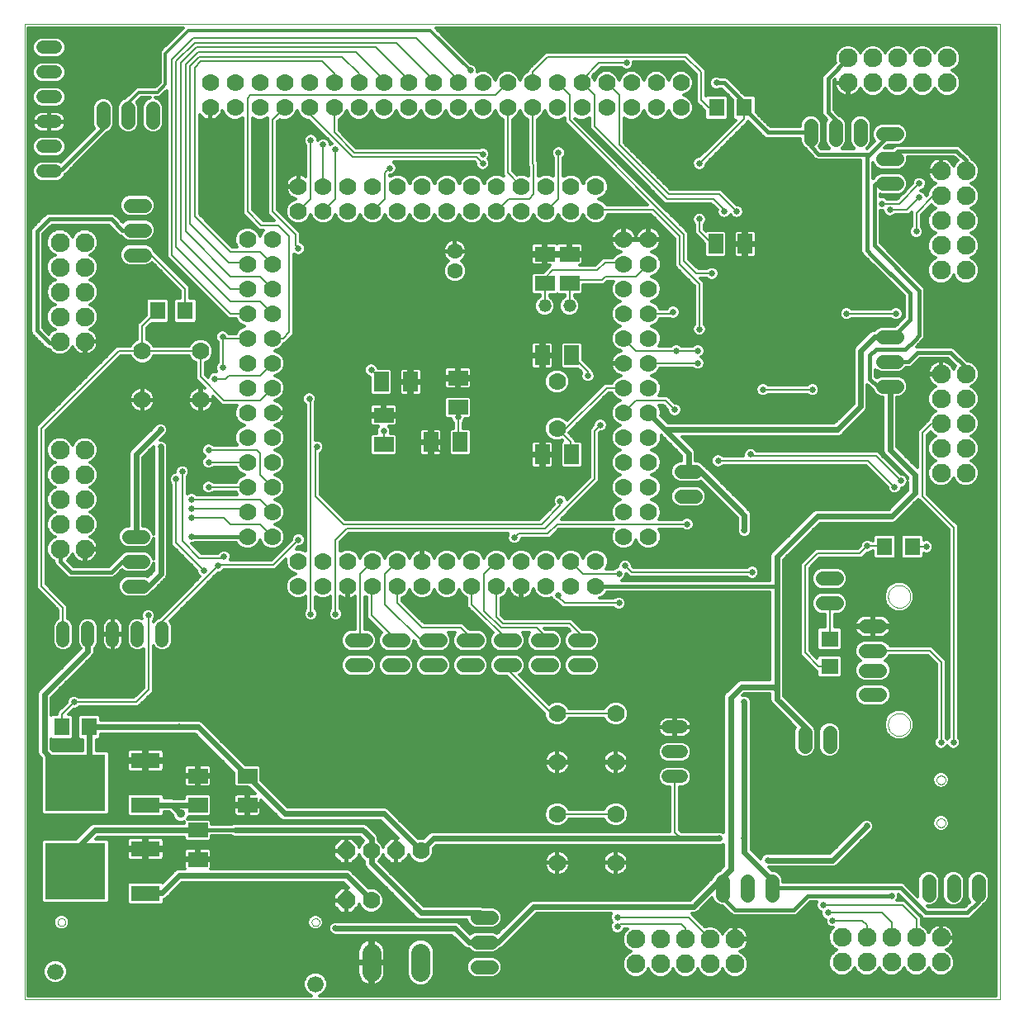
<source format=gbl>
G75*
G70*
%OFA0B0*%
%FSLAX24Y24*%
%IPPOS*%
%LPD*%
%AMOC8*
5,1,8,0,0,1.08239X$1,22.5*
%
%ADD10C,0.0000*%
%ADD11C,0.0700*%
%ADD12R,0.0630X0.0710*%
%ADD13C,0.0780*%
%ADD14R,0.2441X0.2283*%
%ADD15R,0.1181X0.0630*%
%ADD16OC8,0.0700*%
%ADD17C,0.0520*%
%ADD18R,0.0591X0.0787*%
%ADD19R,0.0787X0.0591*%
%ADD20C,0.0574*%
%ADD21C,0.0560*%
%ADD22C,0.0630*%
%ADD23C,0.0660*%
%ADD24C,0.0520*%
%ADD25C,0.0760*%
%ADD26R,0.0710X0.0630*%
%ADD27C,0.0250*%
%ADD28C,0.0080*%
%ADD29C,0.0120*%
%ADD30C,0.0160*%
%ADD31C,0.0240*%
%ADD32C,0.0356*%
%ADD33C,0.0320*%
D10*
X001089Y000191D02*
X001089Y039562D01*
X040459Y039562D01*
X040459Y000191D01*
X001089Y000191D01*
X002432Y003316D02*
X002434Y003341D01*
X002440Y003365D01*
X002449Y003387D01*
X002462Y003408D01*
X002478Y003427D01*
X002497Y003443D01*
X002518Y003456D01*
X002540Y003465D01*
X002564Y003471D01*
X002589Y003473D01*
X002614Y003471D01*
X002638Y003465D01*
X002660Y003456D01*
X002681Y003443D01*
X002700Y003427D01*
X002716Y003408D01*
X002729Y003387D01*
X002738Y003365D01*
X002744Y003341D01*
X002746Y003316D01*
X002744Y003291D01*
X002738Y003267D01*
X002729Y003245D01*
X002716Y003224D01*
X002700Y003205D01*
X002681Y003189D01*
X002660Y003176D01*
X002638Y003167D01*
X002614Y003161D01*
X002589Y003159D01*
X002564Y003161D01*
X002540Y003167D01*
X002518Y003176D01*
X002497Y003189D01*
X002478Y003205D01*
X002462Y003224D01*
X002449Y003245D01*
X002440Y003267D01*
X002434Y003291D01*
X002432Y003316D01*
X012682Y003316D02*
X012684Y003341D01*
X012690Y003365D01*
X012699Y003387D01*
X012712Y003408D01*
X012728Y003427D01*
X012747Y003443D01*
X012768Y003456D01*
X012790Y003465D01*
X012814Y003471D01*
X012839Y003473D01*
X012864Y003471D01*
X012888Y003465D01*
X012910Y003456D01*
X012931Y003443D01*
X012950Y003427D01*
X012966Y003408D01*
X012979Y003387D01*
X012988Y003365D01*
X012994Y003341D01*
X012996Y003316D01*
X012994Y003291D01*
X012988Y003267D01*
X012979Y003245D01*
X012966Y003224D01*
X012950Y003205D01*
X012931Y003189D01*
X012910Y003176D01*
X012888Y003167D01*
X012864Y003161D01*
X012839Y003159D01*
X012814Y003161D01*
X012790Y003167D01*
X012768Y003176D01*
X012747Y003189D01*
X012728Y003205D01*
X012712Y003224D01*
X012699Y003245D01*
X012690Y003267D01*
X012684Y003291D01*
X012682Y003316D01*
X035948Y011292D02*
X035950Y011334D01*
X035956Y011376D01*
X035966Y011418D01*
X035979Y011458D01*
X035997Y011497D01*
X036018Y011534D01*
X036042Y011568D01*
X036070Y011601D01*
X036100Y011631D01*
X036133Y011657D01*
X036168Y011681D01*
X036206Y011701D01*
X036245Y011717D01*
X036285Y011730D01*
X036327Y011739D01*
X036369Y011744D01*
X036412Y011745D01*
X036454Y011742D01*
X036496Y011735D01*
X036537Y011724D01*
X036577Y011709D01*
X036615Y011691D01*
X036652Y011669D01*
X036686Y011644D01*
X036718Y011616D01*
X036746Y011585D01*
X036772Y011551D01*
X036795Y011515D01*
X036814Y011478D01*
X036830Y011438D01*
X036842Y011397D01*
X036850Y011356D01*
X036854Y011313D01*
X036854Y011271D01*
X036850Y011228D01*
X036842Y011187D01*
X036830Y011146D01*
X036814Y011106D01*
X036795Y011069D01*
X036772Y011033D01*
X036746Y010999D01*
X036718Y010968D01*
X036686Y010940D01*
X036652Y010915D01*
X036615Y010893D01*
X036577Y010875D01*
X036537Y010860D01*
X036496Y010849D01*
X036454Y010842D01*
X036412Y010839D01*
X036369Y010840D01*
X036327Y010845D01*
X036285Y010854D01*
X036245Y010867D01*
X036206Y010883D01*
X036168Y010903D01*
X036133Y010927D01*
X036100Y010953D01*
X036070Y010983D01*
X036042Y011016D01*
X036018Y011050D01*
X035997Y011087D01*
X035979Y011126D01*
X035966Y011166D01*
X035956Y011208D01*
X035950Y011250D01*
X035948Y011292D01*
X037912Y009058D02*
X037914Y009084D01*
X037920Y009110D01*
X037930Y009135D01*
X037943Y009158D01*
X037959Y009178D01*
X037979Y009196D01*
X038001Y009211D01*
X038024Y009223D01*
X038050Y009231D01*
X038076Y009235D01*
X038102Y009235D01*
X038128Y009231D01*
X038154Y009223D01*
X038178Y009211D01*
X038199Y009196D01*
X038219Y009178D01*
X038235Y009158D01*
X038248Y009135D01*
X038258Y009110D01*
X038264Y009084D01*
X038266Y009058D01*
X038264Y009032D01*
X038258Y009006D01*
X038248Y008981D01*
X038235Y008958D01*
X038219Y008938D01*
X038199Y008920D01*
X038177Y008905D01*
X038154Y008893D01*
X038128Y008885D01*
X038102Y008881D01*
X038076Y008881D01*
X038050Y008885D01*
X038024Y008893D01*
X038000Y008905D01*
X037979Y008920D01*
X037959Y008938D01*
X037943Y008958D01*
X037930Y008981D01*
X037920Y009006D01*
X037914Y009032D01*
X037912Y009058D01*
X037912Y007325D02*
X037914Y007351D01*
X037920Y007377D01*
X037930Y007402D01*
X037943Y007425D01*
X037959Y007445D01*
X037979Y007463D01*
X038001Y007478D01*
X038024Y007490D01*
X038050Y007498D01*
X038076Y007502D01*
X038102Y007502D01*
X038128Y007498D01*
X038154Y007490D01*
X038178Y007478D01*
X038199Y007463D01*
X038219Y007445D01*
X038235Y007425D01*
X038248Y007402D01*
X038258Y007377D01*
X038264Y007351D01*
X038266Y007325D01*
X038264Y007299D01*
X038258Y007273D01*
X038248Y007248D01*
X038235Y007225D01*
X038219Y007205D01*
X038199Y007187D01*
X038177Y007172D01*
X038154Y007160D01*
X038128Y007152D01*
X038102Y007148D01*
X038076Y007148D01*
X038050Y007152D01*
X038024Y007160D01*
X038000Y007172D01*
X037979Y007187D01*
X037959Y007205D01*
X037943Y007225D01*
X037930Y007248D01*
X037920Y007273D01*
X037914Y007299D01*
X037912Y007325D01*
X035948Y016466D02*
X035950Y016508D01*
X035956Y016550D01*
X035966Y016592D01*
X035979Y016632D01*
X035997Y016671D01*
X036018Y016708D01*
X036042Y016742D01*
X036070Y016775D01*
X036100Y016805D01*
X036133Y016831D01*
X036168Y016855D01*
X036206Y016875D01*
X036245Y016891D01*
X036285Y016904D01*
X036327Y016913D01*
X036369Y016918D01*
X036412Y016919D01*
X036454Y016916D01*
X036496Y016909D01*
X036537Y016898D01*
X036577Y016883D01*
X036615Y016865D01*
X036652Y016843D01*
X036686Y016818D01*
X036718Y016790D01*
X036746Y016759D01*
X036772Y016725D01*
X036795Y016689D01*
X036814Y016652D01*
X036830Y016612D01*
X036842Y016571D01*
X036850Y016530D01*
X036854Y016487D01*
X036854Y016445D01*
X036850Y016402D01*
X036842Y016361D01*
X036830Y016320D01*
X036814Y016280D01*
X036795Y016243D01*
X036772Y016207D01*
X036746Y016173D01*
X036718Y016142D01*
X036686Y016114D01*
X036652Y016089D01*
X036615Y016067D01*
X036577Y016049D01*
X036537Y016034D01*
X036496Y016023D01*
X036454Y016016D01*
X036412Y016013D01*
X036369Y016014D01*
X036327Y016019D01*
X036285Y016028D01*
X036245Y016041D01*
X036206Y016057D01*
X036168Y016077D01*
X036133Y016101D01*
X036100Y016127D01*
X036070Y016157D01*
X036042Y016190D01*
X036018Y016224D01*
X035997Y016261D01*
X035979Y016300D01*
X035966Y016340D01*
X035956Y016382D01*
X035950Y016424D01*
X035948Y016466D01*
D11*
X026279Y018877D03*
X025279Y018877D03*
X025279Y019877D03*
X025279Y020877D03*
X026279Y020877D03*
X026279Y019877D03*
X026279Y021877D03*
X026279Y022877D03*
X025279Y022877D03*
X025279Y021877D03*
X025279Y023877D03*
X025279Y024877D03*
X026279Y024877D03*
X026279Y023877D03*
X026279Y025877D03*
X026279Y026877D03*
X025279Y026877D03*
X025279Y025877D03*
X025279Y027877D03*
X025279Y028877D03*
X026279Y028877D03*
X026279Y027877D03*
X026279Y029877D03*
X026279Y030877D03*
X025279Y030877D03*
X025279Y029877D03*
X024153Y032006D03*
X023153Y032006D03*
X022153Y032006D03*
X021153Y032006D03*
X020153Y032006D03*
X019153Y032006D03*
X018153Y032006D03*
X017153Y032006D03*
X016153Y032006D03*
X015153Y032006D03*
X014153Y032006D03*
X013153Y032006D03*
X012153Y032006D03*
X012153Y033006D03*
X013153Y033006D03*
X014153Y033006D03*
X015153Y033006D03*
X016153Y033006D03*
X017153Y033006D03*
X018153Y033006D03*
X019153Y033006D03*
X020153Y033006D03*
X021153Y033006D03*
X022153Y033006D03*
X023153Y033006D03*
X024153Y033006D03*
X024589Y036191D03*
X024589Y037191D03*
X023589Y037191D03*
X023589Y036191D03*
X022589Y036191D03*
X022589Y037191D03*
X021589Y037191D03*
X021589Y036191D03*
X020589Y036191D03*
X020589Y037191D03*
X019589Y037191D03*
X019589Y036191D03*
X018589Y036191D03*
X018589Y037191D03*
X017589Y037191D03*
X017589Y036191D03*
X016589Y036191D03*
X016589Y037191D03*
X015589Y037191D03*
X015589Y036191D03*
X014589Y036191D03*
X014589Y037191D03*
X013589Y037191D03*
X013589Y036191D03*
X012589Y036191D03*
X012589Y037191D03*
X011589Y037191D03*
X011589Y036191D03*
X010589Y036191D03*
X010589Y037191D03*
X009589Y037191D03*
X009589Y036191D03*
X008589Y036191D03*
X008589Y037191D03*
X010092Y030877D03*
X010092Y029877D03*
X011092Y029877D03*
X011092Y030877D03*
X011092Y028877D03*
X011092Y027877D03*
X010092Y027877D03*
X010092Y028877D03*
X010092Y026877D03*
X010092Y025877D03*
X011092Y025877D03*
X011092Y026877D03*
X011092Y024877D03*
X011092Y023877D03*
X010092Y023877D03*
X010092Y024877D03*
X008206Y024399D03*
X010092Y022877D03*
X010092Y021877D03*
X011092Y021877D03*
X011092Y022877D03*
X011092Y020877D03*
X011092Y019877D03*
X010092Y019877D03*
X010092Y020877D03*
X010092Y018877D03*
X011092Y018877D03*
X012149Y017878D03*
X013149Y017878D03*
X014149Y017878D03*
X015149Y017878D03*
X016149Y017878D03*
X017149Y017878D03*
X018149Y017878D03*
X019149Y017878D03*
X020149Y017878D03*
X021149Y017878D03*
X022149Y017878D03*
X023149Y017878D03*
X024149Y017878D03*
X024149Y016878D03*
X023149Y016878D03*
X022149Y016878D03*
X021149Y016878D03*
X020149Y016878D03*
X019149Y016878D03*
X018149Y016878D03*
X017149Y016878D03*
X016149Y016878D03*
X015149Y016878D03*
X014149Y016878D03*
X013149Y016878D03*
X012149Y016878D03*
X005846Y024399D03*
X005846Y026359D03*
X008206Y026359D03*
X022589Y025141D03*
X022589Y023241D03*
X022596Y011734D03*
X022596Y009774D03*
X022596Y007671D03*
X022596Y005711D03*
X024956Y005711D03*
X024956Y007671D03*
X024956Y009774D03*
X024956Y011734D03*
X017089Y006191D03*
X015089Y006191D03*
X015089Y004191D03*
X025589Y036191D03*
X026589Y036191D03*
X027589Y036191D03*
X027589Y037191D03*
X026589Y037191D03*
X025589Y037191D03*
D12*
X029029Y036191D03*
X030148Y036191D03*
X035810Y018473D03*
X036930Y018473D03*
X007586Y028004D03*
X006466Y028004D03*
X003711Y011191D03*
X002591Y011191D03*
D13*
X015099Y002081D02*
X015099Y001301D01*
X017079Y001301D02*
X017079Y002081D01*
D14*
X003151Y005379D03*
X003151Y008941D03*
D15*
X005978Y008044D03*
X005978Y009839D03*
X005978Y006277D03*
X005978Y004481D03*
D16*
X014089Y004191D03*
X014089Y006191D03*
X016089Y006191D03*
D17*
X022089Y028191D03*
X023089Y028191D03*
D18*
X023179Y026191D03*
X021998Y026191D03*
X018679Y022691D03*
X017498Y022691D03*
X016679Y025129D03*
X015498Y025129D03*
X021998Y022191D03*
X023179Y022191D03*
X028998Y030691D03*
X030179Y030691D03*
D19*
X023089Y030282D03*
X022089Y030282D03*
X022089Y029101D03*
X023089Y029101D03*
X018589Y025282D03*
X018589Y024101D03*
X015589Y023782D03*
X015589Y022601D03*
X010088Y009220D03*
X010088Y008038D03*
X008089Y008038D03*
X008088Y007032D03*
X008088Y005851D03*
X008089Y009220D03*
D20*
X035047Y012501D02*
X035621Y012501D01*
X035621Y013485D02*
X035047Y013485D01*
X035047Y014273D02*
X035621Y014273D01*
X035621Y015257D02*
X035047Y015257D01*
D21*
X033869Y016191D02*
X033309Y016191D01*
X033309Y017191D02*
X033869Y017191D01*
X028181Y020504D02*
X027621Y020504D01*
X027621Y021504D02*
X028181Y021504D01*
X023869Y014691D02*
X023309Y014691D01*
X022369Y014691D02*
X021809Y014691D01*
X020869Y014691D02*
X020309Y014691D01*
X019369Y014691D02*
X018809Y014691D01*
X017869Y014691D02*
X017309Y014691D01*
X016369Y014691D02*
X015809Y014691D01*
X014869Y014691D02*
X014309Y014691D01*
X014309Y013691D02*
X014869Y013691D01*
X015809Y013691D02*
X016369Y013691D01*
X017309Y013691D02*
X017869Y013691D01*
X018809Y013691D02*
X019369Y013691D01*
X020309Y013691D02*
X020869Y013691D01*
X021809Y013691D02*
X022369Y013691D01*
X023309Y013691D02*
X023869Y013691D01*
X032589Y010971D02*
X032589Y010411D01*
X033589Y010411D02*
X033589Y010971D01*
X031276Y004971D02*
X031276Y004411D01*
X030276Y004411D02*
X030276Y004971D01*
X029276Y004971D02*
X029276Y004411D01*
X037589Y004411D02*
X037589Y004971D01*
X038589Y004971D02*
X038589Y004411D01*
X039589Y004411D02*
X039589Y004971D01*
X019931Y003504D02*
X019371Y003504D01*
X019371Y002504D02*
X019931Y002504D01*
X019931Y001504D02*
X019371Y001504D01*
X005869Y016879D02*
X005309Y016879D01*
X005309Y017879D02*
X005869Y017879D01*
X005869Y018879D02*
X005309Y018879D01*
X005371Y030254D02*
X005931Y030254D01*
X005931Y031254D02*
X005371Y031254D01*
X005371Y032254D02*
X005931Y032254D01*
X006276Y035599D02*
X006276Y036159D01*
X005276Y036159D02*
X005276Y035599D01*
X004276Y035599D02*
X004276Y036159D01*
X032839Y035471D02*
X032839Y034911D01*
X033839Y034911D02*
X033839Y035471D01*
X034839Y035471D02*
X034839Y034911D01*
X035746Y035129D02*
X036306Y035129D01*
X036306Y034129D02*
X035746Y034129D01*
X035746Y033129D02*
X036306Y033129D01*
X036306Y026941D02*
X035746Y026941D01*
X035746Y025941D02*
X036306Y025941D01*
X036306Y024941D02*
X035746Y024941D01*
D22*
X018464Y029604D03*
X018464Y030404D03*
D23*
X002339Y001316D03*
X012839Y000816D03*
D24*
X006651Y014681D02*
X006651Y015201D01*
X005651Y015201D02*
X005651Y014681D01*
X004651Y014681D02*
X004651Y015201D01*
X003651Y015201D02*
X003651Y014681D01*
X002651Y014681D02*
X002651Y015201D01*
X002349Y033629D02*
X001829Y033629D01*
X001829Y034629D02*
X002349Y034629D01*
X002349Y035629D02*
X001829Y035629D01*
X001829Y036629D02*
X002349Y036629D01*
X002349Y037629D02*
X001829Y037629D01*
X001829Y038629D02*
X002349Y038629D01*
X027079Y011191D02*
X027599Y011191D01*
X027599Y010191D02*
X027079Y010191D01*
X027079Y009191D02*
X027599Y009191D01*
D25*
X027776Y002629D03*
X027776Y001629D03*
X028776Y001629D03*
X028776Y002629D03*
X029776Y002629D03*
X029776Y001629D03*
X026776Y001629D03*
X025776Y001629D03*
X025776Y002629D03*
X026776Y002629D03*
X034089Y002691D03*
X034089Y001691D03*
X035089Y001691D03*
X036089Y001691D03*
X036089Y002691D03*
X035089Y002691D03*
X037089Y002691D03*
X037089Y001691D03*
X038089Y001691D03*
X038089Y002691D03*
X038089Y021441D03*
X038089Y022441D03*
X039089Y022441D03*
X039089Y021441D03*
X039089Y023441D03*
X039089Y024441D03*
X039089Y025441D03*
X038089Y025441D03*
X038089Y024441D03*
X038089Y023441D03*
X038089Y029629D03*
X039089Y029629D03*
X039089Y030629D03*
X039089Y031629D03*
X039089Y032629D03*
X039089Y033629D03*
X038089Y033629D03*
X038089Y032629D03*
X038089Y031629D03*
X038089Y030629D03*
X038339Y037191D03*
X037339Y037191D03*
X037339Y038191D03*
X038339Y038191D03*
X036339Y038191D03*
X035339Y038191D03*
X035339Y037191D03*
X036339Y037191D03*
X034339Y037191D03*
X034339Y038191D03*
X003526Y030754D03*
X002526Y030754D03*
X002526Y029754D03*
X002526Y028754D03*
X003526Y028754D03*
X003526Y029754D03*
X003526Y027754D03*
X002526Y027754D03*
X002526Y026754D03*
X003526Y026754D03*
X003526Y022379D03*
X002526Y022379D03*
X002526Y021379D03*
X002526Y020379D03*
X003526Y020379D03*
X003526Y021379D03*
X003526Y019379D03*
X003526Y018379D03*
X002526Y018379D03*
X002526Y019379D03*
D26*
X033589Y014751D03*
X033589Y013632D03*
D27*
X032089Y015691D03*
X032089Y017191D03*
X030464Y017441D03*
X030151Y019129D03*
X027839Y019379D03*
X026589Y017691D03*
X026589Y016566D03*
X025339Y017691D03*
X025089Y017379D03*
X025089Y016191D03*
X025026Y014504D03*
X022651Y016504D03*
X020870Y018848D03*
X022714Y020316D03*
X020589Y021191D03*
X019589Y021191D03*
X017964Y022191D03*
X016401Y022129D03*
X016589Y023129D03*
X015589Y023129D03*
X015589Y024316D03*
X016589Y024316D03*
X017839Y024316D03*
X018589Y023691D03*
X018589Y025816D03*
X019839Y026754D03*
X019839Y027692D03*
X022964Y024316D03*
X023401Y024941D03*
X023839Y025379D03*
X024339Y023379D03*
X023589Y023191D03*
X027339Y024004D03*
X028589Y024191D03*
X029089Y024191D03*
X029089Y025191D03*
X028589Y025191D03*
X028276Y025879D03*
X028276Y026379D03*
X027401Y026379D03*
X028339Y027254D03*
X027276Y027941D03*
X028839Y029504D03*
X030089Y029441D03*
X030089Y029941D03*
X029839Y032004D03*
X029339Y032004D03*
X028339Y031691D03*
X028339Y033941D03*
X026089Y034691D03*
X025089Y032691D03*
X022651Y034379D03*
X021089Y035191D03*
X020089Y035191D03*
X019089Y035191D03*
X019589Y034316D03*
X019589Y033941D03*
X018089Y035191D03*
X017089Y035191D03*
X016089Y035191D03*
X015089Y035191D03*
X014089Y035191D03*
X013651Y034504D03*
X013151Y034692D03*
X012651Y034879D03*
X011589Y035191D03*
X010589Y035191D03*
X009089Y034191D03*
X009089Y032691D03*
X010589Y032691D03*
X012151Y030504D03*
X014589Y027691D03*
X014589Y026816D03*
X015089Y025607D03*
X012589Y024441D03*
X012901Y022504D03*
X013901Y021004D03*
X014401Y021004D03*
X012151Y018754D03*
X009151Y018066D03*
X008901Y017691D03*
X008339Y017504D03*
X008589Y016691D03*
X008089Y014691D03*
X006089Y015691D03*
X007839Y018879D03*
X007839Y019629D03*
X007839Y020004D03*
X007839Y020379D03*
X008526Y020879D03*
X008526Y021879D03*
X008526Y022379D03*
X007464Y021504D03*
X007214Y021191D03*
X006589Y022504D03*
X006589Y023191D03*
X008776Y025254D03*
X009089Y025691D03*
X009089Y026941D03*
X003589Y023691D03*
X001589Y024691D03*
X001589Y025691D03*
X004651Y019879D03*
X006089Y019879D03*
X012089Y014691D03*
X012651Y015754D03*
X013651Y015754D03*
X012089Y011691D03*
X012089Y008191D03*
X012089Y006191D03*
X009589Y006191D03*
X007339Y010191D03*
X007339Y011191D03*
X003089Y012191D03*
X013651Y003066D03*
X010089Y000691D03*
X007089Y000691D03*
X004589Y000691D03*
X018339Y008191D03*
X025026Y003504D03*
X025026Y003129D03*
X029151Y006691D03*
X030151Y006691D03*
X031089Y005816D03*
X033464Y006316D03*
X035089Y007191D03*
X034589Y010129D03*
X038089Y010566D03*
X038589Y010566D03*
X039901Y011504D03*
X039870Y017191D03*
X039901Y019129D03*
X037495Y018473D03*
X035120Y018504D03*
X036214Y020879D03*
X036464Y021129D03*
X033589Y024191D03*
X032901Y024816D03*
X030901Y024816D03*
X030089Y026691D03*
X033776Y030191D03*
X033714Y031441D03*
X035714Y032316D03*
X036026Y032066D03*
X037214Y032566D03*
X037214Y033129D03*
X037089Y031191D03*
X036276Y027879D03*
X038089Y027691D03*
X039089Y027691D03*
X034276Y027879D03*
X030401Y022191D03*
X029089Y021941D03*
X023964Y028441D03*
X015839Y033754D03*
X019089Y037691D03*
X025401Y038004D03*
X025589Y038691D03*
X027089Y038691D03*
X028589Y038691D03*
X029026Y037191D03*
X006589Y039191D03*
X003089Y039191D03*
X027651Y014504D03*
X030151Y012191D03*
X030589Y012191D03*
X030651Y008691D03*
X027901Y007441D03*
X033339Y004004D03*
X033526Y003691D03*
X033714Y003379D03*
X036089Y004379D03*
X038589Y000691D03*
X039901Y000691D03*
X039901Y001879D03*
D28*
X037089Y002691D02*
X037089Y003442D01*
X036526Y004004D01*
X033339Y004004D01*
X033526Y003691D02*
X035714Y003691D01*
X036089Y003316D01*
X036089Y002691D01*
X035089Y002691D02*
X035089Y003192D01*
X034901Y003379D01*
X033714Y003379D01*
X028776Y002629D02*
X027901Y003504D01*
X025026Y003504D01*
X025151Y003254D02*
X025026Y003129D01*
X025151Y003254D02*
X027589Y003254D01*
X027776Y003066D01*
X027776Y002629D01*
X027589Y006691D02*
X027339Y006941D01*
X027339Y009191D01*
X024956Y007671D02*
X022596Y007671D01*
X022596Y011734D02*
X022359Y011734D01*
X021089Y013004D01*
X020995Y013098D01*
X020589Y013504D01*
X020589Y013691D01*
X020589Y014691D02*
X019149Y016131D01*
X019149Y016878D01*
X019651Y017379D02*
X019651Y015879D01*
X020339Y015191D01*
X021776Y015191D01*
X022089Y014879D01*
X022089Y014691D01*
X023089Y015379D02*
X023589Y014879D01*
X023589Y014691D01*
X023089Y015379D02*
X020401Y015379D01*
X020149Y015631D01*
X020149Y016878D01*
X019651Y017379D02*
X020149Y017877D01*
X020149Y017878D01*
X020870Y018848D02*
X021026Y019004D01*
X022214Y019004D01*
X022589Y019379D01*
X027839Y019379D01*
X025589Y017441D02*
X025339Y017691D01*
X025589Y017441D02*
X030464Y017441D01*
X032589Y017691D02*
X033089Y018191D01*
X034807Y018191D01*
X035120Y018504D01*
X035779Y018504D01*
X035810Y018473D01*
X036930Y018473D02*
X037495Y018473D01*
X037495Y018473D01*
X038589Y019254D02*
X037339Y020504D01*
X037339Y023066D01*
X037714Y023441D01*
X038089Y023441D01*
X036464Y021129D02*
X035464Y022129D01*
X030464Y022129D01*
X030401Y022191D01*
X029089Y021941D02*
X035151Y021941D01*
X036214Y020879D01*
X038589Y019254D02*
X038589Y010566D01*
X038089Y010566D02*
X038089Y013816D01*
X037632Y014273D01*
X035334Y014273D01*
X033589Y014751D02*
X033589Y016191D01*
X032589Y017691D02*
X032589Y014191D01*
X033148Y013632D01*
X033589Y013632D01*
X024956Y011734D02*
X022596Y011734D01*
X019089Y014691D02*
X019089Y014816D01*
X018714Y015191D01*
X017151Y015191D01*
X016151Y016191D01*
X016151Y016875D01*
X016149Y016878D01*
X015651Y017380D02*
X016149Y017878D01*
X015651Y017380D02*
X015651Y016129D01*
X017089Y014691D01*
X017589Y014691D01*
X016089Y014691D02*
X015089Y015691D01*
X015089Y016817D01*
X015149Y016878D01*
X014651Y017380D02*
X015149Y017878D01*
X014651Y017380D02*
X014651Y015066D01*
X014651Y014691D01*
X014589Y014691D01*
X013651Y015754D02*
X013651Y018754D01*
X014089Y019191D01*
X022089Y019191D01*
X024089Y021191D01*
X024089Y023129D01*
X024339Y023379D01*
X023151Y022691D02*
X023151Y022220D01*
X023179Y022191D01*
X023151Y022691D02*
X022601Y023241D01*
X022589Y023241D01*
X022951Y023241D01*
X024589Y024879D01*
X025277Y024879D01*
X025279Y024877D01*
X025776Y024379D02*
X025279Y023882D01*
X025279Y023877D01*
X025776Y024379D02*
X026964Y024379D01*
X027339Y024004D01*
X028276Y025879D02*
X026282Y025879D01*
X026279Y025877D01*
X025776Y026379D02*
X025279Y026876D01*
X025279Y026877D01*
X025776Y026379D02*
X027401Y026379D01*
X028089Y026379D01*
X028276Y026379D01*
X028339Y027254D02*
X028339Y029067D01*
X027526Y029879D01*
X027526Y031004D01*
X026464Y032066D01*
X024214Y032066D01*
X024153Y032006D01*
X022651Y032504D02*
X022153Y032006D01*
X022651Y032504D02*
X022651Y034379D01*
X021651Y033879D02*
X021651Y032692D01*
X021464Y032504D01*
X020651Y032504D01*
X020153Y032006D01*
X021153Y033006D02*
X020589Y033571D01*
X020589Y036191D01*
X020089Y036691D02*
X010214Y036691D01*
X010089Y036566D01*
X010089Y032004D01*
X010651Y031441D01*
X011339Y031441D01*
X011776Y031004D01*
X011776Y027129D01*
X011524Y026877D01*
X011092Y026877D01*
X011092Y025877D02*
X010595Y025379D01*
X009339Y025379D01*
X009214Y025254D01*
X008776Y025254D01*
X009089Y025691D02*
X009089Y026941D01*
X009153Y026877D01*
X010092Y026877D01*
X010092Y027877D02*
X010090Y027879D01*
X009401Y027879D01*
X007026Y030254D01*
X007026Y038129D01*
X007901Y039004D01*
X016901Y039004D01*
X018589Y037316D01*
X018589Y037191D01*
X017589Y037191D02*
X017589Y037316D01*
X016089Y038816D01*
X007964Y038816D01*
X007214Y038066D01*
X007214Y030567D01*
X009401Y028379D01*
X010590Y028379D01*
X011092Y027877D01*
X011092Y028877D02*
X010590Y029379D01*
X009401Y029379D01*
X007589Y031192D01*
X007589Y037941D01*
X008089Y038441D01*
X014464Y038441D01*
X015589Y037316D01*
X015589Y037191D01*
X016589Y037191D02*
X016589Y037316D01*
X015276Y038629D01*
X008026Y038629D01*
X007401Y038004D01*
X007401Y030879D01*
X009401Y028879D01*
X010090Y028879D01*
X010092Y028877D01*
X010092Y029877D02*
X010027Y029941D01*
X009339Y029941D01*
X007776Y031504D01*
X007776Y037879D01*
X008151Y038254D01*
X013901Y038254D01*
X014589Y037567D01*
X014589Y037191D01*
X013589Y037191D02*
X013589Y037566D01*
X013089Y038066D01*
X008214Y038066D01*
X007964Y037816D01*
X007964Y031817D01*
X009401Y030379D01*
X010590Y030379D01*
X011092Y029877D01*
X012026Y030629D02*
X012151Y030504D01*
X012026Y030629D02*
X012026Y031066D01*
X011089Y032004D01*
X011089Y035691D01*
X011589Y036191D01*
X012589Y036191D02*
X012589Y035942D01*
X014339Y034191D01*
X019339Y034191D01*
X019589Y033941D01*
X019589Y034316D02*
X019526Y034379D01*
X014401Y034379D01*
X013589Y035191D01*
X013589Y036191D01*
X013151Y034692D02*
X013151Y033009D01*
X013153Y033006D01*
X013651Y032504D02*
X013153Y032006D01*
X013651Y032504D02*
X013651Y034504D01*
X012651Y034879D02*
X012651Y032504D01*
X012153Y032006D01*
X015153Y032006D02*
X015651Y032504D01*
X015651Y033566D01*
X015839Y033754D01*
X015839Y033754D01*
X020089Y036691D02*
X020589Y037191D01*
X021589Y037191D02*
X021589Y037629D01*
X022214Y038254D01*
X027776Y038254D01*
X028401Y037629D01*
X028401Y036504D01*
X028714Y036191D01*
X029029Y036191D01*
X030148Y036191D02*
X030148Y035751D01*
X028339Y033941D01*
X029151Y032691D02*
X027089Y032691D01*
X025089Y034691D01*
X025089Y036691D01*
X024589Y037191D01*
X024089Y036691D02*
X024089Y035441D01*
X027026Y032504D01*
X028901Y032504D01*
X029339Y032067D01*
X029339Y032004D01*
X029839Y032004D02*
X029151Y032691D01*
X028339Y031691D02*
X028339Y031191D01*
X028839Y030691D01*
X028998Y030691D01*
X028839Y029504D02*
X028214Y029504D01*
X027714Y030004D01*
X027714Y031066D01*
X023089Y035691D01*
X023089Y036691D01*
X022589Y037191D01*
X021589Y036191D02*
X021589Y033942D01*
X021651Y033879D01*
X024089Y036691D02*
X023589Y037191D01*
X023589Y037316D01*
X024276Y038004D01*
X025401Y038004D01*
X025214Y029941D02*
X024526Y029941D01*
X024214Y029629D01*
X022401Y029629D01*
X022089Y029316D01*
X022089Y029101D01*
X022089Y028191D01*
X023089Y028191D02*
X023089Y029101D01*
X023310Y029101D01*
X023464Y029254D01*
X024401Y029254D01*
X024526Y029379D01*
X025782Y029379D01*
X026279Y029877D01*
X025279Y029877D02*
X025214Y029941D01*
X026279Y027877D02*
X027211Y027877D01*
X027276Y027941D01*
X023839Y025532D02*
X023839Y025379D01*
X023839Y025532D02*
X023179Y026191D01*
X018679Y022691D02*
X018589Y022782D01*
X018589Y023691D01*
X018589Y024101D01*
X018589Y025282D02*
X018589Y025816D01*
X015498Y025129D02*
X015089Y025607D01*
X015589Y024316D02*
X015589Y023782D01*
X015589Y023129D02*
X015589Y022601D01*
X017498Y022691D02*
X017964Y022191D01*
X013964Y019379D02*
X021964Y019379D01*
X022714Y020129D01*
X022714Y020316D01*
X023149Y017878D02*
X023153Y017878D01*
X023651Y017379D01*
X025089Y017379D01*
X025089Y016191D02*
X022901Y016191D01*
X022651Y016441D01*
X022651Y016504D01*
X013964Y019379D02*
X012839Y020504D01*
X012839Y022441D01*
X012901Y022504D01*
X011092Y020877D02*
X010590Y021379D01*
X010589Y021379D01*
X010589Y022254D01*
X010464Y022379D01*
X008526Y022379D01*
X008526Y021879D02*
X010090Y021879D01*
X010092Y021877D01*
X010090Y020879D02*
X008526Y020879D01*
X007839Y020379D02*
X010590Y020379D01*
X011092Y019877D01*
X010590Y019379D02*
X009401Y019379D01*
X009151Y019629D01*
X007839Y019629D01*
X007839Y020004D02*
X009965Y020004D01*
X010092Y019877D01*
X010027Y019941D01*
X010590Y019379D02*
X011092Y018877D01*
X012151Y018754D02*
X011151Y017754D01*
X008964Y017754D01*
X008901Y017691D01*
X008745Y017535D01*
X006651Y015441D01*
X006651Y014942D01*
X006651Y014941D01*
X006089Y015691D02*
X006089Y012691D01*
X005589Y012191D01*
X003089Y012191D01*
X002589Y011691D01*
X002591Y011191D01*
X002651Y014941D02*
X002651Y016004D01*
X001776Y016879D01*
X001776Y023254D01*
X004901Y026379D01*
X005826Y026379D01*
X005846Y026359D01*
X008206Y026359D01*
X008206Y025324D01*
X009151Y024379D01*
X010595Y024379D01*
X011092Y024877D01*
X012589Y024441D02*
X012651Y024379D01*
X012651Y015754D01*
X009151Y018066D02*
X009089Y018004D01*
X008151Y018004D01*
X007464Y018692D01*
X007464Y021504D01*
X007214Y021191D02*
X007214Y018629D01*
X008339Y017504D01*
X010092Y020877D02*
X010090Y020879D01*
X005846Y026359D02*
X005846Y027384D01*
X006466Y028004D01*
X007586Y028004D02*
X007586Y028882D01*
X006214Y030254D01*
X005651Y030254D01*
X030901Y024816D02*
X032901Y024816D01*
X036026Y026941D02*
X036151Y026941D01*
X037026Y026816D02*
X037026Y026817D01*
X036276Y027879D02*
X034276Y027879D01*
X035276Y030254D02*
X035276Y030254D01*
X035464Y030566D02*
X035464Y030567D01*
X036026Y032066D02*
X036714Y032066D01*
X037214Y032566D01*
X037214Y033129D02*
X036401Y032316D01*
X035714Y032316D01*
X037089Y031941D02*
X037089Y031191D01*
X037089Y031941D02*
X037776Y032629D01*
X038089Y032629D01*
D29*
X037883Y033128D02*
X037783Y033087D01*
X037631Y032935D01*
X037549Y032736D01*
X037549Y032684D01*
X037495Y032631D01*
X037455Y032728D01*
X037375Y032808D01*
X037279Y032848D01*
X037375Y032887D01*
X037455Y032968D01*
X037498Y033072D01*
X037498Y033186D01*
X037455Y033290D01*
X037375Y033371D01*
X037270Y033414D01*
X037157Y033414D01*
X037052Y033371D01*
X036972Y033290D01*
X036929Y033186D01*
X036929Y033127D01*
X036318Y032516D01*
X035917Y032516D01*
X035875Y032558D01*
X035770Y032601D01*
X035657Y032601D01*
X035641Y032595D01*
X035641Y032696D01*
X035658Y032689D01*
X036394Y032689D01*
X036555Y032756D01*
X036679Y032880D01*
X036746Y033041D01*
X036746Y033217D01*
X036679Y033378D01*
X036555Y033502D01*
X037562Y033502D01*
X037562Y033503D02*
X037588Y033422D01*
X037627Y033346D01*
X037677Y033277D01*
X037737Y033217D01*
X037805Y033167D01*
X037881Y033129D01*
X037883Y033128D01*
X037846Y033147D02*
X037498Y033147D01*
X037480Y033028D02*
X037724Y033028D01*
X037620Y032909D02*
X037397Y032909D01*
X037392Y032791D02*
X037571Y032791D01*
X037537Y032672D02*
X037478Y032672D01*
X037692Y032262D02*
X037783Y032171D01*
X037885Y032129D01*
X037783Y032087D01*
X037631Y031935D01*
X037549Y031736D01*
X037549Y031522D01*
X037631Y031323D01*
X037783Y031171D01*
X037885Y031129D01*
X037783Y031087D01*
X037631Y030935D01*
X037549Y030736D01*
X037549Y030522D01*
X037631Y030323D01*
X037783Y030171D01*
X037885Y030129D01*
X037783Y030087D01*
X037631Y029935D01*
X037549Y029736D01*
X037549Y029522D01*
X037631Y029323D01*
X037783Y029171D01*
X037981Y029089D01*
X038196Y029089D01*
X038394Y029171D01*
X038546Y029323D01*
X038589Y029425D01*
X038631Y029323D01*
X038783Y029171D01*
X038981Y029089D01*
X039196Y029089D01*
X039394Y029171D01*
X039546Y029323D01*
X039628Y029522D01*
X039628Y029736D01*
X039546Y029935D01*
X039394Y030087D01*
X039292Y030129D01*
X039394Y030171D01*
X039546Y030323D01*
X039628Y030522D01*
X039628Y030736D01*
X039546Y030935D01*
X039394Y031087D01*
X039292Y031129D01*
X039394Y031171D01*
X039546Y031323D01*
X039628Y031522D01*
X039628Y031736D01*
X039546Y031935D01*
X039394Y032087D01*
X039292Y032129D01*
X039394Y032171D01*
X039546Y032323D01*
X039628Y032522D01*
X039628Y032736D01*
X039546Y032935D01*
X039394Y033087D01*
X039292Y033129D01*
X039394Y033171D01*
X039546Y033323D01*
X039628Y033522D01*
X039628Y033736D01*
X039546Y033935D01*
X039394Y034087D01*
X039328Y034114D01*
X039328Y034114D01*
X039292Y034202D01*
X039224Y034270D01*
X038849Y034645D01*
X038761Y034681D01*
X038666Y034681D01*
X036291Y034681D01*
X036202Y034645D01*
X036135Y034577D01*
X036127Y034569D01*
X035805Y034569D01*
X035925Y034689D01*
X036394Y034689D01*
X036555Y034756D01*
X036679Y034880D01*
X036746Y035041D01*
X036746Y035217D01*
X036679Y035378D01*
X036555Y035502D01*
X036394Y035569D01*
X035658Y035569D01*
X035497Y035502D01*
X035373Y035378D01*
X035306Y035217D01*
X035306Y035041D01*
X035373Y034880D01*
X035405Y034848D01*
X035114Y034556D01*
X035106Y034556D01*
X035212Y034662D01*
X035279Y034824D01*
X035279Y035559D01*
X035212Y035721D01*
X035088Y035844D01*
X034926Y035911D01*
X034751Y035911D01*
X034589Y035844D01*
X034466Y035721D01*
X034399Y035559D01*
X034399Y034824D01*
X034466Y034662D01*
X034571Y034556D01*
X034106Y034556D01*
X034212Y034662D01*
X034279Y034824D01*
X034279Y035559D01*
X034212Y035721D01*
X034088Y035844D01*
X033980Y035889D01*
X033766Y036103D01*
X033766Y037280D01*
X033815Y037329D01*
X033812Y037318D01*
X033799Y037234D01*
X033799Y037221D01*
X034308Y037221D01*
X034308Y037161D01*
X034369Y037161D01*
X034369Y036651D01*
X034381Y036651D01*
X034465Y036665D01*
X034546Y036691D01*
X034621Y036730D01*
X034690Y036780D01*
X034750Y036840D01*
X034800Y036908D01*
X034839Y036984D01*
X034839Y036986D01*
X034881Y036886D01*
X035033Y036734D01*
X035231Y036651D01*
X035446Y036651D01*
X035644Y036734D01*
X035796Y036886D01*
X035839Y036988D01*
X035881Y036886D01*
X036033Y036734D01*
X036231Y036651D01*
X036446Y036651D01*
X036644Y036734D01*
X036796Y036886D01*
X036839Y036988D01*
X036881Y036886D01*
X037033Y036734D01*
X037231Y036651D01*
X037446Y036651D01*
X037644Y036734D01*
X037796Y036886D01*
X037839Y036988D01*
X037881Y036886D01*
X038033Y036734D01*
X038231Y036651D01*
X038446Y036651D01*
X038644Y036734D01*
X038796Y036886D01*
X038878Y037084D01*
X038878Y037299D01*
X038796Y037497D01*
X038644Y037649D01*
X038542Y037691D01*
X038644Y037734D01*
X038796Y037886D01*
X038878Y038084D01*
X038878Y038299D01*
X038796Y038497D01*
X038644Y038649D01*
X038446Y038731D01*
X038231Y038731D01*
X038033Y038649D01*
X037881Y038497D01*
X037839Y038395D01*
X037796Y038497D01*
X037644Y038649D01*
X037446Y038731D01*
X037231Y038731D01*
X037033Y038649D01*
X036881Y038497D01*
X036839Y038395D01*
X036796Y038497D01*
X036644Y038649D01*
X036446Y038731D01*
X036231Y038731D01*
X036033Y038649D01*
X035881Y038497D01*
X035839Y038395D01*
X035796Y038497D01*
X035644Y038649D01*
X035446Y038731D01*
X035231Y038731D01*
X035033Y038649D01*
X034881Y038497D01*
X034839Y038395D01*
X034796Y038497D01*
X034644Y038649D01*
X034446Y038731D01*
X034231Y038731D01*
X034033Y038649D01*
X033881Y038497D01*
X033799Y038299D01*
X033799Y038084D01*
X033826Y038018D01*
X033323Y037515D01*
X033286Y037427D01*
X033286Y037331D01*
X033286Y035956D01*
X033323Y035868D01*
X033390Y035801D01*
X033468Y035723D01*
X033466Y035721D01*
X033399Y035559D01*
X033399Y034824D01*
X033466Y034662D01*
X033571Y034556D01*
X033250Y034556D01*
X033178Y034629D01*
X033212Y034662D01*
X033279Y034824D01*
X033279Y035559D01*
X033212Y035721D01*
X033088Y035844D01*
X032926Y035911D01*
X032751Y035911D01*
X032589Y035844D01*
X032466Y035721D01*
X032399Y035559D01*
X032399Y035431D01*
X031188Y035431D01*
X030623Y035996D01*
X030623Y036613D01*
X030530Y036706D01*
X030163Y036706D01*
X029542Y037327D01*
X029474Y037395D01*
X029386Y037431D01*
X029189Y037431D01*
X029187Y037433D01*
X029083Y037476D01*
X028969Y037476D01*
X028865Y037433D01*
X028784Y037353D01*
X028741Y037248D01*
X028741Y037135D01*
X028784Y037030D01*
X028865Y036950D01*
X028969Y036906D01*
X029083Y036906D01*
X029187Y036950D01*
X029189Y036951D01*
X029239Y036951D01*
X029673Y036517D01*
X029673Y035770D01*
X029767Y035677D01*
X029791Y035677D01*
X028341Y034226D01*
X028282Y034226D01*
X028177Y034183D01*
X028097Y034103D01*
X028054Y033998D01*
X028054Y033885D01*
X028097Y033780D01*
X028177Y033700D01*
X028282Y033656D01*
X028395Y033656D01*
X028500Y033700D01*
X028580Y033780D01*
X028623Y033885D01*
X028623Y033944D01*
X030231Y035551D01*
X030310Y035630D01*
X030953Y034988D01*
X031041Y034951D01*
X031136Y034951D01*
X032399Y034951D01*
X032399Y034824D01*
X032466Y034662D01*
X032589Y034538D01*
X032622Y034525D01*
X032635Y034493D01*
X033015Y034113D01*
X033103Y034076D01*
X033199Y034076D01*
X034849Y034076D01*
X034849Y030394D01*
X034885Y030306D01*
X034953Y030238D01*
X035140Y030051D01*
X036599Y028592D01*
X036599Y027728D01*
X036252Y027381D01*
X035658Y027381D01*
X035497Y027314D01*
X035404Y027221D01*
X035345Y027221D01*
X035242Y027179D01*
X035164Y027100D01*
X034601Y026538D01*
X034559Y026435D01*
X034559Y026323D01*
X034559Y024245D01*
X033785Y023471D01*
X027080Y023471D01*
X026786Y023766D01*
X026789Y023775D01*
X026789Y023978D01*
X026712Y024165D01*
X026698Y024179D01*
X026881Y024179D01*
X027054Y024006D01*
X027054Y023947D01*
X027097Y023843D01*
X027177Y023762D01*
X027282Y023719D01*
X027395Y023719D01*
X027500Y023762D01*
X027580Y023843D01*
X027623Y023947D01*
X027623Y024061D01*
X027580Y024165D01*
X027500Y024246D01*
X027395Y024289D01*
X027336Y024289D01*
X027163Y024462D01*
X027046Y024579D01*
X026703Y024579D01*
X026712Y024588D01*
X026789Y024775D01*
X026789Y024978D01*
X026712Y025165D01*
X026568Y025309D01*
X026405Y025377D01*
X026568Y025444D01*
X026712Y025588D01*
X026750Y025679D01*
X028073Y025679D01*
X028115Y025637D01*
X028219Y025594D01*
X028333Y025594D01*
X028437Y025637D01*
X028518Y025718D01*
X028561Y025822D01*
X028561Y025936D01*
X028518Y026040D01*
X028437Y026121D01*
X028417Y026129D01*
X028437Y026137D01*
X028518Y026218D01*
X028561Y026322D01*
X028561Y026436D01*
X028518Y026540D01*
X028437Y026621D01*
X028333Y026664D01*
X028219Y026664D01*
X028115Y026621D01*
X028073Y026579D01*
X028006Y026579D01*
X027604Y026579D01*
X027562Y026621D01*
X027458Y026664D01*
X027344Y026664D01*
X027240Y026621D01*
X027198Y026579D01*
X026703Y026579D01*
X026712Y026588D01*
X026789Y026775D01*
X026789Y026978D01*
X026712Y027165D01*
X026568Y027309D01*
X026405Y027377D01*
X026568Y027444D01*
X026712Y027588D01*
X026749Y027677D01*
X027171Y027677D01*
X027219Y027656D01*
X027333Y027656D01*
X027437Y027700D01*
X027518Y027780D01*
X027561Y027885D01*
X027561Y027998D01*
X027518Y028103D01*
X027437Y028183D01*
X027333Y028226D01*
X027219Y028226D01*
X027115Y028183D01*
X027034Y028103D01*
X027023Y028076D01*
X026749Y028076D01*
X026712Y028165D01*
X026568Y028309D01*
X026405Y028377D01*
X026568Y028444D01*
X026712Y028588D01*
X026789Y028775D01*
X026789Y028978D01*
X026712Y029165D01*
X026568Y029309D01*
X026405Y029377D01*
X026568Y029444D01*
X026712Y029588D01*
X026789Y029775D01*
X026789Y029978D01*
X026712Y030165D01*
X026568Y030309D01*
X026399Y030379D01*
X026475Y030404D01*
X026547Y030440D01*
X026612Y030488D01*
X026668Y030544D01*
X026716Y030609D01*
X026752Y030681D01*
X026777Y030757D01*
X026789Y030836D01*
X026789Y030846D01*
X026310Y030846D01*
X026310Y030907D01*
X026789Y030907D01*
X026789Y030917D01*
X026777Y030996D01*
X026752Y031072D01*
X026716Y031144D01*
X026668Y031209D01*
X026612Y031266D01*
X026547Y031313D01*
X026475Y031349D01*
X026399Y031374D01*
X026320Y031386D01*
X026309Y031386D01*
X026309Y030907D01*
X026249Y030907D01*
X026249Y031386D01*
X026239Y031386D01*
X026160Y031374D01*
X026084Y031349D01*
X026012Y031313D01*
X025947Y031266D01*
X025890Y031209D01*
X025843Y031144D01*
X025807Y031072D01*
X025782Y030996D01*
X025779Y030980D01*
X025777Y030996D01*
X025752Y031072D01*
X025716Y031144D01*
X025668Y031209D01*
X025612Y031266D01*
X025547Y031313D01*
X025475Y031349D01*
X025399Y031374D01*
X025320Y031386D01*
X025309Y031386D01*
X025309Y030907D01*
X025249Y030907D01*
X025249Y031386D01*
X025239Y031386D01*
X025160Y031374D01*
X025084Y031349D01*
X025012Y031313D01*
X024947Y031266D01*
X024890Y031209D01*
X024843Y031144D01*
X024807Y031072D01*
X024782Y030996D01*
X024769Y030917D01*
X024769Y030907D01*
X025249Y030907D01*
X025249Y030846D01*
X024769Y030846D01*
X024769Y030836D01*
X024782Y030757D01*
X024807Y030681D01*
X024843Y030609D01*
X024890Y030544D01*
X024947Y030488D01*
X025012Y030440D01*
X025084Y030404D01*
X025160Y030379D01*
X025160Y030379D01*
X024991Y030309D01*
X024847Y030165D01*
X024837Y030141D01*
X024443Y030141D01*
X024326Y030024D01*
X024131Y029829D01*
X023511Y029829D01*
X023544Y029838D01*
X023580Y029859D01*
X023610Y029889D01*
X023631Y029925D01*
X023642Y029966D01*
X023642Y030222D01*
X023149Y030222D01*
X023149Y030342D01*
X023642Y030342D01*
X023642Y030598D01*
X023631Y030639D01*
X023610Y030676D01*
X023580Y030705D01*
X023544Y030726D01*
X023503Y030737D01*
X023148Y030737D01*
X023148Y030342D01*
X023029Y030342D01*
X023029Y030737D01*
X022674Y030737D01*
X022633Y030726D01*
X022597Y030705D01*
X022588Y030697D01*
X022580Y030705D01*
X022544Y030726D01*
X022503Y030737D01*
X022148Y030737D01*
X022148Y030342D01*
X022029Y030342D01*
X022029Y030737D01*
X021674Y030737D01*
X021633Y030726D01*
X021597Y030705D01*
X021567Y030676D01*
X021546Y030639D01*
X021535Y030598D01*
X021535Y030342D01*
X022028Y030342D01*
X022028Y030222D01*
X021535Y030222D01*
X021535Y029966D01*
X021546Y029925D01*
X021567Y029889D01*
X021597Y029859D01*
X021633Y029838D01*
X021674Y029827D01*
X022029Y029827D01*
X022029Y030222D01*
X022148Y030222D01*
X022148Y029827D01*
X022316Y029827D01*
X022201Y029712D01*
X022045Y029556D01*
X021629Y029556D01*
X021535Y029462D01*
X021535Y028739D01*
X021629Y028646D01*
X021889Y028646D01*
X021889Y028563D01*
X021851Y028548D01*
X021732Y028429D01*
X021669Y028275D01*
X021669Y028108D01*
X021732Y027954D01*
X021851Y027835D01*
X022005Y027771D01*
X022172Y027771D01*
X022326Y027835D01*
X022445Y027954D01*
X022508Y028108D01*
X022508Y028275D01*
X022445Y028429D01*
X022326Y028548D01*
X022288Y028563D01*
X022288Y028646D01*
X022548Y028646D01*
X022588Y028686D01*
X022629Y028646D01*
X022889Y028646D01*
X022889Y028563D01*
X022851Y028548D01*
X022732Y028429D01*
X022669Y028275D01*
X022669Y028108D01*
X022732Y027954D01*
X022851Y027835D01*
X023005Y027771D01*
X023172Y027771D01*
X023326Y027835D01*
X023445Y027954D01*
X023508Y028108D01*
X023508Y028275D01*
X023445Y028429D01*
X023326Y028548D01*
X023288Y028563D01*
X023288Y028646D01*
X023548Y028646D01*
X023642Y028739D01*
X023642Y029054D01*
X024318Y029054D01*
X024484Y029054D01*
X024609Y029179D01*
X024861Y029179D01*
X024847Y029165D01*
X024769Y028978D01*
X024769Y028775D01*
X024847Y028588D01*
X024991Y028444D01*
X025154Y028377D01*
X024991Y028309D01*
X024847Y028165D01*
X024769Y027978D01*
X024769Y027775D01*
X024847Y027588D01*
X024991Y027444D01*
X025154Y027377D01*
X024991Y027309D01*
X024847Y027165D01*
X024769Y026978D01*
X024769Y026775D01*
X024847Y026588D01*
X024991Y026444D01*
X025160Y026374D01*
X025084Y026349D01*
X025012Y026313D01*
X024947Y026266D01*
X024890Y026209D01*
X024843Y026144D01*
X024807Y026072D01*
X024782Y025996D01*
X024769Y025917D01*
X024769Y025907D01*
X025249Y025907D01*
X025249Y025846D01*
X024769Y025846D01*
X024769Y025836D01*
X024782Y025757D01*
X024807Y025681D01*
X024843Y025609D01*
X024890Y025544D01*
X024947Y025488D01*
X025012Y025440D01*
X025084Y025404D01*
X025160Y025379D01*
X025160Y025379D01*
X024991Y025309D01*
X024847Y025165D01*
X024811Y025079D01*
X024506Y025079D01*
X024389Y024962D01*
X022989Y023562D01*
X022877Y023674D01*
X022690Y023751D01*
X022487Y023751D01*
X022300Y023674D01*
X022156Y023530D01*
X022079Y023343D01*
X022079Y023140D01*
X022156Y022953D01*
X022300Y022809D01*
X022487Y022731D01*
X022690Y022731D01*
X022788Y022772D01*
X022816Y022744D01*
X022724Y022651D01*
X022724Y021731D01*
X022817Y021638D01*
X023541Y021638D01*
X023634Y021731D01*
X023634Y022651D01*
X023541Y022745D01*
X023351Y022745D01*
X023351Y022774D01*
X023234Y022891D01*
X023065Y023060D01*
X023074Y023082D01*
X024671Y024679D01*
X024809Y024679D01*
X024847Y024588D01*
X024991Y024444D01*
X025154Y024377D01*
X024991Y024309D01*
X024847Y024165D01*
X024769Y023978D01*
X024769Y023775D01*
X024847Y023588D01*
X024991Y023444D01*
X025154Y023377D01*
X024991Y023309D01*
X024847Y023165D01*
X024769Y022978D01*
X024769Y022775D01*
X024847Y022588D01*
X024991Y022444D01*
X025154Y022376D01*
X024991Y022309D01*
X024847Y022165D01*
X024769Y021978D01*
X024769Y021775D01*
X024847Y021588D01*
X024991Y021444D01*
X025154Y021377D01*
X024991Y021309D01*
X024847Y021165D01*
X024769Y020978D01*
X024769Y020775D01*
X024847Y020588D01*
X024991Y020444D01*
X025154Y020377D01*
X024991Y020309D01*
X024847Y020165D01*
X024769Y019978D01*
X024769Y019775D01*
X024847Y019588D01*
X024856Y019579D01*
X022759Y019579D01*
X024171Y020991D01*
X024288Y021109D01*
X024288Y023046D01*
X024336Y023094D01*
X024395Y023094D01*
X024500Y023137D01*
X024580Y023218D01*
X024623Y023322D01*
X024623Y023436D01*
X024580Y023540D01*
X024500Y023621D01*
X024395Y023664D01*
X024282Y023664D01*
X024177Y023621D01*
X024097Y023540D01*
X024054Y023436D01*
X024054Y023377D01*
X024006Y023329D01*
X024006Y023329D01*
X023889Y023212D01*
X023889Y021274D01*
X022995Y020381D01*
X022955Y020478D01*
X022875Y020558D01*
X022770Y020601D01*
X022657Y020601D01*
X022552Y020558D01*
X022472Y020478D01*
X022429Y020373D01*
X022429Y020260D01*
X022467Y020166D01*
X021881Y019579D01*
X014046Y019579D01*
X013038Y020587D01*
X013038Y022252D01*
X013062Y022262D01*
X013143Y022343D01*
X013186Y022447D01*
X013186Y022561D01*
X013143Y022665D01*
X013062Y022746D01*
X012958Y022789D01*
X012851Y022789D01*
X012851Y024296D01*
X012851Y024330D01*
X012874Y024385D01*
X012874Y024498D01*
X012830Y024603D01*
X012750Y024683D01*
X012645Y024726D01*
X012532Y024726D01*
X012427Y024683D01*
X012347Y024603D01*
X012304Y024498D01*
X012304Y024385D01*
X012347Y024280D01*
X012427Y024200D01*
X012451Y024190D01*
X012451Y018296D01*
X012437Y018310D01*
X012250Y018387D01*
X012067Y018387D01*
X012149Y018469D01*
X012208Y018469D01*
X012312Y018512D01*
X012393Y018593D01*
X012436Y018697D01*
X012436Y018811D01*
X012393Y018915D01*
X012312Y018996D01*
X012208Y019039D01*
X012094Y019039D01*
X011990Y018996D01*
X011909Y018915D01*
X011866Y018811D01*
X011866Y018752D01*
X011068Y017954D01*
X009413Y017954D01*
X009436Y018010D01*
X009436Y018123D01*
X009393Y018228D01*
X009312Y018308D01*
X009208Y018351D01*
X009094Y018351D01*
X008990Y018308D01*
X008909Y018228D01*
X008900Y018204D01*
X008234Y018204D01*
X007844Y018594D01*
X007895Y018594D01*
X007998Y018637D01*
X009640Y018637D01*
X009660Y018588D01*
X009804Y018444D01*
X009991Y018367D01*
X010194Y018367D01*
X010381Y018444D01*
X010525Y018588D01*
X010592Y018751D01*
X010660Y018588D01*
X010804Y018444D01*
X010991Y018367D01*
X011194Y018367D01*
X011381Y018444D01*
X011525Y018588D01*
X011602Y018775D01*
X011602Y018978D01*
X011525Y019165D01*
X011381Y019309D01*
X011218Y019376D01*
X011381Y019444D01*
X011525Y019588D01*
X011602Y019775D01*
X011602Y019978D01*
X011525Y020165D01*
X011381Y020309D01*
X011218Y020376D01*
X011381Y020444D01*
X011525Y020588D01*
X011602Y020775D01*
X011602Y020978D01*
X011525Y021165D01*
X011381Y021309D01*
X011218Y021376D01*
X011381Y021444D01*
X011525Y021588D01*
X011602Y021775D01*
X011602Y021978D01*
X011525Y022165D01*
X011381Y022309D01*
X011218Y022376D01*
X011381Y022444D01*
X011525Y022588D01*
X011602Y022775D01*
X011602Y022978D01*
X011525Y023165D01*
X011381Y023309D01*
X011212Y023379D01*
X011288Y023404D01*
X011360Y023440D01*
X011425Y023488D01*
X011481Y023544D01*
X011529Y023609D01*
X011565Y023681D01*
X011590Y023757D01*
X011602Y023836D01*
X011602Y023846D01*
X011123Y023846D01*
X011123Y023907D01*
X011602Y023907D01*
X011602Y023917D01*
X011590Y023996D01*
X011565Y024072D01*
X011529Y024144D01*
X011481Y024209D01*
X011425Y024266D01*
X011360Y024313D01*
X011288Y024349D01*
X011212Y024374D01*
X011212Y024374D01*
X011381Y024444D01*
X011525Y024588D01*
X011602Y024775D01*
X011602Y024978D01*
X011525Y025165D01*
X011381Y025309D01*
X011218Y025376D01*
X011381Y025444D01*
X011525Y025588D01*
X011602Y025775D01*
X011602Y025978D01*
X011525Y026165D01*
X011381Y026309D01*
X011218Y026377D01*
X011381Y026444D01*
X011525Y026588D01*
X011562Y026677D01*
X011606Y026677D01*
X011724Y026794D01*
X011976Y027046D01*
X011976Y027212D01*
X011976Y030276D01*
X011990Y030262D01*
X012094Y030219D01*
X012208Y030219D01*
X012312Y030262D01*
X012393Y030343D01*
X012436Y030447D01*
X012436Y030561D01*
X012393Y030665D01*
X012312Y030746D01*
X012226Y030781D01*
X012226Y031149D01*
X012211Y031165D01*
X011288Y032087D01*
X011288Y035609D01*
X011398Y035718D01*
X011487Y035681D01*
X011690Y035681D01*
X011877Y035759D01*
X012021Y035903D01*
X012089Y036066D01*
X012156Y035903D01*
X012300Y035759D01*
X012487Y035681D01*
X012566Y035681D01*
X013498Y034749D01*
X013490Y034746D01*
X013436Y034692D01*
X013436Y034748D01*
X013393Y034853D01*
X013312Y034933D01*
X013208Y034976D01*
X013094Y034976D01*
X012990Y034933D01*
X012936Y034879D01*
X012936Y034936D01*
X012893Y035040D01*
X012812Y035121D01*
X012708Y035164D01*
X012594Y035164D01*
X012490Y035121D01*
X012409Y035040D01*
X012366Y034936D01*
X012366Y034822D01*
X012409Y034718D01*
X012451Y034676D01*
X012451Y033421D01*
X012421Y033443D01*
X012349Y033479D01*
X012273Y033504D01*
X012194Y033516D01*
X012183Y033516D01*
X012183Y033037D01*
X012123Y033037D01*
X012123Y033516D01*
X012113Y033516D01*
X012034Y033504D01*
X011958Y033479D01*
X011886Y033443D01*
X011821Y033395D01*
X011764Y033339D01*
X011717Y033274D01*
X011681Y033202D01*
X011656Y033126D01*
X011643Y033047D01*
X011643Y033036D01*
X012123Y033036D01*
X012123Y032976D01*
X011643Y032976D01*
X011643Y032966D01*
X011656Y032887D01*
X011681Y032811D01*
X011717Y032739D01*
X011764Y032674D01*
X011821Y032617D01*
X011886Y032570D01*
X011958Y032534D01*
X012034Y032509D01*
X012034Y032509D01*
X011865Y032439D01*
X011721Y032295D01*
X011643Y032108D01*
X011643Y031905D01*
X011721Y031718D01*
X011865Y031574D01*
X012052Y031496D01*
X012255Y031496D01*
X012442Y031574D01*
X012586Y031718D01*
X012653Y031881D01*
X012721Y031718D01*
X012865Y031574D01*
X013052Y031496D01*
X013255Y031496D01*
X013442Y031574D01*
X013586Y031718D01*
X013653Y031881D01*
X013721Y031718D01*
X013865Y031574D01*
X014052Y031496D01*
X014255Y031496D01*
X014442Y031574D01*
X014586Y031718D01*
X014653Y031881D01*
X014721Y031718D01*
X014865Y031574D01*
X015052Y031496D01*
X015255Y031496D01*
X015442Y031574D01*
X015586Y031718D01*
X015653Y031881D01*
X015721Y031718D01*
X015865Y031574D01*
X016052Y031496D01*
X016255Y031496D01*
X016442Y031574D01*
X016586Y031718D01*
X016653Y031881D01*
X016721Y031718D01*
X016865Y031574D01*
X017052Y031496D01*
X017255Y031496D01*
X017442Y031574D01*
X017586Y031718D01*
X017653Y031881D01*
X017721Y031718D01*
X017865Y031574D01*
X018052Y031496D01*
X018255Y031496D01*
X018442Y031574D01*
X018586Y031718D01*
X018653Y031881D01*
X018721Y031718D01*
X018865Y031574D01*
X019052Y031496D01*
X019255Y031496D01*
X019442Y031574D01*
X019586Y031718D01*
X019653Y031881D01*
X019721Y031718D01*
X019865Y031574D01*
X020052Y031496D01*
X020255Y031496D01*
X020442Y031574D01*
X020586Y031718D01*
X020653Y031881D01*
X020721Y031718D01*
X020865Y031574D01*
X021052Y031496D01*
X021255Y031496D01*
X021442Y031574D01*
X021586Y031718D01*
X021653Y031881D01*
X021721Y031718D01*
X021865Y031574D01*
X022052Y031496D01*
X022255Y031496D01*
X022442Y031574D01*
X022586Y031718D01*
X022653Y031881D01*
X022721Y031718D01*
X022865Y031574D01*
X023052Y031496D01*
X023255Y031496D01*
X023442Y031574D01*
X023586Y031718D01*
X023653Y031881D01*
X023721Y031718D01*
X023865Y031574D01*
X024052Y031496D01*
X024255Y031496D01*
X024442Y031574D01*
X024586Y031718D01*
X024647Y031866D01*
X026381Y031866D01*
X027326Y030921D01*
X027326Y029796D01*
X027443Y029679D01*
X027443Y029679D01*
X028139Y028984D01*
X028139Y027457D01*
X028097Y027415D01*
X028054Y027311D01*
X028054Y027197D01*
X028097Y027093D01*
X028177Y027012D01*
X028282Y026969D01*
X028395Y026969D01*
X028500Y027012D01*
X028580Y027093D01*
X028623Y027197D01*
X028623Y027311D01*
X028580Y027415D01*
X028538Y027457D01*
X028538Y029149D01*
X028421Y029266D01*
X028384Y029304D01*
X028635Y029304D01*
X028677Y029262D01*
X028782Y029219D01*
X028895Y029219D01*
X029000Y029262D01*
X029080Y029343D01*
X029123Y029447D01*
X029123Y029561D01*
X029080Y029665D01*
X029000Y029746D01*
X028895Y029789D01*
X028782Y029789D01*
X028677Y029746D01*
X028635Y029704D01*
X028296Y029704D01*
X027913Y030087D01*
X027913Y031149D01*
X027796Y031266D01*
X023306Y035756D01*
X023487Y035681D01*
X023690Y035681D01*
X023877Y035759D01*
X023889Y035770D01*
X023889Y035524D01*
X023889Y035359D01*
X026826Y032421D01*
X026943Y032304D01*
X028818Y032304D01*
X029056Y032066D01*
X029054Y032061D01*
X029054Y031947D01*
X029097Y031843D01*
X028584Y031843D01*
X028580Y031853D02*
X028500Y031933D01*
X028395Y031976D01*
X028282Y031976D01*
X028177Y031933D01*
X028097Y031853D01*
X028054Y031748D01*
X028054Y031635D01*
X028097Y031530D01*
X028139Y031488D01*
X028139Y031109D01*
X028256Y030991D01*
X028543Y030704D01*
X028543Y030231D01*
X028636Y030138D01*
X029359Y030138D01*
X029453Y030231D01*
X029453Y031151D01*
X029359Y031245D01*
X028636Y031245D01*
X028602Y031211D01*
X028538Y031274D01*
X028538Y031488D01*
X028580Y031530D01*
X028623Y031635D01*
X028623Y031748D01*
X028580Y031853D01*
X028623Y031724D02*
X029270Y031724D01*
X029282Y031719D02*
X029395Y031719D01*
X029500Y031762D01*
X029580Y031843D01*
X029597Y031843D01*
X029677Y031762D01*
X029782Y031719D01*
X029895Y031719D01*
X030000Y031762D01*
X030080Y031843D01*
X034849Y031843D01*
X034849Y031961D02*
X030123Y031961D01*
X030123Y031947D02*
X030123Y032061D01*
X030080Y032165D01*
X030000Y032246D01*
X029895Y032289D01*
X029836Y032289D01*
X029351Y032774D01*
X029234Y032891D01*
X027171Y032891D01*
X025288Y034774D01*
X025288Y035770D01*
X025300Y035759D01*
X025487Y035681D01*
X025690Y035681D01*
X025877Y035759D01*
X026021Y035903D01*
X026089Y036066D01*
X026156Y035903D01*
X026300Y035759D01*
X026487Y035681D01*
X026690Y035681D01*
X026877Y035759D01*
X027021Y035903D01*
X027089Y036066D01*
X027156Y035903D01*
X027300Y035759D01*
X027487Y035681D01*
X027690Y035681D01*
X027877Y035759D01*
X028021Y035903D01*
X028098Y036090D01*
X028098Y036293D01*
X028021Y036480D01*
X027877Y036624D01*
X027714Y036691D01*
X027877Y036759D01*
X028021Y036903D01*
X028098Y037090D01*
X028098Y037293D01*
X028021Y037480D01*
X027877Y037624D01*
X027690Y037701D01*
X027487Y037701D01*
X027300Y037624D01*
X027156Y037480D01*
X027089Y037317D01*
X027021Y037480D01*
X026877Y037624D01*
X026690Y037701D01*
X026487Y037701D01*
X026300Y037624D01*
X026156Y037480D01*
X026089Y037317D01*
X026021Y037480D01*
X025877Y037624D01*
X025690Y037701D01*
X025487Y037701D01*
X025300Y037624D01*
X025156Y037480D01*
X025089Y037317D01*
X025021Y037480D01*
X024877Y037624D01*
X024690Y037701D01*
X024487Y037701D01*
X024300Y037624D01*
X024156Y037480D01*
X024089Y037317D01*
X024025Y037470D01*
X024359Y037804D01*
X025198Y037804D01*
X025240Y037762D01*
X025344Y037719D01*
X025458Y037719D01*
X025562Y037762D01*
X025643Y037843D01*
X025686Y037947D01*
X025686Y038054D01*
X027693Y038054D01*
X028201Y037546D01*
X028201Y036421D01*
X028318Y036304D01*
X028554Y036069D01*
X028554Y035770D01*
X028647Y035677D01*
X029410Y035677D01*
X029504Y035770D01*
X029504Y036613D01*
X029410Y036706D01*
X028647Y036706D01*
X028601Y036660D01*
X028601Y037546D01*
X028601Y037712D01*
X027976Y038337D01*
X027859Y038454D01*
X022296Y038454D01*
X022131Y038454D01*
X021506Y037829D01*
X021389Y037712D01*
X021389Y037661D01*
X021300Y037624D01*
X021156Y037480D01*
X021089Y037317D01*
X021021Y037480D01*
X020877Y037624D01*
X020690Y037701D01*
X020487Y037701D01*
X020300Y037624D01*
X020156Y037480D01*
X020089Y037317D01*
X020021Y037480D01*
X019877Y037624D01*
X019690Y037701D01*
X019487Y037701D01*
X019373Y037654D01*
X019373Y037748D01*
X019330Y037853D01*
X019250Y037933D01*
X019145Y037976D01*
X019115Y037976D01*
X017689Y039402D01*
X040299Y039402D01*
X040299Y000351D01*
X012996Y000351D01*
X013116Y000401D01*
X013254Y000539D01*
X013328Y000719D01*
X013328Y000914D01*
X013254Y001094D01*
X013116Y001232D01*
X012936Y001306D01*
X012741Y001306D01*
X012561Y001232D01*
X012423Y001094D01*
X012349Y000914D01*
X012349Y000719D01*
X012423Y000539D01*
X012561Y000401D01*
X012681Y000351D01*
X001248Y000351D01*
X001248Y039402D01*
X007488Y039402D01*
X006685Y038599D01*
X006556Y038470D01*
X006556Y037220D01*
X006372Y037036D01*
X005805Y037036D01*
X005622Y037036D01*
X005185Y036599D01*
X005185Y036599D01*
X005182Y036596D01*
X005027Y036532D01*
X004903Y036408D01*
X004836Y036247D01*
X004836Y035511D01*
X004903Y035350D01*
X005027Y035226D01*
X005188Y035159D01*
X005364Y035159D01*
X005525Y035226D01*
X005649Y035350D01*
X005716Y035511D01*
X005716Y036247D01*
X005649Y036408D01*
X005633Y036425D01*
X005805Y036596D01*
X006183Y036596D01*
X006027Y036532D01*
X005903Y036408D01*
X005836Y036247D01*
X005836Y035511D01*
X005903Y035350D01*
X006027Y035226D01*
X006188Y035159D01*
X006364Y035159D01*
X006525Y035226D01*
X006649Y035350D01*
X006716Y035511D01*
X006716Y036247D01*
X006649Y036408D01*
X006525Y036532D01*
X006369Y036596D01*
X006555Y036596D01*
X006683Y036725D01*
X006826Y036868D01*
X006826Y030337D01*
X006826Y030171D01*
X009201Y027796D01*
X009318Y027679D01*
X009622Y027679D01*
X009660Y027588D01*
X009804Y027444D01*
X009967Y027377D01*
X009804Y027309D01*
X009660Y027165D01*
X009623Y027076D01*
X009341Y027076D01*
X009330Y027103D01*
X009250Y027183D01*
X009145Y027226D01*
X009032Y027226D01*
X008927Y027183D01*
X008847Y027103D01*
X008804Y026998D01*
X008804Y026885D01*
X008847Y026780D01*
X008889Y026738D01*
X008889Y025895D01*
X008847Y025853D01*
X008804Y025748D01*
X008804Y025635D01*
X008845Y025534D01*
X008833Y025539D01*
X008719Y025539D01*
X008615Y025496D01*
X008534Y025415D01*
X008494Y025319D01*
X008406Y025407D01*
X008406Y025890D01*
X008495Y025927D01*
X008638Y026070D01*
X008716Y026257D01*
X008716Y026460D01*
X008638Y026648D01*
X008495Y026791D01*
X008307Y026869D01*
X008104Y026869D01*
X007917Y026791D01*
X007774Y026648D01*
X007737Y026559D01*
X006315Y026559D01*
X006278Y026648D01*
X006135Y026791D01*
X006046Y026828D01*
X006046Y027301D01*
X006234Y027489D01*
X006847Y027489D01*
X006941Y027583D01*
X006941Y028425D01*
X006847Y028519D01*
X006085Y028519D01*
X005991Y028425D01*
X005991Y027812D01*
X004066Y027812D01*
X004066Y027861D02*
X003984Y028060D01*
X003832Y028212D01*
X003730Y028254D01*
X003832Y028296D01*
X003984Y028448D01*
X004066Y028647D01*
X004066Y028861D01*
X003984Y029060D01*
X003832Y029212D01*
X003730Y029254D01*
X003832Y029296D01*
X003984Y029448D01*
X004066Y029647D01*
X004066Y029861D01*
X003984Y030060D01*
X003832Y030212D01*
X003730Y030254D01*
X003832Y030296D01*
X003984Y030448D01*
X004066Y030647D01*
X004066Y030861D01*
X003984Y031060D01*
X003832Y031212D01*
X003633Y031294D01*
X003419Y031294D01*
X003220Y031212D01*
X003068Y031060D01*
X003026Y030958D01*
X002984Y031060D01*
X002832Y031212D01*
X002633Y031294D01*
X002419Y031294D01*
X002220Y031212D01*
X002068Y031060D01*
X001986Y030861D01*
X001986Y030647D01*
X002068Y030448D01*
X002220Y030296D01*
X002322Y030254D01*
X002220Y030212D01*
X002068Y030060D01*
X001986Y029861D01*
X001986Y029647D01*
X002068Y029448D01*
X002220Y029296D01*
X002322Y029254D01*
X002220Y029212D01*
X002068Y029060D01*
X001986Y028861D01*
X001986Y028647D01*
X002068Y028448D01*
X002220Y028296D01*
X002322Y028254D01*
X002220Y028212D01*
X002068Y028060D01*
X001986Y027861D01*
X001986Y027647D01*
X002068Y027448D01*
X002220Y027296D01*
X002322Y027254D01*
X002220Y027212D01*
X002068Y027060D01*
X002066Y027054D01*
X001828Y027291D01*
X001828Y031092D01*
X002188Y031451D01*
X004489Y031451D01*
X004890Y031051D01*
X004978Y031014D01*
X004994Y031014D01*
X004998Y031005D01*
X005122Y030881D01*
X005283Y030814D01*
X006019Y030814D01*
X006180Y030881D01*
X006304Y031005D01*
X006371Y031166D01*
X006371Y031342D01*
X006304Y031503D01*
X006180Y031627D01*
X006019Y031694D01*
X005283Y031694D01*
X005122Y031627D01*
X005057Y031562D01*
X004792Y031827D01*
X004724Y031895D01*
X004636Y031931D01*
X002136Y031931D01*
X002041Y031931D01*
X001953Y031895D01*
X001385Y031327D01*
X001349Y031239D01*
X001349Y031144D01*
X001349Y027239D01*
X001349Y027144D01*
X001385Y027056D01*
X001885Y026556D01*
X001885Y026556D01*
X001953Y026488D01*
X002041Y026451D01*
X002067Y026451D01*
X002068Y026448D01*
X002220Y026296D01*
X002419Y026214D01*
X002633Y026214D01*
X002832Y026296D01*
X002984Y026448D01*
X003025Y026548D01*
X003026Y026547D01*
X003064Y026471D01*
X003114Y026402D01*
X003174Y026342D01*
X003243Y026292D01*
X003319Y026254D01*
X003400Y026227D01*
X003484Y026214D01*
X003496Y026214D01*
X003496Y026724D01*
X003556Y026724D01*
X003556Y026214D01*
X003569Y026214D01*
X003653Y026227D01*
X003733Y026254D01*
X003809Y026292D01*
X003878Y026342D01*
X003938Y026402D01*
X003988Y026471D01*
X004026Y026547D01*
X004053Y026628D01*
X004066Y026711D01*
X004066Y026724D01*
X003556Y026724D01*
X003556Y026784D01*
X004066Y026784D01*
X004066Y026796D01*
X004053Y026880D01*
X004026Y026961D01*
X003988Y027037D01*
X003938Y027106D01*
X003878Y027166D01*
X003809Y027216D01*
X003733Y027254D01*
X003732Y027255D01*
X003832Y027296D01*
X003984Y027448D01*
X004066Y027647D01*
X004066Y027861D01*
X004037Y027931D02*
X005991Y027931D01*
X005991Y028049D02*
X003988Y028049D01*
X003876Y028168D02*
X005991Y028168D01*
X005991Y028286D02*
X003808Y028286D01*
X003941Y028405D02*
X005991Y028405D01*
X005991Y027812D02*
X005646Y027467D01*
X005646Y027301D01*
X005646Y026828D01*
X005557Y026791D01*
X005414Y026648D01*
X005385Y026579D01*
X004818Y026579D01*
X004701Y026462D01*
X001576Y023337D01*
X001576Y023171D01*
X001576Y016796D01*
X001693Y016679D01*
X002451Y015921D01*
X002451Y015573D01*
X002413Y015558D01*
X002295Y015439D01*
X002231Y015285D01*
X002231Y014598D01*
X002295Y014444D01*
X002413Y014325D01*
X002567Y014261D01*
X002735Y014261D01*
X002889Y014325D01*
X003007Y014444D01*
X003071Y014598D01*
X003071Y015285D01*
X003007Y015439D01*
X002889Y015558D01*
X002851Y015573D01*
X002851Y015921D01*
X002851Y016087D01*
X001976Y016962D01*
X001976Y023171D01*
X004984Y026179D01*
X005369Y026179D01*
X005414Y026070D01*
X005557Y025927D01*
X005744Y025849D01*
X005947Y025849D01*
X006135Y025927D01*
X006278Y026070D01*
X006315Y026159D01*
X007737Y026159D01*
X007774Y026070D01*
X007917Y025927D01*
X008006Y025890D01*
X008006Y025407D01*
X008006Y025241D01*
X008363Y024884D01*
X008325Y024896D01*
X008246Y024909D01*
X008226Y024909D01*
X008226Y024419D01*
X008186Y024419D01*
X008186Y024909D01*
X008166Y024909D01*
X008087Y024896D01*
X008010Y024872D01*
X007939Y024835D01*
X007874Y024788D01*
X007817Y024731D01*
X007770Y024666D01*
X007733Y024595D01*
X007709Y024518D01*
X007696Y024439D01*
X007696Y024419D01*
X008186Y024419D01*
X008186Y024379D01*
X007696Y024379D01*
X007696Y024359D01*
X007709Y024280D01*
X007733Y024203D01*
X007770Y024132D01*
X007817Y024067D01*
X007874Y024010D01*
X007939Y023963D01*
X008010Y023926D01*
X008087Y023902D01*
X008166Y023889D01*
X008186Y023889D01*
X008186Y024379D01*
X008226Y024379D01*
X008226Y024419D01*
X008716Y024419D01*
X008716Y024439D01*
X008703Y024518D01*
X008691Y024556D01*
X008951Y024296D01*
X009068Y024179D01*
X009674Y024179D01*
X009660Y024165D01*
X009582Y023978D01*
X009582Y023775D01*
X009660Y023588D01*
X009804Y023444D01*
X009967Y023376D01*
X009804Y023309D01*
X009660Y023165D01*
X009582Y022978D01*
X009582Y022775D01*
X009660Y022588D01*
X009669Y022579D01*
X008729Y022579D01*
X008687Y022621D01*
X008583Y022664D01*
X008469Y022664D01*
X008365Y022621D01*
X008284Y022540D01*
X008241Y022436D01*
X008241Y022322D01*
X008284Y022218D01*
X008365Y022137D01*
X008385Y022129D01*
X008365Y022121D01*
X008284Y022040D01*
X008241Y021936D01*
X008241Y021822D01*
X008284Y021718D01*
X008365Y021637D01*
X008469Y021594D01*
X008583Y021594D01*
X008687Y021637D01*
X008729Y021679D01*
X009622Y021679D01*
X009660Y021588D01*
X009804Y021444D01*
X009967Y021376D01*
X009804Y021309D01*
X009660Y021165D01*
X009624Y021079D01*
X008729Y021079D01*
X008687Y021121D01*
X008583Y021164D01*
X008469Y021164D01*
X008365Y021121D01*
X008284Y021040D01*
X008241Y020936D01*
X008241Y020822D01*
X008284Y020718D01*
X008365Y020637D01*
X008469Y020594D01*
X008583Y020594D01*
X008687Y020637D01*
X008729Y020679D01*
X009622Y020679D01*
X009660Y020588D01*
X009669Y020579D01*
X008042Y020579D01*
X008000Y020621D01*
X007895Y020664D01*
X007782Y020664D01*
X007677Y020621D01*
X007663Y020607D01*
X007663Y021301D01*
X007705Y021343D01*
X007748Y021447D01*
X007748Y021561D01*
X007705Y021665D01*
X007625Y021746D01*
X007520Y021789D01*
X007407Y021789D01*
X007302Y021746D01*
X007222Y021665D01*
X007179Y021561D01*
X007179Y021476D01*
X007157Y021476D01*
X007052Y021433D01*
X006972Y021353D01*
X006929Y021248D01*
X006929Y021135D01*
X006972Y021030D01*
X007014Y020988D01*
X007014Y018712D01*
X007014Y018546D01*
X008054Y017506D01*
X008054Y017447D01*
X008097Y017343D01*
X008177Y017262D01*
X008186Y017259D01*
X006568Y015641D01*
X006535Y015608D01*
X006413Y015558D01*
X006295Y015439D01*
X006288Y015424D01*
X006288Y015488D01*
X006330Y015530D01*
X006373Y015635D01*
X006373Y015748D01*
X006330Y015853D01*
X006250Y015933D01*
X006145Y015976D01*
X006032Y015976D01*
X005927Y015933D01*
X005847Y015853D01*
X005804Y015748D01*
X005804Y015635D01*
X005824Y015584D01*
X005735Y015621D01*
X005567Y015621D01*
X005413Y015558D01*
X005295Y015439D01*
X005231Y015285D01*
X005231Y014598D01*
X005295Y014444D01*
X005413Y014325D01*
X005567Y014261D01*
X005735Y014261D01*
X005889Y014325D01*
X005889Y012774D01*
X005506Y012391D01*
X003292Y012391D01*
X003250Y012433D01*
X003145Y012476D01*
X003032Y012476D01*
X002927Y012433D01*
X002847Y012353D01*
X002804Y012248D01*
X002804Y012189D01*
X002505Y011891D01*
X002505Y011891D01*
X002446Y011832D01*
X002389Y011774D01*
X002388Y011773D01*
X002388Y011706D01*
X002210Y011706D01*
X002181Y011677D01*
X002181Y012388D01*
X003888Y014095D01*
X003931Y014198D01*
X003931Y014310D01*
X003931Y014368D01*
X004007Y014444D01*
X004071Y014598D01*
X004071Y015285D01*
X004007Y015439D01*
X003889Y015558D01*
X003735Y015621D01*
X003567Y015621D01*
X003413Y015558D01*
X003295Y015439D01*
X003231Y015285D01*
X003231Y014598D01*
X003295Y014444D01*
X003370Y014369D01*
X001742Y012741D01*
X001664Y012663D01*
X001621Y012560D01*
X001621Y010248D01*
X001621Y010136D01*
X001664Y010033D01*
X001771Y009926D01*
X001771Y007733D01*
X001865Y007640D01*
X004438Y007640D01*
X004532Y007733D01*
X004532Y010149D01*
X005228Y010149D01*
X005228Y010175D02*
X005228Y009899D01*
X005918Y009899D01*
X005918Y009779D01*
X005228Y009779D01*
X005228Y009503D01*
X005239Y009462D01*
X005260Y009426D01*
X005289Y009396D01*
X005326Y009375D01*
X005367Y009364D01*
X005918Y009364D01*
X005918Y009779D01*
X006038Y009779D01*
X006038Y009364D01*
X006590Y009364D01*
X006631Y009375D01*
X006667Y009396D01*
X006697Y009426D01*
X006718Y009462D01*
X006729Y009503D01*
X006729Y009779D01*
X006038Y009779D01*
X006038Y009899D01*
X005918Y009899D01*
X005918Y010314D01*
X005367Y010314D01*
X005326Y010303D01*
X005289Y010282D01*
X005260Y010252D01*
X005239Y010216D01*
X005228Y010175D01*
X005275Y010268D02*
X003991Y010268D01*
X003991Y010243D02*
X003991Y010677D01*
X004092Y010677D01*
X004186Y010770D01*
X004186Y010911D01*
X007270Y010911D01*
X007282Y010906D01*
X007395Y010906D01*
X007407Y010911D01*
X007973Y010911D01*
X009535Y009349D01*
X009535Y008858D01*
X009628Y008764D01*
X010120Y008764D01*
X010390Y008494D01*
X010148Y008494D01*
X010148Y008099D01*
X010029Y008099D01*
X010029Y008494D01*
X009674Y008494D01*
X009633Y008483D01*
X009596Y008462D01*
X009567Y008432D01*
X009546Y008395D01*
X009535Y008355D01*
X009535Y008098D01*
X010028Y008098D01*
X010028Y007979D01*
X009535Y007979D01*
X009535Y007722D01*
X009546Y007681D01*
X009567Y007645D01*
X009596Y007615D01*
X009633Y007594D01*
X009674Y007583D01*
X010029Y007583D01*
X010029Y007978D01*
X010148Y007978D01*
X010148Y007583D01*
X010503Y007583D01*
X010544Y007594D01*
X010580Y007615D01*
X010610Y007645D01*
X010631Y007681D01*
X010642Y007722D01*
X010642Y007979D01*
X010149Y007979D01*
X010149Y008098D01*
X010642Y008098D01*
X010642Y008242D01*
X011430Y007454D01*
X011533Y007411D01*
X011644Y007411D01*
X015473Y007411D01*
X016183Y006701D01*
X016109Y006701D01*
X016109Y006212D01*
X016068Y006212D01*
X016068Y006701D01*
X015877Y006701D01*
X015579Y006403D01*
X015579Y006341D01*
X015521Y006480D01*
X015377Y006624D01*
X015368Y006627D01*
X015368Y006747D01*
X015326Y006850D01*
X015247Y006929D01*
X014906Y007269D01*
X014804Y007312D01*
X014692Y007312D01*
X009533Y007312D01*
X009436Y007272D01*
X008642Y007272D01*
X008642Y007394D01*
X008548Y007487D01*
X007675Y007487D01*
X007688Y007500D01*
X007722Y007583D01*
X008548Y007583D01*
X008642Y007677D01*
X008642Y008400D01*
X008548Y008494D01*
X007629Y008494D01*
X007535Y008400D01*
X007535Y008318D01*
X007117Y008318D01*
X007104Y008324D01*
X006993Y008324D01*
X006729Y008324D01*
X006729Y008425D01*
X006635Y008519D01*
X005321Y008519D01*
X005228Y008425D01*
X005228Y007663D01*
X005321Y007569D01*
X006635Y007569D01*
X006729Y007663D01*
X006729Y007764D01*
X006933Y007764D01*
X007063Y007634D01*
X007063Y007624D01*
X007114Y007500D01*
X007209Y007405D01*
X007334Y007353D01*
X007468Y007353D01*
X007535Y007381D01*
X007535Y007312D01*
X003985Y007312D01*
X003873Y007312D01*
X003770Y007269D01*
X003182Y006681D01*
X001865Y006681D01*
X001771Y006587D01*
X001771Y004171D01*
X001865Y004077D01*
X004438Y004077D01*
X004532Y004171D01*
X004532Y006587D01*
X004438Y006681D01*
X003974Y006681D01*
X004045Y006752D01*
X007535Y006752D01*
X007535Y006671D01*
X007628Y006577D01*
X008548Y006577D01*
X008642Y006671D01*
X008642Y006792D01*
X009436Y006792D01*
X009533Y006752D01*
X014632Y006752D01*
X014780Y006604D01*
X014656Y006480D01*
X014598Y006341D01*
X014598Y006403D01*
X014300Y006701D01*
X014109Y006701D01*
X014109Y006212D01*
X014068Y006212D01*
X014068Y006701D01*
X013877Y006701D01*
X013579Y006403D01*
X013579Y006211D01*
X014068Y006211D01*
X014068Y006171D01*
X014109Y006171D01*
X014109Y005681D01*
X014300Y005681D01*
X014598Y005980D01*
X014598Y006042D01*
X014656Y005903D01*
X014800Y005759D01*
X014809Y005755D01*
X014809Y005636D01*
X014851Y005533D01*
X014930Y005454D01*
X016851Y003533D01*
X016930Y003454D01*
X017033Y003411D01*
X018933Y003411D01*
X018998Y003255D01*
X019122Y003131D01*
X019283Y003064D01*
X020019Y003064D01*
X020180Y003131D01*
X020304Y003255D01*
X020371Y003416D01*
X020371Y003592D01*
X020304Y003753D01*
X020180Y003877D01*
X020019Y003944D01*
X019585Y003944D01*
X019519Y003971D01*
X019408Y003971D01*
X017204Y003971D01*
X015397Y005779D01*
X015521Y005903D01*
X015579Y006042D01*
X015579Y005980D01*
X015877Y005681D01*
X016068Y005681D01*
X016068Y006171D01*
X016109Y006171D01*
X016109Y005681D01*
X016300Y005681D01*
X016598Y005980D01*
X016598Y006042D01*
X016656Y005903D01*
X016800Y005759D01*
X016987Y005681D01*
X017190Y005681D01*
X017377Y005759D01*
X017521Y005903D01*
X017598Y006090D01*
X017598Y006293D01*
X017595Y006302D01*
X017704Y006411D01*
X027533Y006411D01*
X029082Y006411D01*
X029094Y006406D01*
X029208Y006406D01*
X029309Y006448D01*
X029309Y005557D01*
X029144Y005393D01*
X029027Y005344D01*
X028903Y005221D01*
X028854Y005103D01*
X027973Y004221D01*
X021707Y004221D01*
X021595Y004221D01*
X021492Y004179D01*
X020185Y002872D01*
X020180Y002877D01*
X020019Y002944D01*
X019283Y002944D01*
X019122Y002877D01*
X019085Y002841D01*
X018622Y003304D01*
X018519Y003346D01*
X018408Y003346D01*
X013720Y003346D01*
X013708Y003351D01*
X013594Y003351D01*
X013490Y003308D01*
X013409Y003228D01*
X013366Y003123D01*
X013366Y003010D01*
X013409Y002905D01*
X013490Y002825D01*
X013594Y002781D01*
X013708Y002781D01*
X013720Y002786D01*
X018348Y002786D01*
X018789Y002345D01*
X018867Y002267D01*
X018970Y002224D01*
X019029Y002224D01*
X019122Y002131D01*
X019283Y002064D01*
X020019Y002064D01*
X020180Y002131D01*
X020276Y002227D01*
X020372Y002267D01*
X020451Y002345D01*
X021767Y003661D01*
X024783Y003661D01*
X024741Y003561D01*
X024741Y003447D01*
X024784Y003343D01*
X024811Y003316D01*
X024784Y003290D01*
X024741Y003186D01*
X024741Y003072D01*
X024784Y002968D01*
X024865Y002887D01*
X024969Y002844D01*
X025083Y002844D01*
X025187Y002887D01*
X025268Y002968D01*
X025303Y003054D01*
X025437Y003054D01*
X025318Y002935D01*
X025236Y002736D01*
X025236Y002522D01*
X025318Y002323D01*
X025470Y002171D01*
X025572Y002129D01*
X025470Y002087D01*
X025318Y001935D01*
X025236Y001736D01*
X025236Y001522D01*
X025318Y001323D01*
X025470Y001171D01*
X025669Y001089D01*
X025883Y001089D01*
X026082Y001171D01*
X026234Y001323D01*
X026276Y001425D01*
X026318Y001323D01*
X026470Y001171D01*
X026669Y001089D01*
X026883Y001089D01*
X027082Y001171D01*
X027234Y001323D01*
X027276Y001425D01*
X027318Y001323D01*
X027470Y001171D01*
X027669Y001089D01*
X027883Y001089D01*
X028082Y001171D01*
X028234Y001323D01*
X028276Y001425D01*
X028318Y001323D01*
X028470Y001171D01*
X028669Y001089D01*
X028883Y001089D01*
X029082Y001171D01*
X029234Y001323D01*
X029276Y001425D01*
X029318Y001323D01*
X029470Y001171D01*
X029669Y001089D01*
X029883Y001089D01*
X030082Y001171D01*
X030234Y001323D01*
X030316Y001522D01*
X030316Y001736D01*
X030234Y001935D01*
X030082Y002087D01*
X029982Y002128D01*
X029983Y002129D01*
X030059Y002167D01*
X030128Y002217D01*
X030188Y002277D01*
X030238Y002346D01*
X030276Y002422D01*
X030303Y002503D01*
X030316Y002586D01*
X030316Y002599D01*
X029806Y002599D01*
X029806Y002659D01*
X029746Y002659D01*
X029746Y003169D01*
X029734Y003169D01*
X029650Y003156D01*
X029569Y003129D01*
X029493Y003091D01*
X029424Y003041D01*
X029364Y002981D01*
X029314Y002912D01*
X029276Y002836D01*
X029275Y002835D01*
X029234Y002935D01*
X029082Y003087D01*
X028883Y003169D01*
X028669Y003169D01*
X028563Y003125D01*
X028101Y003587D01*
X028026Y003661D01*
X028144Y003661D01*
X028247Y003704D01*
X028326Y003783D01*
X028845Y004302D01*
X028903Y004162D01*
X029027Y004038D01*
X029188Y003971D01*
X029282Y003971D01*
X029573Y003681D01*
X029640Y003613D01*
X029728Y003576D01*
X032103Y003576D01*
X032199Y003576D01*
X032287Y003613D01*
X032813Y004139D01*
X033086Y004139D01*
X033054Y004061D01*
X033054Y003947D01*
X033097Y003843D01*
X033177Y003762D01*
X033241Y003736D01*
X033241Y003635D01*
X033284Y003530D01*
X033365Y003450D01*
X033429Y003423D01*
X033429Y003322D01*
X033472Y003218D01*
X033552Y003137D01*
X033657Y003094D01*
X033727Y003094D01*
X033631Y002997D01*
X033549Y002799D01*
X030288Y002799D01*
X030276Y002836D02*
X030238Y002912D01*
X030188Y002981D01*
X030128Y003041D01*
X030059Y003091D01*
X029983Y003129D01*
X029902Y003156D01*
X029819Y003169D01*
X029806Y003169D01*
X029806Y002659D01*
X030316Y002659D01*
X030316Y002671D01*
X030303Y002755D01*
X030276Y002836D01*
X030234Y002918D02*
X033598Y002918D01*
X033549Y002799D02*
X033549Y002584D01*
X033631Y002386D01*
X033783Y002234D01*
X033885Y002191D01*
X033783Y002149D01*
X033631Y001997D01*
X033549Y001799D01*
X033549Y001584D01*
X033631Y001386D01*
X033783Y001234D01*
X033981Y001151D01*
X034196Y001151D01*
X034394Y001234D01*
X034546Y001386D01*
X034588Y001488D01*
X034631Y001386D01*
X034783Y001234D01*
X034981Y001151D01*
X035196Y001151D01*
X035394Y001234D01*
X035546Y001386D01*
X035588Y001488D01*
X035631Y001386D01*
X035783Y001234D01*
X035981Y001151D01*
X036196Y001151D01*
X036394Y001234D01*
X036546Y001386D01*
X036588Y001488D01*
X036631Y001386D01*
X036783Y001234D01*
X036981Y001151D01*
X037196Y001151D01*
X037394Y001234D01*
X037546Y001386D01*
X037588Y001488D01*
X037631Y001386D01*
X037783Y001234D01*
X037981Y001151D01*
X038196Y001151D01*
X038394Y001234D01*
X038546Y001386D01*
X038628Y001584D01*
X038628Y001799D01*
X038546Y001997D01*
X038394Y002149D01*
X038294Y002191D01*
X038296Y002191D01*
X038371Y002230D01*
X038440Y002280D01*
X038500Y002340D01*
X038550Y002408D01*
X038589Y002484D01*
X038615Y002565D01*
X038628Y002649D01*
X038628Y002661D01*
X038119Y002661D01*
X038119Y002721D01*
X038628Y002721D01*
X038628Y002734D01*
X038615Y002818D01*
X038589Y002899D01*
X038550Y002974D01*
X038500Y003043D01*
X038440Y003103D01*
X038371Y003153D01*
X038296Y003192D01*
X038215Y003218D01*
X038131Y003231D01*
X038119Y003231D01*
X038119Y002722D01*
X038058Y002722D01*
X038058Y003231D01*
X038046Y003231D01*
X037962Y003218D01*
X037881Y003192D01*
X037805Y003153D01*
X037737Y003103D01*
X037677Y003043D01*
X037627Y002974D01*
X037588Y002899D01*
X037588Y002897D01*
X037546Y002997D01*
X037394Y003149D01*
X037288Y003193D01*
X037288Y003524D01*
X037171Y003641D01*
X036609Y004204D01*
X036443Y004204D01*
X036316Y004204D01*
X036330Y004218D01*
X036373Y004322D01*
X036373Y004436D01*
X036369Y004447D01*
X037260Y003556D01*
X037328Y003488D01*
X037416Y003451D01*
X039103Y003451D01*
X039199Y003451D01*
X039287Y003488D01*
X039724Y003926D01*
X039792Y003993D01*
X039805Y004025D01*
X039838Y004038D01*
X039961Y004162D01*
X040028Y004324D01*
X040028Y005059D01*
X039961Y005221D01*
X039838Y005344D01*
X039676Y005411D01*
X039501Y005411D01*
X039339Y005344D01*
X039215Y005221D01*
X039149Y005059D01*
X039149Y004324D01*
X039215Y004162D01*
X039249Y004129D01*
X039052Y003931D01*
X037563Y003931D01*
X037523Y003971D01*
X037676Y003971D01*
X037838Y004038D01*
X037961Y004162D01*
X038028Y004324D01*
X038028Y005059D01*
X037961Y005221D01*
X037838Y005344D01*
X037676Y005411D01*
X037501Y005411D01*
X037339Y005344D01*
X037215Y005221D01*
X037149Y005059D01*
X037149Y004346D01*
X036599Y004895D01*
X036511Y004931D01*
X036416Y004931D01*
X031716Y004931D01*
X031716Y005059D01*
X031649Y005221D01*
X031525Y005344D01*
X031364Y005411D01*
X031264Y005411D01*
X031144Y005531D01*
X031145Y005531D01*
X031157Y005536D01*
X033658Y005536D01*
X033769Y005536D01*
X033872Y005579D01*
X035238Y006945D01*
X035250Y006950D01*
X035330Y007030D01*
X035373Y007135D01*
X035373Y007248D01*
X035330Y007353D01*
X035250Y007433D01*
X035145Y007476D01*
X035032Y007476D01*
X034927Y007433D01*
X034847Y007353D01*
X034842Y007341D01*
X033598Y006096D01*
X031157Y006096D01*
X031145Y006101D01*
X031032Y006101D01*
X030927Y006058D01*
X030847Y005978D01*
X030804Y005873D01*
X030804Y005872D01*
X030431Y006245D01*
X030431Y006623D01*
X030436Y006635D01*
X030436Y006748D01*
X030431Y006760D01*
X030431Y012123D01*
X030436Y012135D01*
X030436Y012248D01*
X030393Y012353D01*
X030312Y012433D01*
X030208Y012476D01*
X030094Y012476D01*
X030073Y012468D01*
X030142Y012536D01*
X031184Y012536D01*
X031184Y012372D01*
X031184Y012261D01*
X031226Y012158D01*
X032200Y011184D01*
X032149Y011059D01*
X032149Y010324D01*
X032215Y010162D01*
X032339Y010038D01*
X032501Y009971D01*
X032676Y009971D01*
X032838Y010038D01*
X032961Y010162D01*
X033028Y010324D01*
X033028Y011059D01*
X032961Y011221D01*
X032838Y011344D01*
X032826Y011349D01*
X032826Y011350D01*
X032747Y011429D01*
X031743Y012432D01*
X031743Y012636D01*
X031743Y016636D01*
X031743Y017951D01*
X033204Y019411D01*
X036144Y019411D01*
X036247Y019454D01*
X036326Y019533D01*
X037176Y020383D01*
X037256Y020304D01*
X038389Y019171D01*
X038389Y010770D01*
X038347Y010728D01*
X038338Y010708D01*
X038330Y010728D01*
X038288Y010770D01*
X038288Y013734D01*
X038288Y013899D01*
X037832Y014356D01*
X037715Y014473D01*
X036022Y014473D01*
X036000Y014526D01*
X035874Y014652D01*
X035710Y014720D01*
X034958Y014720D01*
X034794Y014652D01*
X034668Y014526D01*
X034600Y014362D01*
X034600Y014184D01*
X034668Y014019D01*
X034794Y013894D01*
X034830Y013879D01*
X034794Y013864D01*
X034668Y013739D01*
X034600Y013574D01*
X034600Y013396D01*
X034668Y013232D01*
X034794Y013106D01*
X034958Y013038D01*
X035710Y013038D01*
X035874Y013106D01*
X036000Y013232D01*
X036068Y013396D01*
X036068Y013574D01*
X036000Y013739D01*
X035874Y013864D01*
X035839Y013879D01*
X035874Y013894D01*
X036000Y014019D01*
X036022Y014073D01*
X037549Y014073D01*
X037889Y013734D01*
X037889Y010770D01*
X037847Y010728D01*
X037804Y010623D01*
X034028Y010623D01*
X034028Y010505D02*
X037806Y010505D01*
X037804Y010510D02*
X037847Y010405D01*
X037927Y010325D01*
X038032Y010281D01*
X038145Y010281D01*
X038250Y010325D01*
X038330Y010405D01*
X038338Y010425D01*
X038347Y010405D01*
X038427Y010325D01*
X038532Y010281D01*
X038645Y010281D01*
X038750Y010325D01*
X038830Y010405D01*
X038873Y010510D01*
X038873Y010623D01*
X040299Y010623D01*
X040299Y010505D02*
X038871Y010505D01*
X038873Y010623D02*
X038830Y010728D01*
X038788Y010770D01*
X038788Y019171D01*
X038788Y019337D01*
X037538Y020587D01*
X037538Y022984D01*
X037661Y023106D01*
X037783Y022984D01*
X037885Y022941D01*
X037783Y022899D01*
X037631Y022747D01*
X037549Y022549D01*
X037549Y022334D01*
X037631Y022136D01*
X037783Y021984D01*
X037885Y021941D01*
X037783Y021899D01*
X037631Y021747D01*
X037549Y021549D01*
X037549Y021334D01*
X037631Y021136D01*
X037783Y020984D01*
X037981Y020901D01*
X038196Y020901D01*
X038394Y020984D01*
X038546Y021136D01*
X038589Y021238D01*
X038631Y021136D01*
X038783Y020984D01*
X038981Y020901D01*
X039196Y020901D01*
X039394Y020984D01*
X039546Y021136D01*
X039628Y021334D01*
X039628Y021549D01*
X039546Y021747D01*
X039394Y021899D01*
X039292Y021941D01*
X039394Y021984D01*
X039546Y022136D01*
X039628Y022334D01*
X039628Y022549D01*
X039546Y022747D01*
X039394Y022899D01*
X039292Y022941D01*
X039394Y022984D01*
X039546Y023136D01*
X039628Y023334D01*
X039628Y023549D01*
X039546Y023747D01*
X039394Y023899D01*
X039292Y023941D01*
X039394Y023984D01*
X039546Y024136D01*
X039628Y024334D01*
X039628Y024549D01*
X039546Y024747D01*
X039394Y024899D01*
X039292Y024941D01*
X039394Y024984D01*
X039546Y025136D01*
X039628Y025334D01*
X039628Y025549D01*
X039546Y025747D01*
X039394Y025899D01*
X039196Y025981D01*
X039138Y025981D01*
X038599Y026520D01*
X038511Y026556D01*
X038416Y026556D01*
X037105Y026556D01*
X037229Y026681D01*
X037349Y026801D01*
X037349Y026801D01*
X037417Y026868D01*
X037453Y026956D01*
X037453Y028769D01*
X037453Y028864D01*
X037417Y028952D01*
X035667Y030702D01*
X035667Y030702D01*
X035641Y030728D01*
X035641Y032038D01*
X035657Y032031D01*
X035741Y032031D01*
X035741Y032010D01*
X035784Y031905D01*
X035865Y031825D01*
X035969Y031781D01*
X036083Y031781D01*
X036187Y031825D01*
X036229Y031866D01*
X036796Y031866D01*
X036889Y031959D01*
X036889Y031859D01*
X036889Y031395D01*
X036847Y031353D01*
X036804Y031248D01*
X036804Y031135D01*
X036847Y031030D01*
X036927Y030950D01*
X037032Y030906D01*
X037145Y030906D01*
X037250Y030950D01*
X037330Y031030D01*
X037373Y031135D01*
X037373Y031248D01*
X037330Y031353D01*
X037288Y031395D01*
X037288Y031859D01*
X037692Y032262D01*
X037628Y032198D02*
X037756Y032198D01*
X037775Y032080D02*
X037509Y032080D01*
X037391Y031961D02*
X037657Y031961D01*
X037592Y031843D02*
X037288Y031843D01*
X037288Y031724D02*
X037549Y031724D01*
X037549Y031605D02*
X037288Y031605D01*
X037288Y031487D02*
X037563Y031487D01*
X037612Y031368D02*
X037315Y031368D01*
X037373Y031250D02*
X037704Y031250D01*
X037879Y031131D02*
X037372Y031131D01*
X037313Y031013D02*
X037709Y031013D01*
X037614Y030894D02*
X035641Y030894D01*
X035641Y030776D02*
X037565Y030776D01*
X037549Y030657D02*
X035712Y030657D01*
X035831Y030539D02*
X037549Y030539D01*
X037591Y030420D02*
X035949Y030420D01*
X036068Y030301D02*
X037652Y030301D01*
X037771Y030183D02*
X036186Y030183D01*
X036305Y030064D02*
X037760Y030064D01*
X037642Y029946D02*
X036424Y029946D01*
X036542Y029827D02*
X037586Y029827D01*
X037549Y029709D02*
X036661Y029709D01*
X036779Y029590D02*
X037549Y029590D01*
X037569Y029472D02*
X036898Y029472D01*
X037016Y029353D02*
X037618Y029353D01*
X037719Y029235D02*
X037135Y029235D01*
X037253Y029116D02*
X037916Y029116D01*
X038261Y029116D02*
X038916Y029116D01*
X038719Y029235D02*
X038458Y029235D01*
X038559Y029353D02*
X038618Y029353D01*
X039261Y029116D02*
X040299Y029116D01*
X040299Y028998D02*
X037372Y028998D01*
X037447Y028879D02*
X040299Y028879D01*
X040299Y028760D02*
X037453Y028760D01*
X037453Y028642D02*
X040299Y028642D01*
X040299Y028523D02*
X037453Y028523D01*
X037453Y028405D02*
X040299Y028405D01*
X040299Y028286D02*
X037453Y028286D01*
X037453Y028168D02*
X040299Y028168D01*
X040299Y028049D02*
X037453Y028049D01*
X037453Y027931D02*
X040299Y027931D01*
X040299Y027812D02*
X037453Y027812D01*
X037453Y027694D02*
X040299Y027694D01*
X040299Y027575D02*
X037453Y027575D01*
X037453Y027456D02*
X040299Y027456D01*
X040299Y027338D02*
X037453Y027338D01*
X037453Y027219D02*
X040299Y027219D01*
X040299Y027101D02*
X037453Y027101D01*
X037453Y026982D02*
X040299Y026982D01*
X040299Y026864D02*
X037413Y026864D01*
X037294Y026745D02*
X040299Y026745D01*
X040299Y026627D02*
X037176Y026627D01*
X037229Y026681D02*
X037229Y026681D01*
X037250Y026076D02*
X038364Y026076D01*
X038662Y025779D01*
X038631Y025747D01*
X038589Y025647D01*
X038589Y025649D01*
X038550Y025724D01*
X038500Y025793D01*
X038440Y025853D01*
X038371Y025903D01*
X038296Y025942D01*
X038215Y025968D01*
X038131Y025981D01*
X038119Y025981D01*
X038119Y025472D01*
X038058Y025472D01*
X038058Y025981D01*
X038046Y025981D01*
X037962Y025968D01*
X037881Y025942D01*
X037805Y025903D01*
X037737Y025853D01*
X037677Y025793D01*
X037627Y025724D01*
X037588Y025649D01*
X037562Y025568D01*
X037549Y025484D01*
X037549Y025471D01*
X038058Y025471D01*
X038058Y025411D01*
X037549Y025411D01*
X037549Y025399D01*
X037562Y025315D01*
X037588Y025234D01*
X037627Y025158D01*
X037677Y025090D01*
X037737Y025030D01*
X037805Y024980D01*
X037881Y024941D01*
X037883Y024941D01*
X037783Y024899D01*
X037631Y024747D01*
X037549Y024549D01*
X037549Y024334D01*
X037631Y024136D01*
X037783Y023984D01*
X037885Y023941D01*
X037783Y023899D01*
X037631Y023747D01*
X037556Y023567D01*
X037514Y023524D01*
X037139Y023149D01*
X037139Y022984D01*
X037139Y021662D01*
X036306Y022495D01*
X036306Y024501D01*
X036394Y024501D01*
X036555Y024568D01*
X036679Y024692D01*
X036746Y024854D01*
X036746Y025029D01*
X036679Y025191D01*
X036555Y025314D01*
X036394Y025381D01*
X035658Y025381D01*
X035497Y025314D01*
X035495Y025312D01*
X035453Y025353D01*
X035453Y025612D01*
X035497Y025568D01*
X035658Y025501D01*
X036394Y025501D01*
X036555Y025568D01*
X036679Y025692D01*
X036683Y025701D01*
X036728Y025701D01*
X036824Y025701D01*
X036912Y025738D01*
X037250Y026076D01*
X037208Y026034D02*
X038407Y026034D01*
X038348Y025915D02*
X038525Y025915D01*
X038497Y025797D02*
X038644Y025797D01*
X038602Y025678D02*
X038574Y025678D01*
X038967Y026152D02*
X040299Y026152D01*
X040299Y026034D02*
X039085Y026034D01*
X039355Y025915D02*
X040299Y025915D01*
X040299Y025797D02*
X039497Y025797D01*
X039575Y025678D02*
X040299Y025678D01*
X040299Y025560D02*
X039624Y025560D01*
X039628Y025441D02*
X040299Y025441D01*
X040299Y025323D02*
X039624Y025323D01*
X039575Y025204D02*
X040299Y025204D01*
X040299Y025086D02*
X039496Y025086D01*
X039354Y024967D02*
X040299Y024967D01*
X040299Y024849D02*
X039445Y024849D01*
X039554Y024730D02*
X040299Y024730D01*
X040299Y024611D02*
X039603Y024611D01*
X039628Y024493D02*
X040299Y024493D01*
X040299Y024374D02*
X039628Y024374D01*
X039596Y024256D02*
X040299Y024256D01*
X040299Y024137D02*
X039547Y024137D01*
X039429Y024019D02*
X040299Y024019D01*
X040299Y023900D02*
X039392Y023900D01*
X039512Y023782D02*
X040299Y023782D01*
X040299Y023663D02*
X039581Y023663D01*
X039628Y023545D02*
X040299Y023545D01*
X040299Y023426D02*
X039628Y023426D01*
X039617Y023307D02*
X040299Y023307D01*
X040299Y023189D02*
X039568Y023189D01*
X039481Y023070D02*
X040299Y023070D01*
X040299Y022952D02*
X039317Y022952D01*
X039460Y022833D02*
X040299Y022833D01*
X040299Y022715D02*
X039560Y022715D01*
X039609Y022596D02*
X040299Y022596D01*
X040299Y022478D02*
X039628Y022478D01*
X039628Y022359D02*
X040299Y022359D01*
X040299Y022241D02*
X039590Y022241D01*
X039533Y022122D02*
X040299Y022122D01*
X040299Y022003D02*
X039414Y022003D01*
X039409Y021885D02*
X040299Y021885D01*
X040299Y021766D02*
X039527Y021766D01*
X039588Y021648D02*
X040299Y021648D01*
X040299Y021529D02*
X039628Y021529D01*
X039628Y021411D02*
X040299Y021411D01*
X040299Y021292D02*
X039611Y021292D01*
X039562Y021174D02*
X040299Y021174D01*
X040299Y021055D02*
X039466Y021055D01*
X039281Y020937D02*
X040299Y020937D01*
X040299Y020818D02*
X037538Y020818D01*
X037538Y020699D02*
X040299Y020699D01*
X040299Y020581D02*
X037544Y020581D01*
X037663Y020462D02*
X040299Y020462D01*
X040299Y020344D02*
X037781Y020344D01*
X037900Y020225D02*
X040299Y020225D01*
X040299Y020107D02*
X038019Y020107D01*
X038137Y019988D02*
X040299Y019988D01*
X040299Y019870D02*
X038256Y019870D01*
X038374Y019751D02*
X040299Y019751D01*
X040299Y019633D02*
X038493Y019633D01*
X038611Y019514D02*
X040299Y019514D01*
X040299Y019396D02*
X038730Y019396D01*
X038788Y019277D02*
X040299Y019277D01*
X040299Y019158D02*
X038788Y019158D01*
X038788Y019040D02*
X040299Y019040D01*
X040299Y018921D02*
X038788Y018921D01*
X038788Y018803D02*
X040299Y018803D01*
X040299Y018684D02*
X038788Y018684D01*
X038788Y018566D02*
X040299Y018566D01*
X040299Y018447D02*
X038788Y018447D01*
X038788Y018329D02*
X040299Y018329D01*
X040299Y018210D02*
X038788Y018210D01*
X038788Y018092D02*
X040299Y018092D01*
X040299Y017973D02*
X038788Y017973D01*
X038788Y017854D02*
X040299Y017854D01*
X040299Y017736D02*
X038788Y017736D01*
X038788Y017617D02*
X040299Y017617D01*
X040299Y017499D02*
X038788Y017499D01*
X038788Y017380D02*
X040299Y017380D01*
X040299Y017262D02*
X038788Y017262D01*
X038788Y017143D02*
X040299Y017143D01*
X040299Y017025D02*
X038788Y017025D01*
X038788Y016906D02*
X040299Y016906D01*
X040299Y016788D02*
X038788Y016788D01*
X038788Y016669D02*
X040299Y016669D01*
X040299Y016550D02*
X038788Y016550D01*
X038788Y016432D02*
X040299Y016432D01*
X040299Y016313D02*
X038788Y016313D01*
X038788Y016195D02*
X040299Y016195D01*
X040299Y016076D02*
X038788Y016076D01*
X038788Y015958D02*
X040299Y015958D01*
X040299Y015839D02*
X038788Y015839D01*
X038788Y015721D02*
X040299Y015721D01*
X040299Y015602D02*
X038788Y015602D01*
X038788Y015484D02*
X040299Y015484D01*
X040299Y015365D02*
X038788Y015365D01*
X038788Y015246D02*
X040299Y015246D01*
X040299Y015128D02*
X038788Y015128D01*
X038788Y015009D02*
X040299Y015009D01*
X040299Y014891D02*
X038788Y014891D01*
X038788Y014772D02*
X040299Y014772D01*
X040299Y014654D02*
X038788Y014654D01*
X038788Y014535D02*
X040299Y014535D01*
X040299Y014417D02*
X038788Y014417D01*
X038788Y014298D02*
X040299Y014298D01*
X040299Y014180D02*
X038788Y014180D01*
X038788Y014061D02*
X040299Y014061D01*
X040299Y013943D02*
X038788Y013943D01*
X038788Y013824D02*
X040299Y013824D01*
X040299Y013705D02*
X038788Y013705D01*
X038788Y013587D02*
X040299Y013587D01*
X040299Y013468D02*
X038788Y013468D01*
X038788Y013350D02*
X040299Y013350D01*
X040299Y013231D02*
X038788Y013231D01*
X038788Y013113D02*
X040299Y013113D01*
X040299Y012994D02*
X038788Y012994D01*
X038788Y012876D02*
X040299Y012876D01*
X040299Y012757D02*
X038788Y012757D01*
X038788Y012639D02*
X040299Y012639D01*
X040299Y012520D02*
X038788Y012520D01*
X038788Y012401D02*
X040299Y012401D01*
X040299Y012283D02*
X038788Y012283D01*
X038788Y012164D02*
X040299Y012164D01*
X040299Y012046D02*
X038788Y012046D01*
X038788Y011927D02*
X040299Y011927D01*
X040299Y011809D02*
X038788Y011809D01*
X038788Y011690D02*
X040299Y011690D01*
X040299Y011572D02*
X038788Y011572D01*
X038788Y011453D02*
X040299Y011453D01*
X040299Y011335D02*
X038788Y011335D01*
X038788Y011216D02*
X040299Y011216D01*
X040299Y011097D02*
X038788Y011097D01*
X038788Y010979D02*
X040299Y010979D01*
X040299Y010860D02*
X038788Y010860D01*
X038816Y010742D02*
X040299Y010742D01*
X040299Y010386D02*
X038811Y010386D01*
X038366Y010386D02*
X038311Y010386D01*
X038316Y010742D02*
X038361Y010742D01*
X038389Y010860D02*
X038288Y010860D01*
X038288Y010979D02*
X038389Y010979D01*
X038389Y011097D02*
X038288Y011097D01*
X038288Y011216D02*
X038389Y011216D01*
X038389Y011335D02*
X038288Y011335D01*
X038288Y011453D02*
X038389Y011453D01*
X038389Y011572D02*
X038288Y011572D01*
X038288Y011690D02*
X038389Y011690D01*
X038389Y011809D02*
X038288Y011809D01*
X038288Y011927D02*
X038389Y011927D01*
X038389Y012046D02*
X038288Y012046D01*
X038288Y012164D02*
X038389Y012164D01*
X038389Y012283D02*
X038288Y012283D01*
X038288Y012401D02*
X038389Y012401D01*
X038389Y012520D02*
X038288Y012520D01*
X038288Y012639D02*
X038389Y012639D01*
X038389Y012757D02*
X038288Y012757D01*
X038288Y012876D02*
X038389Y012876D01*
X038389Y012994D02*
X038288Y012994D01*
X038288Y013113D02*
X038389Y013113D01*
X038389Y013231D02*
X038288Y013231D01*
X038288Y013350D02*
X038389Y013350D01*
X038389Y013468D02*
X038288Y013468D01*
X038288Y013587D02*
X038389Y013587D01*
X038389Y013705D02*
X038288Y013705D01*
X038288Y013824D02*
X038389Y013824D01*
X038389Y013943D02*
X038245Y013943D01*
X038127Y014061D02*
X038389Y014061D01*
X038389Y014180D02*
X038008Y014180D01*
X037890Y014298D02*
X038389Y014298D01*
X038389Y014417D02*
X037771Y014417D01*
X037561Y014061D02*
X036017Y014061D01*
X035923Y013943D02*
X037680Y013943D01*
X037798Y013824D02*
X035915Y013824D01*
X036014Y013705D02*
X037889Y013705D01*
X037889Y013587D02*
X036063Y013587D01*
X036068Y013468D02*
X037889Y013468D01*
X037889Y013350D02*
X036049Y013350D01*
X035999Y013231D02*
X037889Y013231D01*
X037889Y013113D02*
X035881Y013113D01*
X035874Y012880D02*
X035710Y012948D01*
X034958Y012948D01*
X034794Y012880D01*
X034668Y012754D01*
X034600Y012590D01*
X034600Y012412D01*
X034668Y012248D01*
X034794Y012122D01*
X034958Y012054D01*
X035710Y012054D01*
X035874Y012122D01*
X036000Y012248D01*
X036068Y012412D01*
X036068Y012590D01*
X036000Y012754D01*
X035874Y012880D01*
X035879Y012876D02*
X037889Y012876D01*
X037889Y012994D02*
X031743Y012994D01*
X031743Y012876D02*
X034789Y012876D01*
X034671Y012757D02*
X031743Y012757D01*
X031743Y012639D02*
X034620Y012639D01*
X034600Y012520D02*
X031743Y012520D01*
X031774Y012401D02*
X034604Y012401D01*
X034654Y012283D02*
X031893Y012283D01*
X032012Y012164D02*
X034752Y012164D01*
X033848Y011335D02*
X035788Y011335D01*
X035788Y011414D02*
X035788Y011170D01*
X035882Y010945D01*
X036054Y010773D01*
X036279Y010680D01*
X036523Y010680D01*
X036748Y010773D01*
X036920Y010945D01*
X037014Y011170D01*
X037014Y011414D01*
X036920Y011639D01*
X036748Y011812D01*
X036523Y011905D01*
X036279Y011905D01*
X036054Y011812D01*
X035882Y011639D01*
X035788Y011414D01*
X035804Y011453D02*
X032723Y011453D01*
X032604Y011572D02*
X035853Y011572D01*
X035932Y011690D02*
X032486Y011690D01*
X032367Y011809D02*
X036051Y011809D01*
X035917Y012164D02*
X037889Y012164D01*
X037889Y012046D02*
X032130Y012046D01*
X032249Y011927D02*
X037889Y011927D01*
X037889Y011809D02*
X036751Y011809D01*
X036870Y011690D02*
X037889Y011690D01*
X037889Y011572D02*
X036949Y011572D01*
X036998Y011453D02*
X037889Y011453D01*
X037889Y011335D02*
X037014Y011335D01*
X037014Y011216D02*
X037889Y011216D01*
X037889Y011097D02*
X036984Y011097D01*
X036934Y010979D02*
X037889Y010979D01*
X037889Y010860D02*
X036836Y010860D01*
X036673Y010742D02*
X037861Y010742D01*
X037804Y010623D02*
X037804Y010510D01*
X037866Y010386D02*
X034028Y010386D01*
X034028Y010324D02*
X034028Y011059D01*
X033961Y011221D01*
X033838Y011344D01*
X033676Y011411D01*
X033501Y011411D01*
X033339Y011344D01*
X033215Y011221D01*
X033149Y011059D01*
X033149Y010324D01*
X033215Y010162D01*
X033339Y010038D01*
X033501Y009971D01*
X033676Y009971D01*
X033838Y010038D01*
X033961Y010162D01*
X034028Y010324D01*
X034005Y010268D02*
X040299Y010268D01*
X040299Y010149D02*
X033948Y010149D01*
X033819Y010031D02*
X040299Y010031D01*
X040299Y009912D02*
X030431Y009912D01*
X030431Y009794D02*
X040299Y009794D01*
X040299Y009675D02*
X030431Y009675D01*
X030431Y009556D02*
X040299Y009556D01*
X040299Y009438D02*
X030431Y009438D01*
X030431Y009319D02*
X037873Y009319D01*
X037897Y009343D02*
X037803Y009249D01*
X037751Y009125D01*
X037751Y008991D01*
X037803Y008867D01*
X037897Y008772D01*
X038021Y008720D01*
X038156Y008720D01*
X038279Y008772D01*
X038374Y008867D01*
X038426Y008991D01*
X038426Y009125D01*
X038374Y009249D01*
X038279Y009343D01*
X038156Y009395D01*
X038021Y009395D01*
X037897Y009343D01*
X037783Y009201D02*
X030431Y009201D01*
X030431Y009082D02*
X037751Y009082D01*
X037762Y008964D02*
X030431Y008964D01*
X030431Y008845D02*
X037824Y008845D01*
X038007Y008727D02*
X030431Y008727D01*
X030431Y008608D02*
X040299Y008608D01*
X040299Y008490D02*
X030431Y008490D01*
X030431Y008371D02*
X040299Y008371D01*
X040299Y008252D02*
X030431Y008252D01*
X030431Y008134D02*
X040299Y008134D01*
X040299Y008015D02*
X030431Y008015D01*
X030431Y007897D02*
X040299Y007897D01*
X040299Y007778D02*
X030431Y007778D01*
X030431Y007660D02*
X038015Y007660D01*
X038021Y007662D02*
X037897Y007611D01*
X037803Y007516D01*
X037751Y007392D01*
X037751Y007258D01*
X037803Y007134D01*
X037897Y007040D01*
X038021Y006988D01*
X038156Y006988D01*
X038279Y007040D01*
X038374Y007134D01*
X038426Y007258D01*
X038426Y007392D01*
X038374Y007516D01*
X038279Y007611D01*
X038156Y007662D01*
X038021Y007662D01*
X038162Y007660D02*
X040299Y007660D01*
X040299Y007541D02*
X038349Y007541D01*
X038413Y007423D02*
X040299Y007423D01*
X040299Y007304D02*
X038426Y007304D01*
X038395Y007186D02*
X040299Y007186D01*
X040299Y007067D02*
X038307Y007067D01*
X037870Y007067D02*
X035345Y007067D01*
X035373Y007186D02*
X037781Y007186D01*
X037751Y007304D02*
X035350Y007304D01*
X035260Y007423D02*
X037764Y007423D01*
X037828Y007541D02*
X030431Y007541D01*
X030431Y007423D02*
X034917Y007423D01*
X034805Y007304D02*
X030431Y007304D01*
X030431Y007186D02*
X034687Y007186D01*
X034568Y007067D02*
X030431Y007067D01*
X030431Y006948D02*
X034450Y006948D01*
X034331Y006830D02*
X030431Y006830D01*
X030436Y006711D02*
X034212Y006711D01*
X034094Y006593D02*
X030431Y006593D01*
X030431Y006474D02*
X033975Y006474D01*
X033857Y006356D02*
X030431Y006356D01*
X030439Y006237D02*
X033738Y006237D01*
X033620Y006119D02*
X030557Y006119D01*
X030676Y006000D02*
X030869Y006000D01*
X030807Y005882D02*
X030794Y005882D01*
X031150Y005526D02*
X040299Y005526D01*
X040299Y005644D02*
X033937Y005644D01*
X034056Y005763D02*
X040299Y005763D01*
X040299Y005882D02*
X034174Y005882D01*
X034293Y006000D02*
X040299Y006000D01*
X040299Y006119D02*
X034412Y006119D01*
X034530Y006237D02*
X040299Y006237D01*
X040299Y006356D02*
X034649Y006356D01*
X034767Y006474D02*
X040299Y006474D01*
X040299Y006593D02*
X034886Y006593D01*
X035004Y006711D02*
X040299Y006711D01*
X040299Y006830D02*
X035123Y006830D01*
X035246Y006948D02*
X040299Y006948D01*
X040299Y005407D02*
X039686Y005407D01*
X039491Y005407D02*
X038686Y005407D01*
X038676Y005411D02*
X038501Y005411D01*
X038339Y005344D01*
X038215Y005221D01*
X038149Y005059D01*
X038149Y004324D01*
X038215Y004162D01*
X038339Y004038D01*
X038501Y003971D01*
X038676Y003971D01*
X038838Y004038D01*
X038961Y004162D01*
X039028Y004324D01*
X039028Y005059D01*
X038961Y005221D01*
X038838Y005344D01*
X038676Y005411D01*
X038491Y005407D02*
X037686Y005407D01*
X037491Y005407D02*
X031373Y005407D01*
X031581Y005289D02*
X037284Y005289D01*
X037195Y005170D02*
X031670Y005170D01*
X031716Y005052D02*
X037149Y005052D01*
X037149Y004933D02*
X031716Y004933D01*
X032659Y003985D02*
X033054Y003985D01*
X033071Y004103D02*
X032777Y004103D01*
X032540Y003866D02*
X033087Y003866D01*
X033212Y003748D02*
X032422Y003748D01*
X032303Y003629D02*
X033243Y003629D01*
X033304Y003511D02*
X028177Y003511D01*
X028059Y003629D02*
X029624Y003629D01*
X029505Y003748D02*
X028291Y003748D01*
X028326Y003783D02*
X028326Y003783D01*
X028409Y003866D02*
X029387Y003866D01*
X029156Y003985D02*
X028528Y003985D01*
X028646Y004103D02*
X028962Y004103D01*
X028878Y004222D02*
X028765Y004222D01*
X028329Y004578D02*
X016598Y004578D01*
X016480Y004696D02*
X028447Y004696D01*
X028566Y004815D02*
X016361Y004815D01*
X016243Y004933D02*
X028684Y004933D01*
X028803Y005052D02*
X016124Y005052D01*
X016006Y005170D02*
X028882Y005170D01*
X028971Y005289D02*
X025242Y005289D01*
X025223Y005275D02*
X025288Y005322D01*
X025345Y005379D01*
X025392Y005444D01*
X025429Y005516D01*
X025453Y005592D01*
X025466Y005671D01*
X025466Y005691D01*
X024976Y005691D01*
X024976Y005201D01*
X024996Y005201D01*
X025075Y005214D01*
X025152Y005239D01*
X025223Y005275D01*
X025365Y005407D02*
X029159Y005407D01*
X029277Y005526D02*
X025432Y005526D01*
X025462Y005644D02*
X029309Y005644D01*
X029309Y005763D02*
X025464Y005763D01*
X025466Y005752D02*
X025453Y005831D01*
X025429Y005907D01*
X025392Y005979D01*
X025345Y006044D01*
X025288Y006100D01*
X025223Y006148D01*
X025152Y006184D01*
X025075Y006209D01*
X024996Y006221D01*
X024976Y006221D01*
X024976Y005732D01*
X024936Y005732D01*
X024936Y006221D01*
X024916Y006221D01*
X024837Y006209D01*
X024760Y006184D01*
X024689Y006148D01*
X024624Y006100D01*
X024567Y006044D01*
X024520Y005979D01*
X024483Y005907D01*
X024459Y005831D01*
X024446Y005752D01*
X024446Y005731D01*
X024936Y005731D01*
X024936Y005691D01*
X024976Y005691D01*
X024976Y005731D01*
X025466Y005731D01*
X025466Y005752D01*
X025437Y005882D02*
X029309Y005882D01*
X029309Y006000D02*
X025377Y006000D01*
X025263Y006119D02*
X029309Y006119D01*
X029309Y006237D02*
X017598Y006237D01*
X017598Y006119D02*
X022289Y006119D01*
X022264Y006100D02*
X022207Y006044D01*
X022160Y005979D01*
X022123Y005907D01*
X022099Y005831D01*
X022086Y005752D01*
X022086Y005731D01*
X022576Y005731D01*
X022576Y005691D01*
X022616Y005691D01*
X022616Y005201D01*
X022636Y005201D01*
X022715Y005214D01*
X022792Y005239D01*
X022863Y005275D01*
X022928Y005322D01*
X022985Y005379D01*
X023032Y005444D01*
X023069Y005516D01*
X023093Y005592D01*
X023106Y005671D01*
X023106Y005691D01*
X022616Y005691D01*
X022616Y005731D01*
X023106Y005731D01*
X023106Y005752D01*
X023093Y005831D01*
X023069Y005907D01*
X023032Y005979D01*
X022985Y006044D01*
X022928Y006100D01*
X022863Y006148D01*
X022792Y006184D01*
X022715Y006209D01*
X022636Y006221D01*
X022616Y006221D01*
X022616Y005732D01*
X022576Y005732D01*
X022576Y006221D01*
X022556Y006221D01*
X022477Y006209D01*
X022400Y006184D01*
X022329Y006148D01*
X022264Y006100D01*
X022175Y006000D02*
X017561Y006000D01*
X017500Y005882D02*
X022115Y005882D01*
X022088Y005763D02*
X017381Y005763D01*
X016796Y005763D02*
X016381Y005763D01*
X016500Y005882D02*
X016677Y005882D01*
X016616Y006000D02*
X016598Y006000D01*
X016109Y006000D02*
X016068Y006000D01*
X016068Y005882D02*
X016109Y005882D01*
X016109Y005763D02*
X016068Y005763D01*
X015796Y005763D02*
X015413Y005763D01*
X015500Y005882D02*
X015677Y005882D01*
X015579Y006000D02*
X015561Y006000D01*
X015572Y006356D02*
X015579Y006356D01*
X015523Y006474D02*
X015650Y006474D01*
X015769Y006593D02*
X015408Y006593D01*
X015368Y006711D02*
X016173Y006711D01*
X016109Y006593D02*
X016068Y006593D01*
X016068Y006474D02*
X016109Y006474D01*
X016109Y006356D02*
X016068Y006356D01*
X016068Y006237D02*
X016109Y006237D01*
X016109Y006119D02*
X016068Y006119D01*
X015531Y005644D02*
X022090Y005644D01*
X022086Y005671D02*
X022099Y005592D01*
X022123Y005516D01*
X022160Y005444D01*
X022207Y005379D01*
X022264Y005322D01*
X022329Y005275D01*
X022400Y005239D01*
X022477Y005214D01*
X022556Y005201D01*
X022576Y005201D01*
X022576Y005691D01*
X022086Y005691D01*
X022086Y005671D01*
X022120Y005526D02*
X015650Y005526D01*
X015769Y005407D02*
X022187Y005407D01*
X022310Y005289D02*
X015887Y005289D01*
X015451Y004933D02*
X014743Y004933D01*
X014861Y004815D02*
X015569Y004815D01*
X015688Y004696D02*
X015203Y004696D01*
X015190Y004701D02*
X014987Y004701D01*
X014978Y004698D01*
X014326Y005350D01*
X014247Y005429D01*
X014144Y005471D01*
X008618Y005471D01*
X008631Y005494D01*
X008642Y005535D01*
X008642Y005791D01*
X008149Y005791D01*
X008149Y005911D01*
X008642Y005911D01*
X008642Y006167D01*
X008631Y006208D01*
X008610Y006244D01*
X008580Y006274D01*
X008544Y006295D01*
X008503Y006306D01*
X008148Y006306D01*
X008148Y005911D01*
X008029Y005911D01*
X008029Y006306D01*
X007674Y006306D01*
X007633Y006295D01*
X007596Y006274D01*
X007567Y006244D01*
X007546Y006208D01*
X007535Y006167D01*
X007535Y005911D01*
X008028Y005911D01*
X008028Y005791D01*
X007535Y005791D01*
X007535Y005535D01*
X007546Y005494D01*
X007559Y005471D01*
X007394Y005471D01*
X007283Y005471D01*
X007180Y005429D01*
X006671Y004920D01*
X006635Y004956D01*
X005321Y004956D01*
X005228Y004863D01*
X005228Y004100D01*
X005321Y004006D01*
X006635Y004006D01*
X006729Y004100D01*
X006729Y004233D01*
X006810Y004267D01*
X006888Y004345D01*
X007454Y004911D01*
X013973Y004911D01*
X014183Y004701D01*
X014109Y004701D01*
X014109Y004212D01*
X014068Y004212D01*
X014068Y004701D01*
X013877Y004701D01*
X013579Y004403D01*
X013579Y004211D01*
X014068Y004211D01*
X014068Y004171D01*
X014109Y004171D01*
X014109Y003681D01*
X014300Y003681D01*
X014598Y003980D01*
X014598Y004042D01*
X014656Y003903D01*
X014800Y003759D01*
X014987Y003681D01*
X015190Y003681D01*
X015377Y003759D01*
X015521Y003903D01*
X015598Y004090D01*
X015598Y004293D01*
X015521Y004480D01*
X015377Y004624D01*
X015190Y004701D01*
X015424Y004578D02*
X015806Y004578D01*
X015925Y004459D02*
X015530Y004459D01*
X015579Y004341D02*
X016044Y004341D01*
X016162Y004222D02*
X015598Y004222D01*
X015598Y004103D02*
X016281Y004103D01*
X016399Y003985D02*
X015555Y003985D01*
X015485Y003866D02*
X016518Y003866D01*
X016636Y003748D02*
X015350Y003748D01*
X014827Y003748D02*
X014366Y003748D01*
X014485Y003866D02*
X014692Y003866D01*
X014622Y003985D02*
X014598Y003985D01*
X014109Y003985D02*
X014068Y003985D01*
X014068Y004103D02*
X014109Y004103D01*
X014068Y004171D02*
X014068Y003681D01*
X013877Y003681D01*
X013579Y003980D01*
X013579Y004171D01*
X014068Y004171D01*
X014068Y004222D02*
X014109Y004222D01*
X014109Y004341D02*
X014068Y004341D01*
X014068Y004459D02*
X014109Y004459D01*
X014109Y004578D02*
X014068Y004578D01*
X014068Y004696D02*
X014109Y004696D01*
X014069Y004815D02*
X007358Y004815D01*
X007239Y004696D02*
X013872Y004696D01*
X013753Y004578D02*
X007121Y004578D01*
X007002Y004459D02*
X013635Y004459D01*
X013579Y004341D02*
X006883Y004341D01*
X006729Y004222D02*
X013579Y004222D01*
X013579Y004103D02*
X006729Y004103D01*
X006684Y004933D02*
X006658Y004933D01*
X006803Y005052D02*
X004532Y005052D01*
X004532Y005170D02*
X006921Y005170D01*
X007040Y005289D02*
X004532Y005289D01*
X004532Y005407D02*
X007159Y005407D01*
X007537Y005526D02*
X004532Y005526D01*
X004532Y005644D02*
X007535Y005644D01*
X007535Y005763D02*
X004532Y005763D01*
X004532Y005882D02*
X005249Y005882D01*
X005239Y005900D02*
X005260Y005863D01*
X005289Y005834D01*
X005326Y005813D01*
X005367Y005802D01*
X005918Y005802D01*
X005918Y006216D01*
X006038Y006216D01*
X006038Y005802D01*
X006590Y005802D01*
X006631Y005813D01*
X006667Y005834D01*
X006697Y005863D01*
X006718Y005900D01*
X006729Y005941D01*
X006729Y006217D01*
X006038Y006217D01*
X006038Y006337D01*
X005918Y006337D01*
X005918Y006752D01*
X005367Y006752D01*
X005326Y006741D01*
X005289Y006720D01*
X005260Y006690D01*
X005239Y006653D01*
X005228Y006613D01*
X005228Y006337D01*
X005918Y006337D01*
X005918Y006217D01*
X005228Y006217D01*
X005228Y005941D01*
X005239Y005900D01*
X005228Y006000D02*
X004532Y006000D01*
X004532Y006119D02*
X005228Y006119D01*
X005228Y006356D02*
X004532Y006356D01*
X004532Y006474D02*
X005228Y006474D01*
X005228Y006593D02*
X004526Y006593D01*
X004532Y006237D02*
X005918Y006237D01*
X005918Y006119D02*
X006038Y006119D01*
X006038Y006237D02*
X007563Y006237D01*
X007535Y006119D02*
X006729Y006119D01*
X006729Y006000D02*
X007535Y006000D01*
X008029Y006000D02*
X008148Y006000D01*
X008149Y005882D02*
X013677Y005882D01*
X013579Y005980D02*
X013877Y005681D01*
X014068Y005681D01*
X014068Y006171D01*
X013579Y006171D01*
X013579Y005980D01*
X013579Y006000D02*
X008642Y006000D01*
X008642Y006119D02*
X013579Y006119D01*
X013579Y006237D02*
X008614Y006237D01*
X008564Y006593D02*
X013769Y006593D01*
X013650Y006474D02*
X006729Y006474D01*
X006729Y006356D02*
X013579Y006356D01*
X014068Y006356D02*
X014109Y006356D01*
X014109Y006474D02*
X014068Y006474D01*
X014068Y006593D02*
X014109Y006593D01*
X014408Y006593D02*
X014769Y006593D01*
X014673Y006711D02*
X008642Y006711D01*
X008148Y006237D02*
X008029Y006237D01*
X008029Y006119D02*
X008148Y006119D01*
X008028Y005882D02*
X006707Y005882D01*
X006729Y006337D02*
X006729Y006613D01*
X006718Y006653D01*
X006697Y006690D01*
X006667Y006720D01*
X006631Y006741D01*
X006590Y006752D01*
X006038Y006752D01*
X006038Y006337D01*
X006729Y006337D01*
X006729Y006593D02*
X007612Y006593D01*
X007535Y006711D02*
X006675Y006711D01*
X006038Y006711D02*
X005918Y006711D01*
X005918Y006593D02*
X006038Y006593D01*
X006038Y006474D02*
X005918Y006474D01*
X005918Y006356D02*
X006038Y006356D01*
X006038Y006000D02*
X005918Y006000D01*
X005918Y005882D02*
X006038Y005882D01*
X005281Y006711D02*
X004004Y006711D01*
X003568Y007067D02*
X001248Y007067D01*
X001248Y006948D02*
X003450Y006948D01*
X003331Y006830D02*
X001248Y006830D01*
X001248Y006711D02*
X003212Y006711D01*
X003687Y007186D02*
X001248Y007186D01*
X001248Y007304D02*
X003854Y007304D01*
X004458Y007660D02*
X005231Y007660D01*
X005228Y007778D02*
X004532Y007778D01*
X004532Y007897D02*
X005228Y007897D01*
X005228Y008015D02*
X004532Y008015D01*
X004532Y008134D02*
X005228Y008134D01*
X005228Y008252D02*
X004532Y008252D01*
X004532Y008371D02*
X005228Y008371D01*
X005292Y008490D02*
X004532Y008490D01*
X004532Y008608D02*
X010276Y008608D01*
X010157Y008727D02*
X004532Y008727D01*
X004532Y008845D02*
X007556Y008845D01*
X007546Y008863D02*
X007567Y008826D01*
X007597Y008796D01*
X007633Y008775D01*
X007674Y008764D01*
X008029Y008764D01*
X008029Y009159D01*
X008148Y009159D01*
X008148Y008764D01*
X008503Y008764D01*
X008544Y008775D01*
X008580Y008796D01*
X008610Y008826D01*
X008631Y008863D01*
X008642Y008903D01*
X008642Y009160D01*
X008149Y009160D01*
X008149Y009279D01*
X008642Y009279D01*
X008642Y009536D01*
X008631Y009577D01*
X008610Y009613D01*
X008580Y009643D01*
X008544Y009664D01*
X008503Y009675D01*
X008148Y009675D01*
X008148Y009280D01*
X008029Y009280D01*
X008029Y009675D01*
X007674Y009675D01*
X007633Y009664D01*
X007597Y009643D01*
X007567Y009613D01*
X007546Y009577D01*
X007535Y009536D01*
X007535Y009279D01*
X008028Y009279D01*
X008028Y009160D01*
X007535Y009160D01*
X007535Y008903D01*
X007546Y008863D01*
X007535Y008964D02*
X004532Y008964D01*
X004532Y009082D02*
X007535Y009082D01*
X007535Y009319D02*
X004532Y009319D01*
X004532Y009201D02*
X008028Y009201D01*
X008029Y009319D02*
X008148Y009319D01*
X008149Y009201D02*
X009535Y009201D01*
X009535Y009319D02*
X008642Y009319D01*
X008642Y009438D02*
X009446Y009438D01*
X009328Y009556D02*
X008637Y009556D01*
X008148Y009556D02*
X008029Y009556D01*
X008029Y009438D02*
X008148Y009438D01*
X008148Y009082D02*
X008029Y009082D01*
X008029Y008964D02*
X008148Y008964D01*
X008148Y008845D02*
X008029Y008845D01*
X007624Y008490D02*
X006664Y008490D01*
X006729Y008371D02*
X007535Y008371D01*
X007037Y007660D02*
X006726Y007660D01*
X007097Y007541D02*
X001248Y007541D01*
X001248Y007423D02*
X007192Y007423D01*
X007705Y007541D02*
X011343Y007541D01*
X011224Y007660D02*
X010619Y007660D01*
X010642Y007778D02*
X011106Y007778D01*
X010987Y007897D02*
X010642Y007897D01*
X010642Y008134D02*
X010750Y008134D01*
X010869Y008015D02*
X010149Y008015D01*
X010148Y007897D02*
X010029Y007897D01*
X010028Y008015D02*
X008642Y008015D01*
X008642Y007897D02*
X009535Y007897D01*
X009535Y007778D02*
X008642Y007778D01*
X008625Y007660D02*
X009558Y007660D01*
X009514Y007304D02*
X008642Y007304D01*
X008613Y007423D02*
X011506Y007423D01*
X011704Y007971D02*
X010642Y009034D01*
X010642Y009581D01*
X010548Y009675D01*
X010001Y009675D01*
X022095Y009675D01*
X022099Y009655D02*
X022123Y009578D01*
X022160Y009507D01*
X022207Y009442D01*
X022264Y009385D01*
X022329Y009338D01*
X022400Y009301D01*
X022477Y009277D01*
X022556Y009264D01*
X022576Y009264D01*
X022576Y009754D01*
X022086Y009754D01*
X022086Y009734D01*
X022099Y009655D01*
X022134Y009556D02*
X010642Y009556D01*
X010642Y009438D02*
X022211Y009438D01*
X022365Y009319D02*
X010642Y009319D01*
X010642Y009201D02*
X026659Y009201D01*
X026659Y009275D02*
X026659Y009108D01*
X026722Y008954D01*
X026841Y008835D01*
X026995Y008771D01*
X027139Y008771D01*
X027139Y007024D01*
X027139Y006971D01*
X017644Y006971D01*
X017533Y006971D01*
X017430Y006929D01*
X017199Y006698D01*
X017190Y006701D01*
X016987Y006701D01*
X016978Y006698D01*
X015747Y007929D01*
X015644Y007971D01*
X015533Y007971D01*
X011704Y007971D01*
X011661Y008015D02*
X022219Y008015D01*
X022164Y007960D02*
X022086Y007773D01*
X022086Y007570D01*
X022164Y007383D01*
X022307Y007239D01*
X022495Y007161D01*
X022697Y007161D01*
X022885Y007239D01*
X023028Y007383D01*
X023065Y007471D01*
X024487Y007471D01*
X024524Y007383D01*
X024667Y007239D01*
X024855Y007161D01*
X025057Y007161D01*
X025245Y007239D01*
X025388Y007383D01*
X025466Y007570D01*
X025466Y007773D01*
X025388Y007960D01*
X025245Y008104D01*
X025057Y008181D01*
X024855Y008181D01*
X024667Y008104D01*
X024524Y007960D01*
X024487Y007871D01*
X023065Y007871D01*
X023028Y007960D01*
X022885Y008104D01*
X022697Y008181D01*
X022495Y008181D01*
X022307Y008104D01*
X022164Y007960D01*
X022137Y007897D02*
X015779Y007897D01*
X015898Y007778D02*
X022088Y007778D01*
X022086Y007660D02*
X016016Y007660D01*
X016135Y007541D02*
X022098Y007541D01*
X022147Y007423D02*
X016253Y007423D01*
X016372Y007304D02*
X022242Y007304D01*
X022436Y007186D02*
X016490Y007186D01*
X016609Y007067D02*
X027139Y007067D01*
X027139Y007186D02*
X025116Y007186D01*
X025310Y007304D02*
X027139Y007304D01*
X027139Y007423D02*
X025405Y007423D01*
X025454Y007541D02*
X027139Y007541D01*
X027139Y007660D02*
X025466Y007660D01*
X025464Y007778D02*
X027139Y007778D01*
X027139Y007897D02*
X025415Y007897D01*
X025333Y008015D02*
X027139Y008015D01*
X027139Y008134D02*
X025172Y008134D01*
X024740Y008134D02*
X022812Y008134D01*
X022973Y008015D02*
X024579Y008015D01*
X024497Y007897D02*
X023055Y007897D01*
X023045Y007423D02*
X024507Y007423D01*
X024602Y007304D02*
X022950Y007304D01*
X022756Y007186D02*
X024796Y007186D01*
X024936Y006119D02*
X024976Y006119D01*
X024976Y006000D02*
X024936Y006000D01*
X024936Y005882D02*
X024976Y005882D01*
X024976Y005763D02*
X024936Y005763D01*
X024936Y005691D02*
X024446Y005691D01*
X024446Y005671D01*
X024459Y005592D01*
X024483Y005516D01*
X024520Y005444D01*
X024567Y005379D01*
X024624Y005322D01*
X024689Y005275D01*
X024760Y005239D01*
X024837Y005214D01*
X024916Y005201D01*
X024936Y005201D01*
X024936Y005691D01*
X024936Y005644D02*
X024976Y005644D01*
X024976Y005526D02*
X024936Y005526D01*
X024936Y005407D02*
X024976Y005407D01*
X024976Y005289D02*
X024936Y005289D01*
X024670Y005289D02*
X022882Y005289D01*
X023005Y005407D02*
X024547Y005407D01*
X024480Y005526D02*
X023072Y005526D01*
X023102Y005644D02*
X024450Y005644D01*
X024448Y005763D02*
X023104Y005763D01*
X023077Y005882D02*
X024475Y005882D01*
X024535Y006000D02*
X023017Y006000D01*
X022903Y006119D02*
X024649Y006119D01*
X022616Y006119D02*
X022576Y006119D01*
X022576Y006000D02*
X022616Y006000D01*
X022616Y005882D02*
X022576Y005882D01*
X022576Y005763D02*
X022616Y005763D01*
X022616Y005644D02*
X022576Y005644D01*
X022576Y005526D02*
X022616Y005526D01*
X022616Y005407D02*
X022576Y005407D01*
X022576Y005289D02*
X022616Y005289D01*
X021417Y004103D02*
X017072Y004103D01*
X016954Y004222D02*
X027973Y004222D01*
X028092Y004341D02*
X016835Y004341D01*
X016717Y004459D02*
X028210Y004459D01*
X028296Y003392D02*
X033429Y003392D01*
X033449Y003274D02*
X028414Y003274D01*
X028533Y003155D02*
X028635Y003155D01*
X028917Y003155D02*
X029648Y003155D01*
X029746Y003155D02*
X029806Y003155D01*
X029904Y003155D02*
X033534Y003155D01*
X033670Y003037D02*
X030132Y003037D01*
X029806Y003037D02*
X029746Y003037D01*
X029746Y002918D02*
X029806Y002918D01*
X029806Y002799D02*
X029746Y002799D01*
X029746Y002681D02*
X029806Y002681D01*
X030315Y002681D02*
X033549Y002681D01*
X033557Y002562D02*
X030312Y002562D01*
X030284Y002444D02*
X033607Y002444D01*
X033691Y002325D02*
X030223Y002325D01*
X030113Y002207D02*
X033848Y002207D01*
X033722Y002088D02*
X030079Y002088D01*
X030199Y001970D02*
X033619Y001970D01*
X033570Y001851D02*
X030269Y001851D01*
X030316Y001733D02*
X033549Y001733D01*
X033549Y001614D02*
X030316Y001614D01*
X030305Y001495D02*
X033585Y001495D01*
X033639Y001377D02*
X030256Y001377D01*
X030169Y001258D02*
X033758Y001258D01*
X034419Y001258D02*
X034758Y001258D01*
X034639Y001377D02*
X034538Y001377D01*
X035419Y001258D02*
X035758Y001258D01*
X035639Y001377D02*
X035538Y001377D01*
X036419Y001258D02*
X036758Y001258D01*
X036639Y001377D02*
X036538Y001377D01*
X037419Y001258D02*
X037758Y001258D01*
X037639Y001377D02*
X037538Y001377D01*
X038419Y001258D02*
X040299Y001258D01*
X040299Y001140D02*
X030006Y001140D01*
X029546Y001140D02*
X029006Y001140D01*
X029169Y001258D02*
X029383Y001258D01*
X029296Y001377D02*
X029256Y001377D01*
X028546Y001140D02*
X028006Y001140D01*
X028169Y001258D02*
X028383Y001258D01*
X028296Y001377D02*
X028256Y001377D01*
X027546Y001140D02*
X027006Y001140D01*
X027169Y001258D02*
X027383Y001258D01*
X027296Y001377D02*
X027256Y001377D01*
X026546Y001140D02*
X026006Y001140D01*
X026169Y001258D02*
X026383Y001258D01*
X026296Y001377D02*
X026256Y001377D01*
X025546Y001140D02*
X020189Y001140D01*
X020180Y001131D02*
X020304Y001255D01*
X020371Y001416D01*
X020371Y001592D01*
X020304Y001753D01*
X020180Y001877D01*
X020019Y001944D01*
X019283Y001944D01*
X019122Y001877D01*
X018998Y001753D01*
X018931Y001592D01*
X018931Y001416D01*
X018998Y001255D01*
X019122Y001131D01*
X019283Y001064D01*
X020019Y001064D01*
X020180Y001131D01*
X020305Y001258D02*
X025383Y001258D01*
X025296Y001377D02*
X020355Y001377D01*
X020371Y001495D02*
X025247Y001495D01*
X025236Y001614D02*
X020362Y001614D01*
X020313Y001733D02*
X025236Y001733D01*
X025284Y001851D02*
X020206Y001851D01*
X020077Y002088D02*
X025474Y002088D01*
X025435Y002207D02*
X020256Y002207D01*
X020431Y002325D02*
X025317Y002325D01*
X025268Y002444D02*
X020549Y002444D01*
X020668Y002562D02*
X025236Y002562D01*
X025236Y002681D02*
X020786Y002681D01*
X020905Y002799D02*
X025262Y002799D01*
X025218Y002918D02*
X025311Y002918D01*
X025296Y003037D02*
X025420Y003037D01*
X024834Y002918D02*
X021023Y002918D01*
X021142Y003037D02*
X024756Y003037D01*
X024741Y003155D02*
X021261Y003155D01*
X021379Y003274D02*
X024777Y003274D01*
X024764Y003392D02*
X021498Y003392D01*
X021616Y003511D02*
X024741Y003511D01*
X024769Y003629D02*
X021735Y003629D01*
X021298Y003985D02*
X017191Y003985D01*
X016755Y003629D02*
X012913Y003629D01*
X012902Y003634D02*
X012775Y003634D01*
X012659Y003586D01*
X012569Y003496D01*
X012521Y003380D01*
X012521Y003253D01*
X012569Y003137D01*
X012659Y003047D01*
X012775Y002999D01*
X012902Y002999D01*
X013018Y003047D01*
X013108Y003137D01*
X013156Y003253D01*
X013156Y003380D01*
X013108Y003496D01*
X013018Y003586D01*
X012902Y003634D01*
X012764Y003629D02*
X002663Y003629D01*
X002652Y003634D02*
X002525Y003634D01*
X002409Y003586D01*
X002319Y003496D01*
X002271Y003380D01*
X002271Y003253D01*
X002319Y003137D01*
X002409Y003047D01*
X002525Y002999D01*
X002652Y002999D01*
X002768Y003047D01*
X002858Y003137D01*
X002906Y003253D01*
X002906Y003380D01*
X002858Y003496D01*
X002768Y003586D01*
X002652Y003634D01*
X002514Y003629D02*
X001248Y003629D01*
X001248Y003511D02*
X002334Y003511D01*
X002276Y003392D02*
X001248Y003392D01*
X001248Y003274D02*
X002271Y003274D01*
X002312Y003155D02*
X001248Y003155D01*
X001248Y003037D02*
X002435Y003037D01*
X002742Y003037D02*
X012685Y003037D01*
X012562Y003155D02*
X002865Y003155D01*
X002906Y003274D02*
X012521Y003274D01*
X012526Y003392D02*
X002901Y003392D01*
X002843Y003511D02*
X012584Y003511D01*
X013093Y003511D02*
X016873Y003511D01*
X016969Y002631D02*
X016767Y002548D01*
X016612Y002393D01*
X016529Y002191D01*
X016529Y001192D01*
X016612Y000990D01*
X016767Y000835D01*
X016969Y000751D01*
X017188Y000751D01*
X017390Y000835D01*
X017545Y000990D01*
X017628Y001192D01*
X017628Y002191D01*
X017545Y002393D01*
X017390Y002548D01*
X017188Y002631D01*
X016969Y002631D01*
X016802Y002562D02*
X015366Y002562D01*
X015387Y002552D02*
X015310Y002591D01*
X015227Y002618D01*
X015158Y002629D01*
X015158Y001752D01*
X015039Y001752D01*
X015039Y002629D01*
X014970Y002618D01*
X014887Y002591D01*
X014810Y002552D01*
X014740Y002501D01*
X014679Y002440D01*
X014628Y002370D01*
X014589Y002293D01*
X014562Y002210D01*
X014549Y002125D01*
X014549Y001751D01*
X015038Y001751D01*
X015038Y001631D01*
X014549Y001631D01*
X014549Y001258D01*
X014562Y001173D01*
X014589Y001090D01*
X014628Y001013D01*
X014679Y000943D01*
X014740Y000882D01*
X014810Y000831D01*
X014887Y000792D01*
X014970Y000765D01*
X015039Y000754D01*
X015039Y001631D01*
X015158Y001631D01*
X015158Y000754D01*
X015227Y000765D01*
X015310Y000792D01*
X015387Y000831D01*
X015457Y000882D01*
X015518Y000943D01*
X015569Y001013D01*
X015608Y001090D01*
X015635Y001173D01*
X015648Y001258D01*
X015648Y001631D01*
X015159Y001631D01*
X015159Y001751D01*
X015648Y001751D01*
X015648Y002125D01*
X015635Y002210D01*
X015608Y002293D01*
X015569Y002370D01*
X015518Y002440D01*
X015457Y002501D01*
X015387Y002552D01*
X015514Y002444D02*
X016663Y002444D01*
X016584Y002325D02*
X015592Y002325D01*
X015636Y002207D02*
X016535Y002207D01*
X016529Y002088D02*
X015648Y002088D01*
X015648Y001970D02*
X016529Y001970D01*
X016529Y001851D02*
X015648Y001851D01*
X015648Y001614D02*
X016529Y001614D01*
X016529Y001733D02*
X015159Y001733D01*
X015158Y001851D02*
X015039Y001851D01*
X015038Y001733D02*
X002614Y001733D01*
X002616Y001732D02*
X002436Y001806D01*
X002241Y001806D01*
X002061Y001732D01*
X001923Y001594D01*
X001849Y001414D01*
X001849Y001219D01*
X001923Y001039D01*
X002061Y000901D01*
X002241Y000826D01*
X002436Y000826D01*
X002616Y000901D01*
X002754Y001039D01*
X002828Y001219D01*
X002828Y001414D01*
X002754Y001594D01*
X002616Y001732D01*
X002734Y001614D02*
X014549Y001614D01*
X014549Y001495D02*
X002795Y001495D01*
X002828Y001377D02*
X014549Y001377D01*
X014549Y001258D02*
X013052Y001258D01*
X013208Y001140D02*
X014573Y001140D01*
X014624Y001021D02*
X013284Y001021D01*
X013328Y000903D02*
X014719Y000903D01*
X014911Y000784D02*
X013328Y000784D01*
X013306Y000666D02*
X040299Y000666D01*
X040299Y000784D02*
X017267Y000784D01*
X017458Y000903D02*
X040299Y000903D01*
X040299Y001021D02*
X017558Y001021D01*
X017607Y001140D02*
X019113Y001140D01*
X018996Y001258D02*
X017628Y001258D01*
X017628Y001377D02*
X018947Y001377D01*
X018931Y001495D02*
X017628Y001495D01*
X017628Y001614D02*
X018940Y001614D01*
X018989Y001733D02*
X017628Y001733D01*
X017628Y001851D02*
X019096Y001851D01*
X019225Y002088D02*
X017628Y002088D01*
X017628Y001970D02*
X025353Y001970D01*
X029132Y003037D02*
X029420Y003037D01*
X029319Y002918D02*
X029241Y002918D01*
X029309Y006356D02*
X017649Y006356D01*
X017212Y006711D02*
X016965Y006711D01*
X016846Y006830D02*
X017331Y006830D01*
X017477Y006948D02*
X016727Y006948D01*
X016054Y006830D02*
X015334Y006830D01*
X015227Y006948D02*
X015936Y006948D01*
X015817Y007067D02*
X015109Y007067D01*
X014990Y007186D02*
X015698Y007186D01*
X015580Y007304D02*
X014823Y007304D01*
X014654Y006474D02*
X014527Y006474D01*
X014598Y006356D02*
X014605Y006356D01*
X014598Y006000D02*
X014616Y006000D01*
X014677Y005882D02*
X014500Y005882D01*
X014381Y005763D02*
X014796Y005763D01*
X014809Y005644D02*
X008642Y005644D01*
X008640Y005526D02*
X014858Y005526D01*
X014930Y005454D02*
X014930Y005454D01*
X014977Y005407D02*
X014269Y005407D01*
X014387Y005289D02*
X015095Y005289D01*
X015214Y005170D02*
X014506Y005170D01*
X014624Y005052D02*
X015332Y005052D01*
X014109Y005763D02*
X014068Y005763D01*
X014068Y005882D02*
X014109Y005882D01*
X014109Y006000D02*
X014068Y006000D01*
X014068Y006119D02*
X014109Y006119D01*
X014109Y006237D02*
X014068Y006237D01*
X013796Y005763D02*
X008642Y005763D01*
X010029Y007660D02*
X010148Y007660D01*
X010148Y007778D02*
X010029Y007778D01*
X010029Y008134D02*
X010148Y008134D01*
X010148Y008252D02*
X010029Y008252D01*
X010029Y008371D02*
X010148Y008371D01*
X010148Y008490D02*
X010029Y008490D01*
X009658Y008490D02*
X008553Y008490D01*
X008642Y008371D02*
X009539Y008371D01*
X009535Y008252D02*
X008642Y008252D01*
X008642Y008134D02*
X009535Y008134D01*
X009548Y008845D02*
X008621Y008845D01*
X008642Y008964D02*
X009535Y008964D01*
X009535Y009082D02*
X008642Y009082D01*
X009209Y009675D02*
X006729Y009675D01*
X006729Y009556D02*
X007540Y009556D01*
X007535Y009438D02*
X006704Y009438D01*
X006729Y009899D02*
X006729Y010175D01*
X006718Y010216D01*
X006697Y010252D01*
X006667Y010282D01*
X006631Y010303D01*
X006590Y010314D01*
X006038Y010314D01*
X006038Y009899D01*
X006729Y009899D01*
X006729Y009912D02*
X008972Y009912D01*
X009091Y009794D02*
X006038Y009794D01*
X006038Y009912D02*
X005918Y009912D01*
X005918Y009794D02*
X004532Y009794D01*
X004532Y009912D02*
X005228Y009912D01*
X005228Y010031D02*
X004532Y010031D01*
X004532Y010149D02*
X004438Y010243D01*
X003991Y010243D01*
X003991Y010386D02*
X008498Y010386D01*
X008616Y010268D02*
X006681Y010268D01*
X006729Y010149D02*
X008735Y010149D01*
X008853Y010031D02*
X006729Y010031D01*
X006038Y010031D02*
X005918Y010031D01*
X005918Y010149D02*
X006038Y010149D01*
X006038Y010268D02*
X005918Y010268D01*
X005918Y009675D02*
X006038Y009675D01*
X006038Y009556D02*
X005918Y009556D01*
X005918Y009438D02*
X006038Y009438D01*
X005253Y009438D02*
X004532Y009438D01*
X004532Y009556D02*
X005228Y009556D01*
X005228Y009675D02*
X004532Y009675D01*
X003991Y010505D02*
X008379Y010505D01*
X008261Y010623D02*
X003991Y010623D01*
X004157Y010742D02*
X008142Y010742D01*
X008024Y010860D02*
X004186Y010860D01*
X004186Y011471D02*
X004186Y011613D01*
X004092Y011706D01*
X003330Y011706D01*
X003236Y011613D01*
X003236Y010770D01*
X003330Y010677D01*
X003431Y010677D01*
X003431Y010243D01*
X002246Y010243D01*
X002181Y010308D01*
X002181Y010706D01*
X002210Y010677D01*
X002972Y010677D01*
X003066Y010770D01*
X003066Y011613D01*
X002972Y011706D01*
X002886Y011706D01*
X003086Y011906D01*
X003145Y011906D01*
X003250Y011950D01*
X003292Y011991D01*
X005671Y011991D01*
X005788Y012109D01*
X006288Y012609D01*
X006288Y012774D01*
X006288Y014459D01*
X006295Y014444D01*
X006413Y014325D01*
X006567Y014261D01*
X006735Y014261D01*
X006889Y014325D01*
X007007Y014444D01*
X007071Y014598D01*
X007071Y015285D01*
X007007Y015439D01*
X006969Y015477D01*
X008828Y017335D01*
X008899Y017406D01*
X008958Y017406D01*
X009062Y017450D01*
X009143Y017530D01*
X009153Y017554D01*
X011234Y017554D01*
X011351Y017671D01*
X011639Y017959D01*
X011639Y017776D01*
X011716Y017589D01*
X011860Y017445D01*
X012023Y017377D01*
X011860Y017310D01*
X011716Y017166D01*
X011639Y016979D01*
X011639Y016776D01*
X011716Y016589D01*
X011860Y016445D01*
X012047Y016368D01*
X012250Y016368D01*
X012437Y016445D01*
X012451Y016459D01*
X012451Y015957D01*
X012409Y015915D01*
X012366Y015811D01*
X012366Y015697D01*
X012409Y015593D01*
X012490Y015512D01*
X012594Y015469D01*
X012708Y015469D01*
X012812Y015512D01*
X012893Y015593D01*
X012936Y015697D01*
X012936Y015811D01*
X012893Y015915D01*
X012851Y015957D01*
X012851Y016454D01*
X012860Y016445D01*
X013047Y016368D01*
X013250Y016368D01*
X013437Y016445D01*
X013451Y016459D01*
X013451Y015957D01*
X013409Y015915D01*
X013366Y015811D01*
X013366Y015697D01*
X013409Y015593D01*
X013490Y015512D01*
X013594Y015469D01*
X013708Y015469D01*
X013812Y015512D01*
X013893Y015593D01*
X013936Y015697D01*
X013936Y015811D01*
X013893Y015915D01*
X013851Y015957D01*
X013851Y016463D01*
X013881Y016441D01*
X013953Y016405D01*
X014029Y016380D01*
X014108Y016368D01*
X014118Y016368D01*
X014118Y016847D01*
X014179Y016847D01*
X014179Y016368D01*
X014189Y016368D01*
X014268Y016380D01*
X014344Y016405D01*
X014416Y016441D01*
X014451Y016467D01*
X014451Y015131D01*
X014221Y015131D01*
X014059Y015064D01*
X013935Y014941D01*
X013869Y014779D01*
X013869Y014604D01*
X013935Y014442D01*
X014059Y014318D01*
X014221Y014251D01*
X014956Y014251D01*
X015118Y014318D01*
X015241Y014442D01*
X015308Y014604D01*
X015308Y014779D01*
X015241Y014941D01*
X015118Y015064D01*
X014956Y015131D01*
X014851Y015131D01*
X014851Y015149D01*
X014851Y016454D01*
X014860Y016445D01*
X014889Y016433D01*
X014889Y015609D01*
X015006Y015491D01*
X015496Y015001D01*
X015435Y014941D01*
X015369Y014779D01*
X015369Y014604D01*
X015435Y014442D01*
X015559Y014318D01*
X015721Y014251D01*
X016456Y014251D01*
X016618Y014318D01*
X016741Y014442D01*
X016808Y014604D01*
X016808Y014689D01*
X016869Y014629D01*
X016869Y014604D01*
X016935Y014442D01*
X017059Y014318D01*
X017221Y014251D01*
X017956Y014251D01*
X018118Y014318D01*
X018241Y014442D01*
X018308Y014604D01*
X018308Y014779D01*
X018241Y014941D01*
X018191Y014991D01*
X018486Y014991D01*
X018435Y014941D01*
X018369Y014779D01*
X018369Y014604D01*
X018435Y014442D01*
X018559Y014318D01*
X018721Y014251D01*
X019456Y014251D01*
X019618Y014318D01*
X019741Y014442D01*
X019808Y014604D01*
X019808Y014779D01*
X019741Y014941D01*
X019618Y015064D01*
X019456Y015131D01*
X019056Y015131D01*
X018913Y015274D01*
X018796Y015391D01*
X017234Y015391D01*
X016351Y016274D01*
X016351Y016409D01*
X016437Y016445D01*
X016581Y016589D01*
X016649Y016752D01*
X016716Y016589D01*
X016860Y016445D01*
X017047Y016368D01*
X017250Y016368D01*
X017437Y016445D01*
X017581Y016589D01*
X017649Y016752D01*
X017716Y016589D01*
X017860Y016445D01*
X018047Y016368D01*
X018250Y016368D01*
X018437Y016445D01*
X018581Y016589D01*
X018649Y016752D01*
X018716Y016589D01*
X018860Y016445D01*
X018949Y016408D01*
X018949Y016214D01*
X018949Y016049D01*
X019996Y015001D01*
X019935Y014941D01*
X019869Y014779D01*
X019869Y014604D01*
X019935Y014442D01*
X020059Y014318D01*
X020221Y014251D01*
X020956Y014251D01*
X021118Y014318D01*
X021241Y014442D01*
X021308Y014604D01*
X021308Y014779D01*
X021241Y014941D01*
X021191Y014991D01*
X021486Y014991D01*
X021435Y014941D01*
X021369Y014779D01*
X021369Y014604D01*
X021435Y014442D01*
X021559Y014318D01*
X021721Y014251D01*
X022456Y014251D01*
X022618Y014318D01*
X022741Y014442D01*
X022808Y014604D01*
X022808Y014779D01*
X022741Y014941D01*
X022618Y015064D01*
X022456Y015131D01*
X022119Y015131D01*
X022071Y015179D01*
X023006Y015179D01*
X023102Y015082D01*
X023059Y015064D01*
X022935Y014941D01*
X022869Y014779D01*
X022869Y014604D01*
X022935Y014442D01*
X023059Y014318D01*
X023221Y014251D01*
X023956Y014251D01*
X024118Y014318D01*
X024241Y014442D01*
X024308Y014604D01*
X024308Y014779D01*
X024241Y014941D01*
X024118Y015064D01*
X023956Y015131D01*
X023619Y015131D01*
X023171Y015579D01*
X023006Y015579D01*
X020484Y015579D01*
X020349Y015714D01*
X020349Y016408D01*
X020437Y016445D01*
X020581Y016589D01*
X020651Y016758D01*
X020676Y016682D01*
X020712Y016610D01*
X020760Y016545D01*
X020816Y016489D01*
X020881Y016441D01*
X020953Y016405D01*
X021029Y016380D01*
X021108Y016368D01*
X021118Y016368D01*
X021118Y016847D01*
X021179Y016847D01*
X021179Y016368D01*
X021189Y016368D01*
X021268Y016380D01*
X021344Y016405D01*
X021416Y016441D01*
X021481Y016489D01*
X021538Y016545D01*
X021585Y016610D01*
X021621Y016682D01*
X021646Y016758D01*
X021646Y016758D01*
X021716Y016589D01*
X021860Y016445D01*
X022047Y016368D01*
X022250Y016368D01*
X022377Y016420D01*
X022409Y016343D01*
X022490Y016262D01*
X022588Y016222D01*
X022701Y016109D01*
X022818Y015991D01*
X024885Y015991D01*
X024927Y015950D01*
X025032Y015906D01*
X025145Y015906D01*
X025250Y015950D01*
X025330Y016030D01*
X025373Y016135D01*
X025373Y016248D01*
X025330Y016353D01*
X025250Y016433D01*
X025145Y016476D01*
X025032Y016476D01*
X024927Y016433D01*
X024885Y016391D01*
X024308Y016391D01*
X024437Y016445D01*
X024581Y016589D01*
X024601Y016638D01*
X031184Y016638D01*
X031184Y016636D01*
X031184Y013096D01*
X029970Y013096D01*
X029867Y013054D01*
X029789Y012975D01*
X029351Y012538D01*
X029309Y012435D01*
X029309Y012323D01*
X029309Y006935D01*
X029208Y006976D01*
X029094Y006976D01*
X029082Y006971D01*
X027591Y006971D01*
X027538Y007024D01*
X027538Y008771D01*
X027682Y008771D01*
X027836Y008835D01*
X027955Y008954D01*
X028018Y009108D01*
X028018Y009275D01*
X027955Y009429D01*
X027836Y009548D01*
X027682Y009611D01*
X026995Y009611D01*
X026841Y009548D01*
X026722Y009429D01*
X026659Y009275D01*
X026677Y009319D02*
X025187Y009319D01*
X025152Y009301D02*
X025223Y009338D01*
X025288Y009385D01*
X025345Y009442D01*
X025392Y009507D01*
X025429Y009578D01*
X025453Y009655D01*
X025466Y009734D01*
X025466Y009754D01*
X024976Y009754D01*
X024976Y009794D01*
X024936Y009794D01*
X024936Y010284D01*
X024916Y010284D01*
X024837Y010271D01*
X024760Y010247D01*
X024689Y010210D01*
X024624Y010163D01*
X024567Y010106D01*
X024520Y010041D01*
X024483Y009970D01*
X024459Y009893D01*
X024446Y009814D01*
X024446Y009794D01*
X024936Y009794D01*
X024936Y009754D01*
X024446Y009754D01*
X024446Y009734D01*
X024459Y009655D01*
X024483Y009578D01*
X024520Y009507D01*
X024567Y009442D01*
X024624Y009385D01*
X024689Y009338D01*
X024760Y009301D01*
X024837Y009277D01*
X024916Y009264D01*
X024936Y009264D01*
X024936Y009754D01*
X024976Y009754D01*
X024976Y009264D01*
X024996Y009264D01*
X025075Y009277D01*
X025152Y009301D01*
X024976Y009319D02*
X024936Y009319D01*
X024936Y009438D02*
X024976Y009438D01*
X024976Y009556D02*
X024936Y009556D01*
X024936Y009675D02*
X024976Y009675D01*
X024976Y009794D02*
X026942Y009794D01*
X026995Y009771D02*
X026841Y009835D01*
X026722Y009954D01*
X026659Y010108D01*
X026659Y010275D01*
X026722Y010429D01*
X026841Y010548D01*
X026995Y010611D01*
X027682Y010611D01*
X027836Y010548D01*
X027955Y010429D01*
X028018Y010275D01*
X028018Y010108D01*
X027955Y009954D01*
X027836Y009835D01*
X027682Y009771D01*
X026995Y009771D01*
X026862Y009556D02*
X025418Y009556D01*
X025457Y009675D02*
X029309Y009675D01*
X029309Y009794D02*
X027735Y009794D01*
X027913Y009912D02*
X029309Y009912D01*
X029309Y010031D02*
X027986Y010031D01*
X028018Y010149D02*
X029309Y010149D01*
X029309Y010268D02*
X028018Y010268D01*
X027972Y010386D02*
X029309Y010386D01*
X029309Y010505D02*
X027879Y010505D01*
X027760Y010802D02*
X027819Y010832D01*
X027872Y010871D01*
X027919Y010918D01*
X027958Y010971D01*
X027988Y011030D01*
X028008Y011093D01*
X028018Y011158D01*
X028018Y011171D01*
X027359Y011171D01*
X027359Y011211D01*
X028018Y011211D01*
X028018Y011225D01*
X028008Y011290D01*
X027988Y011353D01*
X027958Y011412D01*
X027919Y011465D01*
X027872Y011512D01*
X027819Y011551D01*
X027760Y011581D01*
X027697Y011601D01*
X027632Y011611D01*
X027359Y011611D01*
X027359Y011212D01*
X027318Y011212D01*
X027318Y011611D01*
X027045Y011611D01*
X026980Y011601D01*
X026917Y011581D01*
X026858Y011551D01*
X026805Y011512D01*
X026758Y011465D01*
X026719Y011412D01*
X026689Y011353D01*
X026669Y011290D01*
X026659Y011225D01*
X026659Y011211D01*
X027318Y011211D01*
X027318Y011171D01*
X027359Y011171D01*
X027359Y010771D01*
X027632Y010771D01*
X027697Y010782D01*
X027760Y010802D01*
X027857Y010860D02*
X029309Y010860D01*
X029309Y010742D02*
X008934Y010742D01*
X008816Y010860D02*
X026820Y010860D01*
X026805Y010871D02*
X026858Y010832D01*
X026917Y010802D01*
X026980Y010782D01*
X027045Y010771D01*
X027318Y010771D01*
X027318Y011171D01*
X026659Y011171D01*
X026659Y011158D01*
X026669Y011093D01*
X026689Y011030D01*
X026719Y010971D01*
X026758Y010918D01*
X026805Y010871D01*
X026715Y010979D02*
X008697Y010979D01*
X008578Y011097D02*
X026668Y011097D01*
X026659Y011216D02*
X008460Y011216D01*
X008341Y011335D02*
X022274Y011335D01*
X022307Y011302D02*
X022495Y011224D01*
X022697Y011224D01*
X022885Y011302D01*
X023028Y011445D01*
X023065Y011534D01*
X024487Y011534D01*
X024524Y011445D01*
X024667Y011302D01*
X024855Y011224D01*
X025057Y011224D01*
X025245Y011302D01*
X025388Y011445D01*
X025466Y011632D01*
X025466Y011835D01*
X025388Y012023D01*
X025245Y012166D01*
X025057Y012244D01*
X024855Y012244D01*
X024667Y012166D01*
X024524Y012023D01*
X024487Y011934D01*
X023065Y011934D01*
X023028Y012023D01*
X022885Y012166D01*
X022697Y012244D01*
X022495Y012244D01*
X022307Y012166D01*
X022258Y012117D01*
X021171Y013204D01*
X021078Y013298D01*
X021075Y013301D01*
X021118Y013318D01*
X021241Y013442D01*
X021308Y013604D01*
X021308Y013779D01*
X021241Y013941D01*
X021118Y014064D01*
X020956Y014131D01*
X020221Y014131D01*
X020059Y014064D01*
X019935Y013941D01*
X019869Y013779D01*
X019869Y013604D01*
X019935Y013442D01*
X020059Y013318D01*
X020221Y013251D01*
X020558Y013251D01*
X020795Y013015D01*
X020889Y012921D01*
X022086Y011724D01*
X022086Y011632D01*
X022164Y011445D01*
X022307Y011302D01*
X022160Y011453D02*
X008188Y011453D01*
X008144Y011471D02*
X007407Y011471D01*
X007395Y011476D01*
X007282Y011476D01*
X007270Y011471D01*
X004186Y011471D01*
X004186Y011572D02*
X022111Y011572D01*
X022086Y011690D02*
X004108Y011690D01*
X003313Y011690D02*
X002989Y011690D01*
X002989Y011809D02*
X022001Y011809D01*
X021882Y011927D02*
X003195Y011927D01*
X003236Y011572D02*
X003066Y011572D01*
X003066Y011453D02*
X003236Y011453D01*
X003236Y011335D02*
X003066Y011335D01*
X003066Y011216D02*
X003236Y011216D01*
X003236Y011097D02*
X003066Y011097D01*
X003066Y010979D02*
X003236Y010979D01*
X003236Y010860D02*
X003066Y010860D01*
X003038Y010742D02*
X003264Y010742D01*
X003431Y010623D02*
X002181Y010623D01*
X002181Y010505D02*
X003431Y010505D01*
X003431Y010386D02*
X002181Y010386D01*
X002221Y010268D02*
X003431Y010268D01*
X001771Y009912D02*
X001248Y009912D01*
X001248Y009794D02*
X001771Y009794D01*
X001771Y009675D02*
X001248Y009675D01*
X001248Y009556D02*
X001771Y009556D01*
X001771Y009438D02*
X001248Y009438D01*
X001248Y009319D02*
X001771Y009319D01*
X001771Y009201D02*
X001248Y009201D01*
X001248Y009082D02*
X001771Y009082D01*
X001771Y008964D02*
X001248Y008964D01*
X001248Y008845D02*
X001771Y008845D01*
X001771Y008727D02*
X001248Y008727D01*
X001248Y008608D02*
X001771Y008608D01*
X001771Y008490D02*
X001248Y008490D01*
X001248Y008371D02*
X001771Y008371D01*
X001771Y008252D02*
X001248Y008252D01*
X001248Y008134D02*
X001771Y008134D01*
X001771Y008015D02*
X001248Y008015D01*
X001248Y007897D02*
X001771Y007897D01*
X001771Y007778D02*
X001248Y007778D01*
X001248Y007660D02*
X001845Y007660D01*
X001777Y006593D02*
X001248Y006593D01*
X001248Y006474D02*
X001771Y006474D01*
X001771Y006356D02*
X001248Y006356D01*
X001248Y006237D02*
X001771Y006237D01*
X001771Y006119D02*
X001248Y006119D01*
X001248Y006000D02*
X001771Y006000D01*
X001771Y005882D02*
X001248Y005882D01*
X001248Y005763D02*
X001771Y005763D01*
X001771Y005644D02*
X001248Y005644D01*
X001248Y005526D02*
X001771Y005526D01*
X001771Y005407D02*
X001248Y005407D01*
X001248Y005289D02*
X001771Y005289D01*
X001771Y005170D02*
X001248Y005170D01*
X001248Y005052D02*
X001771Y005052D01*
X001771Y004933D02*
X001248Y004933D01*
X001248Y004815D02*
X001771Y004815D01*
X001771Y004696D02*
X001248Y004696D01*
X001248Y004578D02*
X001771Y004578D01*
X001771Y004459D02*
X001248Y004459D01*
X001248Y004341D02*
X001771Y004341D01*
X001771Y004222D02*
X001248Y004222D01*
X001248Y004103D02*
X001839Y004103D01*
X001248Y003985D02*
X013579Y003985D01*
X013692Y003866D02*
X001248Y003866D01*
X001248Y003748D02*
X013811Y003748D01*
X014068Y003748D02*
X014109Y003748D01*
X014109Y003866D02*
X014068Y003866D01*
X013455Y003274D02*
X013156Y003274D01*
X013151Y003392D02*
X018941Y003392D01*
X018990Y003274D02*
X018652Y003274D01*
X018771Y003155D02*
X019098Y003155D01*
X018889Y003037D02*
X020350Y003037D01*
X020469Y003155D02*
X020204Y003155D01*
X020312Y003274D02*
X020587Y003274D01*
X020706Y003392D02*
X020361Y003392D01*
X020371Y003511D02*
X020824Y003511D01*
X020943Y003629D02*
X020355Y003629D01*
X020306Y003748D02*
X021061Y003748D01*
X021180Y003866D02*
X020191Y003866D01*
X020232Y002918D02*
X020081Y002918D01*
X019221Y002918D02*
X019008Y002918D01*
X018572Y002562D02*
X017355Y002562D01*
X017494Y002444D02*
X018690Y002444D01*
X018809Y002325D02*
X017573Y002325D01*
X017622Y002207D02*
X019046Y002207D01*
X018453Y002681D02*
X001248Y002681D01*
X001248Y002799D02*
X013551Y002799D01*
X013404Y002918D02*
X001248Y002918D01*
X001248Y002562D02*
X014831Y002562D01*
X014683Y002444D02*
X001248Y002444D01*
X001248Y002325D02*
X014605Y002325D01*
X014561Y002207D02*
X001248Y002207D01*
X001248Y002088D02*
X014549Y002088D01*
X014549Y001970D02*
X001248Y001970D01*
X001248Y001851D02*
X014549Y001851D01*
X015039Y001970D02*
X015158Y001970D01*
X015158Y002088D02*
X015039Y002088D01*
X015039Y002207D02*
X015158Y002207D01*
X015158Y002325D02*
X015039Y002325D01*
X015039Y002444D02*
X015158Y002444D01*
X015158Y002562D02*
X015039Y002562D01*
X015039Y001614D02*
X015158Y001614D01*
X015158Y001495D02*
X015039Y001495D01*
X015039Y001377D02*
X015158Y001377D01*
X015158Y001258D02*
X015039Y001258D01*
X015039Y001140D02*
X015158Y001140D01*
X015158Y001021D02*
X015039Y001021D01*
X015039Y000903D02*
X015158Y000903D01*
X015158Y000784D02*
X015039Y000784D01*
X015286Y000784D02*
X016890Y000784D01*
X016699Y000903D02*
X015478Y000903D01*
X015573Y001021D02*
X016599Y001021D01*
X016550Y001140D02*
X015624Y001140D01*
X015648Y001258D02*
X016529Y001258D01*
X016529Y001377D02*
X015648Y001377D01*
X015648Y001495D02*
X016529Y001495D01*
X013257Y000547D02*
X040299Y000547D01*
X040299Y000429D02*
X013144Y000429D01*
X012533Y000429D02*
X001248Y000429D01*
X001248Y000547D02*
X012420Y000547D01*
X012371Y000666D02*
X001248Y000666D01*
X001248Y000784D02*
X012349Y000784D01*
X012349Y000903D02*
X002618Y000903D01*
X002736Y001021D02*
X012393Y001021D01*
X012469Y001140D02*
X002796Y001140D01*
X002828Y001258D02*
X012625Y001258D01*
X012992Y003037D02*
X013366Y003037D01*
X013379Y003155D02*
X013115Y003155D01*
X011542Y008134D02*
X022380Y008134D01*
X022616Y009264D02*
X022636Y009264D01*
X022715Y009277D01*
X022792Y009301D01*
X022863Y009338D01*
X022928Y009385D01*
X022985Y009442D01*
X023032Y009507D01*
X023069Y009578D01*
X023093Y009655D01*
X023106Y009734D01*
X023106Y009754D01*
X022616Y009754D01*
X022616Y009794D01*
X022576Y009794D01*
X022576Y010284D01*
X022556Y010284D01*
X022477Y010271D01*
X022400Y010247D01*
X022329Y010210D01*
X022264Y010163D01*
X022207Y010106D01*
X022160Y010041D01*
X022123Y009970D01*
X022099Y009893D01*
X022086Y009814D01*
X022086Y009794D01*
X022576Y009794D01*
X022576Y009754D01*
X022616Y009754D01*
X022616Y009264D01*
X022616Y009319D02*
X022576Y009319D01*
X022576Y009438D02*
X022616Y009438D01*
X022616Y009556D02*
X022576Y009556D01*
X022576Y009675D02*
X022616Y009675D01*
X022616Y009794D02*
X024936Y009794D01*
X024976Y009794D02*
X024976Y010284D01*
X024996Y010284D01*
X025075Y010271D01*
X025152Y010247D01*
X025223Y010210D01*
X025288Y010163D01*
X025345Y010106D01*
X025392Y010041D01*
X025429Y009970D01*
X025453Y009893D01*
X025466Y009814D01*
X025466Y009794D01*
X024976Y009794D01*
X024976Y009912D02*
X024936Y009912D01*
X024936Y010031D02*
X024976Y010031D01*
X024976Y010149D02*
X024936Y010149D01*
X024936Y010268D02*
X024976Y010268D01*
X025087Y010268D02*
X026659Y010268D01*
X026659Y010149D02*
X025302Y010149D01*
X025398Y010031D02*
X026691Y010031D01*
X026764Y009912D02*
X025447Y009912D01*
X025341Y009438D02*
X026731Y009438D01*
X026669Y009082D02*
X010642Y009082D01*
X010712Y008964D02*
X026718Y008964D01*
X026831Y008845D02*
X010831Y008845D01*
X010949Y008727D02*
X027139Y008727D01*
X027139Y008608D02*
X011068Y008608D01*
X011186Y008490D02*
X027139Y008490D01*
X027139Y008371D02*
X011305Y008371D01*
X011423Y008252D02*
X027139Y008252D01*
X027538Y008252D02*
X029309Y008252D01*
X029309Y008134D02*
X027538Y008134D01*
X027538Y008015D02*
X029309Y008015D01*
X029309Y007897D02*
X027538Y007897D01*
X027538Y007778D02*
X029309Y007778D01*
X029309Y007660D02*
X027538Y007660D01*
X027538Y007541D02*
X029309Y007541D01*
X029309Y007423D02*
X027538Y007423D01*
X027538Y007304D02*
X029309Y007304D01*
X029309Y007186D02*
X027538Y007186D01*
X027538Y007067D02*
X029309Y007067D01*
X029309Y006948D02*
X029275Y006948D01*
X029309Y008371D02*
X027538Y008371D01*
X027538Y008490D02*
X029309Y008490D01*
X029309Y008608D02*
X027538Y008608D01*
X027538Y008727D02*
X029309Y008727D01*
X029309Y008845D02*
X027846Y008845D01*
X027959Y008964D02*
X029309Y008964D01*
X029309Y009082D02*
X028008Y009082D01*
X028018Y009201D02*
X029309Y009201D01*
X029309Y009319D02*
X028000Y009319D01*
X027946Y009438D02*
X029309Y009438D01*
X029309Y009556D02*
X027815Y009556D01*
X026798Y010505D02*
X009171Y010505D01*
X009053Y010623D02*
X029309Y010623D01*
X029309Y010979D02*
X027962Y010979D01*
X028009Y011097D02*
X029309Y011097D01*
X029309Y011216D02*
X028018Y011216D01*
X027994Y011335D02*
X029309Y011335D01*
X029309Y011453D02*
X027928Y011453D01*
X027777Y011572D02*
X029309Y011572D01*
X029309Y011690D02*
X025466Y011690D01*
X025466Y011809D02*
X029309Y011809D01*
X029309Y011927D02*
X025428Y011927D01*
X025365Y012046D02*
X029309Y012046D01*
X029309Y012164D02*
X025247Y012164D01*
X025441Y011572D02*
X026900Y011572D01*
X026749Y011453D02*
X025392Y011453D01*
X025278Y011335D02*
X026683Y011335D01*
X027318Y011335D02*
X027359Y011335D01*
X027359Y011453D02*
X027318Y011453D01*
X027318Y011572D02*
X027359Y011572D01*
X027359Y011216D02*
X027318Y011216D01*
X027318Y011097D02*
X027359Y011097D01*
X027359Y010979D02*
X027318Y010979D01*
X027318Y010860D02*
X027359Y010860D01*
X026705Y010386D02*
X009290Y010386D01*
X009408Y010268D02*
X022465Y010268D01*
X022576Y010268D02*
X022616Y010268D01*
X022616Y010284D02*
X022636Y010284D01*
X022715Y010271D01*
X022792Y010247D01*
X022863Y010210D01*
X022928Y010163D01*
X022985Y010106D01*
X023032Y010041D01*
X023069Y009970D01*
X023093Y009893D01*
X023106Y009814D01*
X023106Y009794D01*
X022616Y009794D01*
X022616Y010284D01*
X022727Y010268D02*
X024825Y010268D01*
X024610Y010149D02*
X022942Y010149D01*
X023038Y010031D02*
X024514Y010031D01*
X024465Y009912D02*
X023087Y009912D01*
X023097Y009675D02*
X024455Y009675D01*
X024494Y009556D02*
X023058Y009556D01*
X022981Y009438D02*
X024571Y009438D01*
X024725Y009319D02*
X022827Y009319D01*
X022576Y009794D02*
X009882Y009794D01*
X009764Y009912D02*
X022105Y009912D01*
X022154Y010031D02*
X009645Y010031D01*
X009527Y010149D02*
X022250Y010149D01*
X022576Y010149D02*
X022616Y010149D01*
X022616Y010031D02*
X022576Y010031D01*
X022576Y009912D02*
X022616Y009912D01*
X022918Y011335D02*
X024634Y011335D01*
X024520Y011453D02*
X023032Y011453D01*
X023005Y012046D02*
X024547Y012046D01*
X024665Y012164D02*
X022887Y012164D01*
X022305Y012164D02*
X022211Y012164D01*
X022092Y012283D02*
X029309Y012283D01*
X029309Y012401D02*
X021974Y012401D01*
X021855Y012520D02*
X029344Y012520D01*
X029452Y012639D02*
X021737Y012639D01*
X021618Y012757D02*
X029571Y012757D01*
X029689Y012876D02*
X021500Y012876D01*
X021381Y012994D02*
X029808Y012994D01*
X030125Y012520D02*
X031184Y012520D01*
X031184Y012401D02*
X030344Y012401D01*
X030422Y012283D02*
X031184Y012283D01*
X031223Y012164D02*
X030436Y012164D01*
X030431Y012046D02*
X031338Y012046D01*
X031457Y011927D02*
X030431Y011927D01*
X030431Y011809D02*
X031575Y011809D01*
X031694Y011690D02*
X030431Y011690D01*
X030431Y011572D02*
X031812Y011572D01*
X031931Y011453D02*
X030431Y011453D01*
X030431Y011335D02*
X032049Y011335D01*
X032168Y011216D02*
X030431Y011216D01*
X030431Y011097D02*
X032164Y011097D01*
X032149Y010979D02*
X030431Y010979D01*
X030431Y010860D02*
X032149Y010860D01*
X032149Y010742D02*
X030431Y010742D01*
X030431Y010623D02*
X032149Y010623D01*
X032149Y010505D02*
X030431Y010505D01*
X030431Y010386D02*
X032149Y010386D01*
X032172Y010268D02*
X030431Y010268D01*
X030431Y010149D02*
X032229Y010149D01*
X032358Y010031D02*
X030431Y010031D01*
X032819Y010031D02*
X033358Y010031D01*
X033229Y010149D02*
X032948Y010149D01*
X033005Y010268D02*
X033172Y010268D01*
X033149Y010386D02*
X033028Y010386D01*
X033028Y010505D02*
X033149Y010505D01*
X033149Y010623D02*
X033028Y010623D01*
X033028Y010742D02*
X033149Y010742D01*
X033149Y010860D02*
X033028Y010860D01*
X033028Y010979D02*
X033149Y010979D01*
X033164Y011097D02*
X033013Y011097D01*
X032963Y011216D02*
X033214Y011216D01*
X033329Y011335D02*
X032848Y011335D01*
X033963Y011216D02*
X035788Y011216D01*
X035818Y011097D02*
X034013Y011097D01*
X034028Y010979D02*
X035868Y010979D01*
X035966Y010860D02*
X034028Y010860D01*
X034028Y010742D02*
X036129Y010742D01*
X036015Y012283D02*
X037889Y012283D01*
X037889Y012401D02*
X036064Y012401D01*
X036068Y012520D02*
X037889Y012520D01*
X037889Y012639D02*
X036048Y012639D01*
X035997Y012757D02*
X037889Y012757D01*
X038389Y014535D02*
X035991Y014535D01*
X035869Y014654D02*
X038389Y014654D01*
X038389Y014772D02*
X034103Y014772D01*
X034103Y014654D02*
X034799Y014654D01*
X034677Y014535D02*
X034103Y014535D01*
X034103Y014417D02*
X034623Y014417D01*
X034600Y014298D02*
X034031Y014298D01*
X034010Y014276D02*
X034103Y014370D01*
X034103Y015133D01*
X034010Y015226D01*
X033788Y015226D01*
X033788Y015751D01*
X033956Y015751D01*
X034118Y015818D01*
X034241Y015942D01*
X034308Y016104D01*
X034308Y016279D01*
X034241Y016441D01*
X034118Y016564D01*
X033956Y016631D01*
X033221Y016631D01*
X033059Y016564D01*
X032935Y016441D01*
X032869Y016279D01*
X032869Y016104D01*
X032935Y015942D01*
X033059Y015818D01*
X033221Y015751D01*
X033389Y015751D01*
X033389Y015226D01*
X033167Y015226D01*
X033074Y015133D01*
X033074Y014370D01*
X033167Y014276D01*
X034010Y014276D01*
X034010Y014107D02*
X033167Y014107D01*
X033074Y014013D01*
X033074Y013989D01*
X032788Y014274D01*
X032788Y017609D01*
X033171Y017991D01*
X034724Y017991D01*
X034890Y017991D01*
X035118Y018219D01*
X035176Y018219D01*
X035281Y018262D01*
X035323Y018304D01*
X035335Y018304D01*
X035335Y018051D01*
X035429Y017958D01*
X036191Y017958D01*
X036285Y018051D01*
X036285Y018894D01*
X036191Y018988D01*
X035429Y018988D01*
X035335Y018894D01*
X035335Y018704D01*
X035323Y018704D01*
X035281Y018746D01*
X035176Y018789D01*
X035063Y018789D01*
X034958Y018746D01*
X034878Y018665D01*
X034835Y018561D01*
X034835Y018502D01*
X034724Y018391D01*
X033006Y018391D01*
X032889Y018274D01*
X032389Y017774D01*
X032389Y017609D01*
X032389Y014109D01*
X032506Y013991D01*
X033065Y013432D01*
X033074Y013432D01*
X033074Y013250D01*
X033167Y013157D01*
X034010Y013157D01*
X034103Y013250D01*
X034103Y014013D01*
X034010Y014107D01*
X034055Y014061D02*
X034651Y014061D01*
X034602Y014180D02*
X032883Y014180D01*
X032788Y014298D02*
X033146Y014298D01*
X033074Y014417D02*
X032788Y014417D01*
X032788Y014535D02*
X033074Y014535D01*
X033074Y014654D02*
X032788Y014654D01*
X032788Y014772D02*
X033074Y014772D01*
X033074Y014891D02*
X032788Y014891D01*
X032788Y015009D02*
X033074Y015009D01*
X033074Y015128D02*
X032788Y015128D01*
X032788Y015246D02*
X033389Y015246D01*
X033389Y015365D02*
X032788Y015365D01*
X032788Y015484D02*
X033389Y015484D01*
X033389Y015602D02*
X032788Y015602D01*
X032788Y015721D02*
X033389Y015721D01*
X033039Y015839D02*
X032788Y015839D01*
X032788Y015958D02*
X032929Y015958D01*
X032880Y016076D02*
X032788Y016076D01*
X032788Y016195D02*
X032869Y016195D01*
X032883Y016313D02*
X032788Y016313D01*
X032788Y016432D02*
X032932Y016432D01*
X033045Y016550D02*
X032788Y016550D01*
X032788Y016669D02*
X035822Y016669D01*
X035788Y016588D02*
X035788Y016344D01*
X035882Y016119D01*
X036054Y015946D01*
X036279Y015853D01*
X036523Y015853D01*
X036748Y015946D01*
X036920Y016119D01*
X037014Y016344D01*
X037014Y016588D01*
X036920Y016813D01*
X036748Y016985D01*
X036523Y017078D01*
X036279Y017078D01*
X036054Y016985D01*
X035882Y016813D01*
X035788Y016588D01*
X035788Y016550D02*
X034132Y016550D01*
X034245Y016432D02*
X035788Y016432D01*
X035801Y016313D02*
X034294Y016313D01*
X034308Y016195D02*
X035850Y016195D01*
X035924Y016076D02*
X034297Y016076D01*
X034248Y015958D02*
X036042Y015958D01*
X035855Y015639D02*
X035793Y015671D01*
X035726Y015693D01*
X035656Y015704D01*
X035368Y015704D01*
X035368Y015291D01*
X035301Y015291D01*
X035301Y015704D01*
X035012Y015704D01*
X034942Y015693D01*
X034875Y015671D01*
X034813Y015639D01*
X034756Y015598D01*
X034706Y015548D01*
X034665Y015491D01*
X034633Y015429D01*
X034611Y015362D01*
X034600Y015292D01*
X034600Y015290D01*
X035300Y015290D01*
X035300Y015223D01*
X034600Y015223D01*
X034600Y015222D01*
X034611Y015152D01*
X034633Y015085D01*
X034665Y015023D01*
X034706Y014966D01*
X034756Y014916D01*
X034813Y014875D01*
X034875Y014843D01*
X034942Y014821D01*
X035012Y014810D01*
X035301Y014810D01*
X035301Y015223D01*
X035368Y015223D01*
X035368Y015290D01*
X036068Y015290D01*
X036068Y015292D01*
X036057Y015362D01*
X036035Y015429D01*
X036003Y015491D01*
X035962Y015548D01*
X035912Y015598D01*
X035855Y015639D01*
X035906Y015602D02*
X038389Y015602D01*
X038389Y015484D02*
X036007Y015484D01*
X036056Y015365D02*
X038389Y015365D01*
X038389Y015246D02*
X035368Y015246D01*
X035368Y015223D02*
X036068Y015223D01*
X036068Y015222D01*
X036057Y015152D01*
X036035Y015085D01*
X036003Y015023D01*
X035962Y014966D01*
X035912Y014916D01*
X035855Y014875D01*
X035793Y014843D01*
X035726Y014821D01*
X035656Y014810D01*
X035368Y014810D01*
X035368Y015223D01*
X035300Y015246D02*
X033788Y015246D01*
X033788Y015365D02*
X034612Y015365D01*
X034661Y015484D02*
X033788Y015484D01*
X033788Y015602D02*
X034762Y015602D01*
X034619Y015128D02*
X034103Y015128D01*
X034103Y015009D02*
X034674Y015009D01*
X034790Y014891D02*
X034103Y014891D01*
X033788Y015721D02*
X038389Y015721D01*
X038389Y015839D02*
X034138Y015839D01*
X033956Y016751D02*
X033221Y016751D01*
X033059Y016818D01*
X032935Y016942D01*
X032869Y017104D01*
X032869Y017279D01*
X032935Y017441D01*
X033059Y017564D01*
X033221Y017631D01*
X033956Y017631D01*
X034118Y017564D01*
X034241Y017441D01*
X034308Y017279D01*
X034308Y017104D01*
X034241Y016942D01*
X034118Y016818D01*
X033956Y016751D01*
X034043Y016788D02*
X035871Y016788D01*
X035975Y016906D02*
X034205Y016906D01*
X034276Y017025D02*
X036149Y017025D01*
X036653Y017025D02*
X038389Y017025D01*
X038389Y017143D02*
X034308Y017143D01*
X034308Y017262D02*
X038389Y017262D01*
X038389Y017380D02*
X034267Y017380D01*
X034183Y017499D02*
X038389Y017499D01*
X038389Y017617D02*
X033990Y017617D01*
X033187Y017617D02*
X032797Y017617D01*
X032788Y017499D02*
X032994Y017499D01*
X032910Y017380D02*
X032788Y017380D01*
X032788Y017262D02*
X032869Y017262D01*
X032869Y017143D02*
X032788Y017143D01*
X032788Y017025D02*
X032901Y017025D01*
X032972Y016906D02*
X032788Y016906D01*
X032788Y016788D02*
X033134Y016788D01*
X032389Y016788D02*
X031743Y016788D01*
X031743Y016906D02*
X032389Y016906D01*
X032389Y017025D02*
X031743Y017025D01*
X031743Y017143D02*
X032389Y017143D01*
X032389Y017262D02*
X031743Y017262D01*
X031743Y017380D02*
X032389Y017380D01*
X032389Y017499D02*
X031743Y017499D01*
X031743Y017617D02*
X032389Y017617D01*
X032389Y017736D02*
X031743Y017736D01*
X031743Y017854D02*
X032469Y017854D01*
X032587Y017973D02*
X031766Y017973D01*
X031884Y018092D02*
X032706Y018092D01*
X032824Y018210D02*
X032003Y018210D01*
X032122Y018329D02*
X032943Y018329D01*
X033153Y017973D02*
X035413Y017973D01*
X035335Y018092D02*
X034990Y018092D01*
X035109Y018210D02*
X035335Y018210D01*
X035335Y018803D02*
X032596Y018803D01*
X032714Y018921D02*
X035362Y018921D01*
X034897Y018684D02*
X032477Y018684D01*
X032359Y018566D02*
X034837Y018566D01*
X034780Y018447D02*
X032240Y018447D01*
X031804Y018803D02*
X026789Y018803D01*
X026789Y018775D02*
X026789Y018978D01*
X026712Y019165D01*
X026698Y019179D01*
X027635Y019179D01*
X027677Y019137D01*
X027782Y019094D01*
X027895Y019094D01*
X028000Y019137D01*
X028080Y019218D01*
X028123Y019322D01*
X028123Y019436D01*
X028080Y019540D01*
X028000Y019621D01*
X027895Y019664D01*
X027782Y019664D01*
X027677Y019621D01*
X027635Y019579D01*
X026703Y019579D01*
X026712Y019588D01*
X026789Y019775D01*
X026789Y019978D01*
X026712Y020165D01*
X026568Y020309D01*
X026405Y020377D01*
X026568Y020444D01*
X026712Y020588D01*
X026789Y020775D01*
X026789Y020978D01*
X026712Y021165D01*
X026568Y021309D01*
X026405Y021376D01*
X026568Y021444D01*
X026712Y021588D01*
X026789Y021775D01*
X026789Y021978D01*
X026712Y022165D01*
X026568Y022309D01*
X026405Y022377D01*
X026568Y022444D01*
X026712Y022588D01*
X026789Y022775D01*
X026789Y022971D01*
X026806Y022954D01*
X027621Y022139D01*
X027621Y021944D01*
X027533Y021944D01*
X027372Y021877D01*
X027248Y021753D01*
X027181Y021592D01*
X027181Y021416D01*
X027248Y021255D01*
X027372Y021131D01*
X027533Y021064D01*
X028269Y021064D01*
X028393Y021116D01*
X029871Y019638D01*
X029871Y019198D01*
X029866Y019186D01*
X029866Y019072D01*
X029909Y018968D01*
X029990Y018887D01*
X030094Y018844D01*
X030208Y018844D01*
X030312Y018887D01*
X030393Y018968D01*
X030436Y019072D01*
X030436Y019186D01*
X030431Y019198D01*
X030431Y019698D01*
X030431Y019810D01*
X030388Y019913D01*
X028638Y021663D01*
X028560Y021741D01*
X028559Y021742D01*
X028554Y021753D01*
X028430Y021877D01*
X028269Y021944D01*
X028181Y021944D01*
X028181Y022199D01*
X028181Y022311D01*
X028138Y022414D01*
X027640Y022911D01*
X033845Y022911D01*
X033957Y022911D01*
X034060Y022954D01*
X034997Y023892D01*
X035076Y023970D01*
X035118Y024073D01*
X035118Y025010D01*
X035329Y024800D01*
X035373Y024692D01*
X035497Y024568D01*
X035658Y024501D01*
X035746Y024501D01*
X035746Y022435D01*
X035746Y022323D01*
X035789Y022220D01*
X036746Y021263D01*
X036746Y021192D01*
X036705Y021290D01*
X036625Y021371D01*
X036520Y021414D01*
X036461Y021414D01*
X035563Y022313D01*
X035546Y022329D01*
X030653Y022329D01*
X030643Y022353D01*
X030562Y022433D01*
X030458Y022476D01*
X030344Y022476D01*
X030240Y022433D01*
X030159Y022353D01*
X030116Y022248D01*
X030116Y022141D01*
X029292Y022141D01*
X029250Y022183D01*
X029145Y022226D01*
X029032Y022226D01*
X028927Y022183D01*
X028847Y022103D01*
X028804Y021998D01*
X028804Y021885D01*
X028411Y021885D01*
X028541Y021766D02*
X028861Y021766D01*
X028847Y021780D02*
X028927Y021700D01*
X029032Y021656D01*
X029145Y021656D01*
X029250Y021700D01*
X029292Y021741D01*
X035068Y021741D01*
X035929Y020881D01*
X035929Y020822D01*
X035972Y020718D01*
X036052Y020637D01*
X036157Y020594D01*
X036270Y020594D01*
X036375Y020637D01*
X036455Y020718D01*
X036498Y020822D01*
X036498Y020844D01*
X036520Y020844D01*
X036625Y020887D01*
X036705Y020968D01*
X036746Y021066D01*
X036746Y020745D01*
X035973Y019971D01*
X033144Y019971D01*
X033033Y019971D01*
X032930Y019929D01*
X031305Y018304D01*
X031226Y018225D01*
X031184Y018122D01*
X031184Y017117D01*
X025202Y017117D01*
X025250Y017137D01*
X025330Y017218D01*
X025373Y017322D01*
X025373Y017374D01*
X025389Y017359D01*
X025506Y017241D01*
X025671Y017241D01*
X030260Y017241D01*
X030302Y017200D01*
X030407Y017156D01*
X030520Y017156D01*
X030625Y017200D01*
X030705Y017280D01*
X030748Y017385D01*
X030748Y017498D01*
X030705Y017603D01*
X030625Y017683D01*
X030520Y017726D01*
X030407Y017726D01*
X030302Y017683D01*
X030260Y017641D01*
X025671Y017641D01*
X025623Y017689D01*
X025623Y017748D01*
X025580Y017853D01*
X025500Y017933D01*
X025395Y017976D01*
X025282Y017976D01*
X025177Y017933D01*
X025097Y017853D01*
X025054Y017748D01*
X025054Y017664D01*
X025032Y017664D01*
X024927Y017621D01*
X024885Y017579D01*
X024571Y017579D01*
X024581Y017589D01*
X024659Y017776D01*
X024659Y017979D01*
X024581Y018166D01*
X024437Y018310D01*
X024250Y018387D01*
X024047Y018387D01*
X023860Y018310D01*
X023716Y018166D01*
X023649Y018003D01*
X023581Y018166D01*
X023437Y018310D01*
X023250Y018387D01*
X023047Y018387D01*
X022860Y018310D01*
X022716Y018166D01*
X022649Y018003D01*
X022581Y018166D01*
X022437Y018310D01*
X022250Y018387D01*
X022047Y018387D01*
X021860Y018310D01*
X021716Y018166D01*
X021649Y018003D01*
X021581Y018166D01*
X021437Y018310D01*
X021250Y018387D01*
X021047Y018387D01*
X020860Y018310D01*
X020716Y018166D01*
X020649Y018003D01*
X020581Y018166D01*
X020437Y018310D01*
X020250Y018387D01*
X020047Y018387D01*
X019860Y018310D01*
X019716Y018166D01*
X019649Y018003D01*
X019581Y018166D01*
X019437Y018310D01*
X019250Y018387D01*
X019047Y018387D01*
X018860Y018310D01*
X018716Y018166D01*
X018649Y018003D01*
X018581Y018166D01*
X018437Y018310D01*
X018250Y018387D01*
X018047Y018387D01*
X017860Y018310D01*
X017716Y018166D01*
X017646Y017997D01*
X017621Y018073D01*
X017585Y018145D01*
X017538Y018210D01*
X017481Y018266D01*
X017416Y018314D01*
X017344Y018350D01*
X017268Y018375D01*
X017189Y018387D01*
X017179Y018387D01*
X017179Y017908D01*
X017118Y017908D01*
X017118Y018387D01*
X017108Y018387D01*
X017029Y018375D01*
X016953Y018350D01*
X016881Y018314D01*
X016816Y018266D01*
X016760Y018210D01*
X016537Y018210D01*
X016581Y018166D02*
X016437Y018310D01*
X016250Y018387D01*
X016047Y018387D01*
X015860Y018310D01*
X015716Y018166D01*
X015649Y018003D01*
X015581Y018166D01*
X015437Y018310D01*
X015250Y018387D01*
X015047Y018387D01*
X014860Y018310D01*
X014716Y018166D01*
X014649Y018003D01*
X014581Y018166D01*
X014437Y018310D01*
X014250Y018387D01*
X014047Y018387D01*
X013860Y018310D01*
X013851Y018301D01*
X013851Y018671D01*
X014171Y018991D01*
X020621Y018991D01*
X020585Y018904D01*
X020585Y018791D01*
X020628Y018686D01*
X020708Y018606D01*
X020813Y018563D01*
X020926Y018563D01*
X021031Y018606D01*
X021111Y018686D01*
X021155Y018791D01*
X021155Y018804D01*
X022296Y018804D01*
X022413Y018921D01*
X022671Y019179D01*
X024861Y019179D01*
X024847Y019165D01*
X024769Y018978D01*
X024769Y018775D01*
X024847Y018588D01*
X024991Y018444D01*
X025178Y018367D01*
X025381Y018367D01*
X025568Y018444D01*
X025712Y018588D01*
X025779Y018751D01*
X025847Y018588D01*
X025991Y018444D01*
X026178Y018367D01*
X026381Y018367D01*
X026568Y018444D01*
X026712Y018588D01*
X026789Y018775D01*
X026752Y018684D02*
X031685Y018684D01*
X031567Y018566D02*
X026690Y018566D01*
X026571Y018447D02*
X031448Y018447D01*
X031330Y018329D02*
X024392Y018329D01*
X024537Y018210D02*
X031220Y018210D01*
X031184Y018092D02*
X024612Y018092D01*
X024659Y017973D02*
X025273Y017973D01*
X025404Y017973D02*
X031184Y017973D01*
X031184Y017854D02*
X025579Y017854D01*
X025623Y017736D02*
X031184Y017736D01*
X031184Y017617D02*
X030691Y017617D01*
X030748Y017499D02*
X031184Y017499D01*
X031184Y017380D02*
X030747Y017380D01*
X030687Y017262D02*
X031184Y017262D01*
X031184Y017143D02*
X025256Y017143D01*
X025348Y017262D02*
X025485Y017262D01*
X025506Y017241D02*
X025506Y017241D01*
X025389Y017359D02*
X025389Y017359D01*
X025054Y017736D02*
X024642Y017736D01*
X024659Y017854D02*
X025098Y017854D01*
X024924Y017617D02*
X024593Y017617D01*
X024988Y018447D02*
X013851Y018447D01*
X013851Y018329D02*
X013905Y018329D01*
X013851Y018566D02*
X020806Y018566D01*
X020934Y018566D02*
X024869Y018566D01*
X024807Y018684D02*
X021109Y018684D01*
X021155Y018803D02*
X024769Y018803D01*
X024769Y018921D02*
X022414Y018921D01*
X022532Y019040D02*
X024795Y019040D01*
X024844Y019158D02*
X022651Y019158D01*
X022812Y019633D02*
X024828Y019633D01*
X024779Y019751D02*
X022931Y019751D01*
X023049Y019870D02*
X024769Y019870D01*
X024774Y019988D02*
X023168Y019988D01*
X023287Y020107D02*
X024823Y020107D01*
X024907Y020225D02*
X023405Y020225D01*
X023524Y020344D02*
X025075Y020344D01*
X024972Y020462D02*
X023642Y020462D01*
X023761Y020581D02*
X024854Y020581D01*
X024801Y020699D02*
X023879Y020699D01*
X023998Y020818D02*
X024769Y020818D01*
X024769Y020937D02*
X024116Y020937D01*
X024235Y021055D02*
X024801Y021055D01*
X024855Y021174D02*
X024288Y021174D01*
X024288Y021292D02*
X024974Y021292D01*
X025071Y021411D02*
X024288Y021411D01*
X024288Y021529D02*
X024905Y021529D01*
X024822Y021648D02*
X024288Y021648D01*
X024288Y021766D02*
X024773Y021766D01*
X024769Y021885D02*
X024288Y021885D01*
X024288Y022003D02*
X024780Y022003D01*
X024829Y022122D02*
X024288Y022122D01*
X024288Y022241D02*
X024922Y022241D01*
X025112Y022359D02*
X024288Y022359D01*
X024288Y022478D02*
X024957Y022478D01*
X024844Y022596D02*
X024288Y022596D01*
X024288Y022715D02*
X024794Y022715D01*
X024769Y022833D02*
X024288Y022833D01*
X024288Y022952D02*
X024769Y022952D01*
X024808Y023070D02*
X024313Y023070D01*
X024551Y023189D02*
X024871Y023189D01*
X024989Y023307D02*
X024617Y023307D01*
X024623Y023426D02*
X025034Y023426D01*
X024890Y023545D02*
X024576Y023545D01*
X024397Y023663D02*
X024816Y023663D01*
X024769Y023782D02*
X023774Y023782D01*
X023892Y023900D02*
X024769Y023900D01*
X024786Y024019D02*
X024011Y024019D01*
X024130Y024137D02*
X024835Y024137D01*
X024937Y024256D02*
X024248Y024256D01*
X024367Y024374D02*
X025149Y024374D01*
X024942Y024493D02*
X024485Y024493D01*
X024604Y024611D02*
X024837Y024611D01*
X024394Y024967D02*
X023068Y024967D01*
X023098Y025040D02*
X023021Y024853D01*
X022877Y024709D01*
X022690Y024631D01*
X022487Y024631D01*
X022300Y024709D01*
X022156Y024853D01*
X022079Y025040D01*
X022079Y025243D01*
X022156Y025430D01*
X022300Y025574D01*
X022487Y025651D01*
X022690Y025651D01*
X022877Y025574D01*
X023021Y025430D01*
X023098Y025243D01*
X023098Y025040D01*
X023098Y025086D02*
X024814Y025086D01*
X024886Y025204D02*
X024067Y025204D01*
X024080Y025218D02*
X024123Y025322D01*
X024123Y025436D01*
X024080Y025540D01*
X024038Y025582D01*
X024038Y025615D01*
X023634Y026019D01*
X023634Y026651D01*
X023541Y026745D01*
X022817Y026745D01*
X022724Y026651D01*
X022724Y025731D01*
X022817Y025638D01*
X023450Y025638D01*
X023582Y025505D01*
X023554Y025436D01*
X023554Y025322D01*
X023597Y025218D01*
X023677Y025137D01*
X023782Y025094D01*
X023895Y025094D01*
X024000Y025137D01*
X024080Y025218D01*
X024123Y025323D02*
X025024Y025323D01*
X025011Y025441D02*
X024121Y025441D01*
X024061Y025560D02*
X024879Y025560D01*
X024808Y025678D02*
X023975Y025678D01*
X023856Y025797D02*
X024776Y025797D01*
X024769Y025915D02*
X023738Y025915D01*
X023634Y026034D02*
X024794Y026034D01*
X024850Y026152D02*
X023634Y026152D01*
X023634Y026271D02*
X024955Y026271D01*
X025122Y026390D02*
X023634Y026390D01*
X023634Y026508D02*
X024927Y026508D01*
X024831Y026627D02*
X023634Y026627D01*
X022724Y026627D02*
X022448Y026627D01*
X022442Y026647D02*
X022421Y026683D01*
X022391Y026713D01*
X022355Y026734D01*
X022314Y026745D01*
X022058Y026745D01*
X022058Y026252D01*
X021938Y026252D01*
X021938Y026745D01*
X021682Y026745D01*
X021641Y026734D01*
X021604Y026713D01*
X021575Y026683D01*
X021554Y026647D01*
X021543Y026606D01*
X021543Y026251D01*
X021938Y026251D01*
X021938Y026132D01*
X021543Y026132D01*
X021543Y025777D01*
X021554Y025736D01*
X021575Y025700D01*
X021604Y025670D01*
X021641Y025649D01*
X021682Y025638D01*
X021938Y025638D01*
X021938Y026131D01*
X022058Y026131D01*
X022058Y025638D01*
X022314Y025638D01*
X022355Y025649D01*
X022391Y025670D01*
X022421Y025700D01*
X022442Y025736D01*
X022453Y025777D01*
X022453Y026132D01*
X022058Y026132D01*
X022058Y026251D01*
X022453Y026251D01*
X022453Y026606D01*
X022442Y026647D01*
X022453Y026508D02*
X022724Y026508D01*
X022724Y026390D02*
X022453Y026390D01*
X022453Y026271D02*
X022724Y026271D01*
X022724Y026152D02*
X022058Y026152D01*
X022058Y026034D02*
X021938Y026034D01*
X021938Y026152D02*
X011530Y026152D01*
X011579Y026034D02*
X021543Y026034D01*
X021543Y025915D02*
X011602Y025915D01*
X011602Y025797D02*
X014876Y025797D01*
X014847Y025768D02*
X014804Y025663D01*
X014804Y025550D01*
X014847Y025445D01*
X014927Y025365D01*
X015032Y025322D01*
X015043Y025322D01*
X015043Y024669D01*
X015136Y024575D01*
X015860Y024575D01*
X015953Y024669D01*
X015953Y025589D01*
X015860Y025683D01*
X015365Y025683D01*
X015330Y025768D01*
X015250Y025848D01*
X015145Y025891D01*
X015032Y025891D01*
X014927Y025848D01*
X014847Y025768D01*
X014810Y025678D02*
X011562Y025678D01*
X011497Y025560D02*
X014804Y025560D01*
X014851Y025441D02*
X011374Y025441D01*
X011348Y025323D02*
X015029Y025323D01*
X015043Y025204D02*
X011486Y025204D01*
X011558Y025086D02*
X015043Y025086D01*
X015043Y024967D02*
X011602Y024967D01*
X011602Y024849D02*
X015043Y024849D01*
X015043Y024730D02*
X011584Y024730D01*
X011535Y024611D02*
X012355Y024611D01*
X012304Y024493D02*
X011430Y024493D01*
X011434Y024256D02*
X012371Y024256D01*
X012308Y024374D02*
X011213Y024374D01*
X011532Y024137D02*
X012451Y024137D01*
X012451Y024019D02*
X011582Y024019D01*
X011594Y023782D02*
X012451Y023782D01*
X012451Y023900D02*
X011123Y023900D01*
X011556Y023663D02*
X012451Y023663D01*
X012451Y023545D02*
X011482Y023545D01*
X011331Y023426D02*
X012451Y023426D01*
X012451Y023307D02*
X011383Y023307D01*
X011501Y023189D02*
X012451Y023189D01*
X012451Y023070D02*
X011564Y023070D01*
X011602Y022952D02*
X012451Y022952D01*
X012451Y022833D02*
X011602Y022833D01*
X011577Y022715D02*
X012451Y022715D01*
X012451Y022596D02*
X011528Y022596D01*
X011415Y022478D02*
X012451Y022478D01*
X012451Y022359D02*
X011260Y022359D01*
X011450Y022241D02*
X012451Y022241D01*
X012451Y022122D02*
X011543Y022122D01*
X011592Y022003D02*
X012451Y022003D01*
X012451Y021885D02*
X011602Y021885D01*
X011599Y021766D02*
X012451Y021766D01*
X012451Y021648D02*
X011550Y021648D01*
X011466Y021529D02*
X012451Y021529D01*
X012451Y021411D02*
X011301Y021411D01*
X011398Y021292D02*
X012451Y021292D01*
X012451Y021174D02*
X011516Y021174D01*
X011570Y021055D02*
X012451Y021055D01*
X012451Y020937D02*
X011602Y020937D01*
X011602Y020818D02*
X012451Y020818D01*
X012451Y020699D02*
X011571Y020699D01*
X011518Y020581D02*
X012451Y020581D01*
X012451Y020462D02*
X011400Y020462D01*
X011297Y020344D02*
X012451Y020344D01*
X012451Y020225D02*
X011465Y020225D01*
X011549Y020107D02*
X012451Y020107D01*
X012451Y019988D02*
X011598Y019988D01*
X011602Y019870D02*
X012451Y019870D01*
X012451Y019751D02*
X011592Y019751D01*
X011543Y019633D02*
X012451Y019633D01*
X012451Y019514D02*
X011451Y019514D01*
X011264Y019396D02*
X012451Y019396D01*
X012451Y019277D02*
X011413Y019277D01*
X011528Y019158D02*
X012451Y019158D01*
X012451Y019040D02*
X011577Y019040D01*
X011602Y018921D02*
X011915Y018921D01*
X011866Y018803D02*
X011602Y018803D01*
X011565Y018684D02*
X011798Y018684D01*
X011680Y018566D02*
X011503Y018566D01*
X011561Y018447D02*
X011384Y018447D01*
X011443Y018329D02*
X009263Y018329D01*
X009400Y018210D02*
X011324Y018210D01*
X011206Y018092D02*
X009436Y018092D01*
X009421Y017973D02*
X011087Y017973D01*
X011416Y017736D02*
X011655Y017736D01*
X011639Y017854D02*
X011534Y017854D01*
X011704Y017617D02*
X011297Y017617D01*
X011707Y017143D02*
X008636Y017143D01*
X008754Y017262D02*
X011812Y017262D01*
X012016Y017380D02*
X008873Y017380D01*
X009111Y017499D02*
X011806Y017499D01*
X011657Y017025D02*
X008517Y017025D01*
X008398Y016906D02*
X011639Y016906D01*
X011639Y016788D02*
X008280Y016788D01*
X008161Y016669D02*
X011683Y016669D01*
X011754Y016550D02*
X008043Y016550D01*
X007924Y016432D02*
X011892Y016432D01*
X012405Y016432D02*
X012451Y016432D01*
X012451Y016313D02*
X007806Y016313D01*
X007687Y016195D02*
X012451Y016195D01*
X012451Y016076D02*
X007569Y016076D01*
X007450Y015958D02*
X012451Y015958D01*
X012378Y015839D02*
X007332Y015839D01*
X007213Y015721D02*
X012366Y015721D01*
X012405Y015602D02*
X007094Y015602D01*
X006976Y015484D02*
X012559Y015484D01*
X012743Y015484D02*
X013559Y015484D01*
X013743Y015484D02*
X014451Y015484D01*
X014451Y015602D02*
X013897Y015602D01*
X013936Y015721D02*
X014451Y015721D01*
X014451Y015839D02*
X013924Y015839D01*
X013851Y015958D02*
X014451Y015958D01*
X014451Y016076D02*
X013851Y016076D01*
X013851Y016195D02*
X014451Y016195D01*
X014451Y016313D02*
X013851Y016313D01*
X013851Y016432D02*
X013900Y016432D01*
X014118Y016432D02*
X014179Y016432D01*
X014179Y016550D02*
X014118Y016550D01*
X014118Y016669D02*
X014179Y016669D01*
X014179Y016788D02*
X014118Y016788D01*
X014397Y016432D02*
X014451Y016432D01*
X014851Y016432D02*
X014889Y016432D01*
X014889Y016313D02*
X014851Y016313D01*
X014851Y016195D02*
X014889Y016195D01*
X014889Y016076D02*
X014851Y016076D01*
X014851Y015958D02*
X014889Y015958D01*
X014889Y015839D02*
X014851Y015839D01*
X014851Y015721D02*
X014889Y015721D01*
X014895Y015602D02*
X014851Y015602D01*
X014851Y015484D02*
X015014Y015484D01*
X015132Y015365D02*
X014851Y015365D01*
X014851Y015246D02*
X015251Y015246D01*
X015369Y015128D02*
X014964Y015128D01*
X015173Y015009D02*
X015488Y015009D01*
X015415Y014891D02*
X015262Y014891D01*
X015308Y014772D02*
X015369Y014772D01*
X015369Y014654D02*
X015308Y014654D01*
X015280Y014535D02*
X015397Y014535D01*
X015461Y014417D02*
X015216Y014417D01*
X015069Y014298D02*
X015608Y014298D01*
X015721Y014131D02*
X015559Y014064D01*
X015435Y013941D01*
X015369Y013779D01*
X015369Y013604D01*
X015435Y013442D01*
X015559Y013318D01*
X015721Y013251D01*
X016456Y013251D01*
X016618Y013318D01*
X016741Y013442D01*
X016808Y013604D01*
X016808Y013779D01*
X016741Y013941D01*
X016618Y014064D01*
X016456Y014131D01*
X015721Y014131D01*
X015556Y014061D02*
X015121Y014061D01*
X015118Y014064D02*
X014956Y014131D01*
X014221Y014131D01*
X014059Y014064D01*
X013935Y013941D01*
X013869Y013779D01*
X013869Y013604D01*
X013935Y013442D01*
X014059Y013318D01*
X014221Y013251D01*
X014956Y013251D01*
X015118Y013318D01*
X015241Y013442D01*
X015308Y013604D01*
X015308Y013779D01*
X015241Y013941D01*
X015118Y014064D01*
X015240Y013943D02*
X015437Y013943D01*
X015387Y013824D02*
X015290Y013824D01*
X015308Y013705D02*
X015369Y013705D01*
X015376Y013587D02*
X015301Y013587D01*
X015252Y013468D02*
X015425Y013468D01*
X015528Y013350D02*
X015149Y013350D01*
X014028Y013350D02*
X006288Y013350D01*
X006288Y013468D02*
X013925Y013468D01*
X013876Y013587D02*
X006288Y013587D01*
X006288Y013705D02*
X013869Y013705D01*
X013887Y013824D02*
X006288Y013824D01*
X006288Y013943D02*
X013937Y013943D01*
X014056Y014061D02*
X006288Y014061D01*
X006288Y014180D02*
X031184Y014180D01*
X031184Y014298D02*
X024069Y014298D01*
X024216Y014417D02*
X031184Y014417D01*
X031184Y014535D02*
X024280Y014535D01*
X024308Y014654D02*
X031184Y014654D01*
X031184Y014772D02*
X024308Y014772D01*
X024262Y014891D02*
X031184Y014891D01*
X031184Y015009D02*
X024173Y015009D01*
X023964Y015128D02*
X031184Y015128D01*
X031184Y015246D02*
X023504Y015246D01*
X023385Y015365D02*
X031184Y015365D01*
X031184Y015484D02*
X023267Y015484D01*
X023057Y015128D02*
X022464Y015128D01*
X022673Y015009D02*
X023004Y015009D01*
X022915Y014891D02*
X022762Y014891D01*
X022808Y014772D02*
X022869Y014772D01*
X022869Y014654D02*
X022808Y014654D01*
X022780Y014535D02*
X022897Y014535D01*
X022961Y014417D02*
X022716Y014417D01*
X022569Y014298D02*
X023108Y014298D01*
X023221Y014131D02*
X023059Y014064D01*
X022935Y013941D01*
X022869Y013779D01*
X022869Y013604D01*
X022935Y013442D01*
X023059Y013318D01*
X023221Y013251D01*
X023956Y013251D01*
X024118Y013318D01*
X024241Y013442D01*
X024308Y013604D01*
X024308Y013779D01*
X024241Y013941D01*
X024118Y014064D01*
X023956Y014131D01*
X023221Y014131D01*
X023056Y014061D02*
X022621Y014061D01*
X022618Y014064D02*
X022456Y014131D01*
X021721Y014131D01*
X021559Y014064D01*
X021435Y013941D01*
X021369Y013779D01*
X021369Y013604D01*
X021435Y013442D01*
X021559Y013318D01*
X021721Y013251D01*
X022456Y013251D01*
X022618Y013318D01*
X022741Y013442D01*
X022808Y013604D01*
X022808Y013779D01*
X022741Y013941D01*
X022618Y014064D01*
X022740Y013943D02*
X022937Y013943D01*
X022887Y013824D02*
X022790Y013824D01*
X022808Y013705D02*
X022869Y013705D01*
X022876Y013587D02*
X022801Y013587D01*
X022752Y013468D02*
X022925Y013468D01*
X023028Y013350D02*
X022649Y013350D01*
X021528Y013350D02*
X021149Y013350D01*
X021144Y013231D02*
X031184Y013231D01*
X031184Y013113D02*
X021263Y013113D01*
X021252Y013468D02*
X021425Y013468D01*
X021376Y013587D02*
X021301Y013587D01*
X021308Y013705D02*
X021369Y013705D01*
X021387Y013824D02*
X021290Y013824D01*
X021240Y013943D02*
X021437Y013943D01*
X021556Y014061D02*
X021121Y014061D01*
X021069Y014298D02*
X021608Y014298D01*
X021461Y014417D02*
X021216Y014417D01*
X021280Y014535D02*
X021397Y014535D01*
X021369Y014654D02*
X021308Y014654D01*
X021308Y014772D02*
X021369Y014772D01*
X021415Y014891D02*
X021262Y014891D01*
X020461Y015602D02*
X031184Y015602D01*
X031184Y015721D02*
X020349Y015721D01*
X020349Y015839D02*
X031184Y015839D01*
X031184Y015958D02*
X025258Y015958D01*
X025349Y016076D02*
X031184Y016076D01*
X031184Y016195D02*
X025373Y016195D01*
X025346Y016313D02*
X031184Y016313D01*
X031184Y016432D02*
X025251Y016432D01*
X024926Y016432D02*
X024405Y016432D01*
X024543Y016550D02*
X031184Y016550D01*
X031743Y016550D02*
X032389Y016550D01*
X032389Y016432D02*
X031743Y016432D01*
X031743Y016313D02*
X032389Y016313D01*
X032389Y016195D02*
X031743Y016195D01*
X031743Y016076D02*
X032389Y016076D01*
X032389Y015958D02*
X031743Y015958D01*
X031743Y015839D02*
X032389Y015839D01*
X032389Y015721D02*
X031743Y015721D01*
X031743Y015602D02*
X032389Y015602D01*
X032389Y015484D02*
X031743Y015484D01*
X031743Y015365D02*
X032389Y015365D01*
X032389Y015246D02*
X031743Y015246D01*
X031743Y015128D02*
X032389Y015128D01*
X032389Y015009D02*
X031743Y015009D01*
X031743Y014891D02*
X032389Y014891D01*
X032389Y014772D02*
X031743Y014772D01*
X031743Y014654D02*
X032389Y014654D01*
X032389Y014535D02*
X031743Y014535D01*
X031743Y014417D02*
X032389Y014417D01*
X032389Y014298D02*
X031743Y014298D01*
X031743Y014180D02*
X032389Y014180D01*
X032436Y014061D02*
X031743Y014061D01*
X031743Y013943D02*
X032555Y013943D01*
X032673Y013824D02*
X031743Y013824D01*
X031743Y013705D02*
X032792Y013705D01*
X032910Y013587D02*
X031743Y013587D01*
X031743Y013468D02*
X033029Y013468D01*
X033074Y013350D02*
X031743Y013350D01*
X031743Y013231D02*
X033093Y013231D01*
X033122Y014061D02*
X033002Y014061D01*
X034103Y013943D02*
X034745Y013943D01*
X034754Y013824D02*
X034103Y013824D01*
X034103Y013705D02*
X034654Y013705D01*
X034605Y013587D02*
X034103Y013587D01*
X034103Y013468D02*
X034600Y013468D01*
X034619Y013350D02*
X034103Y013350D01*
X034084Y013231D02*
X034669Y013231D01*
X034787Y013113D02*
X031743Y013113D01*
X031184Y013350D02*
X024149Y013350D01*
X024252Y013468D02*
X031184Y013468D01*
X031184Y013587D02*
X024301Y013587D01*
X024308Y013705D02*
X031184Y013705D01*
X031184Y013824D02*
X024290Y013824D01*
X024240Y013943D02*
X031184Y013943D01*
X031184Y014061D02*
X024121Y014061D01*
X024919Y015958D02*
X020349Y015958D01*
X020349Y016076D02*
X022733Y016076D01*
X022615Y016195D02*
X020349Y016195D01*
X020349Y016313D02*
X022439Y016313D01*
X021892Y016432D02*
X021397Y016432D01*
X021541Y016550D02*
X021754Y016550D01*
X021683Y016669D02*
X021615Y016669D01*
X021179Y016669D02*
X021118Y016669D01*
X021118Y016550D02*
X021179Y016550D01*
X021179Y016432D02*
X021118Y016432D01*
X020900Y016432D02*
X020405Y016432D01*
X020543Y016550D02*
X020756Y016550D01*
X020682Y016669D02*
X020614Y016669D01*
X020651Y016758D02*
X020651Y016758D01*
X021118Y016788D02*
X021179Y016788D01*
X021612Y018092D02*
X021685Y018092D01*
X021760Y018210D02*
X021537Y018210D01*
X021392Y018329D02*
X021905Y018329D01*
X022392Y018329D02*
X022905Y018329D01*
X022760Y018210D02*
X022537Y018210D01*
X022612Y018092D02*
X022685Y018092D01*
X023392Y018329D02*
X023905Y018329D01*
X023760Y018210D02*
X023537Y018210D01*
X023612Y018092D02*
X023685Y018092D01*
X022053Y019751D02*
X013874Y019751D01*
X013993Y019633D02*
X021934Y019633D01*
X022171Y019870D02*
X013756Y019870D01*
X013637Y019988D02*
X022290Y019988D01*
X022408Y020107D02*
X013519Y020107D01*
X013400Y020225D02*
X022443Y020225D01*
X022429Y020344D02*
X013281Y020344D01*
X013163Y020462D02*
X022465Y020462D01*
X022607Y020581D02*
X013044Y020581D01*
X013038Y020699D02*
X023314Y020699D01*
X023195Y020581D02*
X022820Y020581D01*
X022962Y020462D02*
X023077Y020462D01*
X023432Y020818D02*
X013038Y020818D01*
X013038Y020937D02*
X023551Y020937D01*
X023669Y021055D02*
X013038Y021055D01*
X013038Y021174D02*
X023788Y021174D01*
X023889Y021292D02*
X013038Y021292D01*
X013038Y021411D02*
X023889Y021411D01*
X023889Y021529D02*
X013038Y021529D01*
X013038Y021648D02*
X021644Y021648D01*
X021641Y021649D02*
X021682Y021638D01*
X021938Y021638D01*
X021938Y022131D01*
X022058Y022131D01*
X022058Y021638D01*
X022314Y021638D01*
X022355Y021649D01*
X022391Y021670D01*
X022421Y021700D01*
X022442Y021736D01*
X022453Y021777D01*
X022453Y022132D01*
X022058Y022132D01*
X022058Y022251D01*
X022453Y022251D01*
X022453Y022606D01*
X022442Y022647D01*
X022421Y022683D01*
X022391Y022713D01*
X022355Y022734D01*
X022314Y022745D01*
X022058Y022745D01*
X022058Y022252D01*
X021938Y022252D01*
X021938Y022745D01*
X021682Y022745D01*
X021641Y022734D01*
X021604Y022713D01*
X021575Y022683D01*
X021554Y022647D01*
X021543Y022606D01*
X021543Y022251D01*
X021938Y022251D01*
X021938Y022132D01*
X021543Y022132D01*
X021543Y021777D01*
X021554Y021736D01*
X021575Y021700D01*
X021604Y021670D01*
X021641Y021649D01*
X021545Y021766D02*
X013038Y021766D01*
X013038Y021885D02*
X021543Y021885D01*
X021543Y022003D02*
X013038Y022003D01*
X013038Y022122D02*
X021543Y022122D01*
X021543Y022359D02*
X019134Y022359D01*
X019134Y022241D02*
X021938Y022241D01*
X021938Y022359D02*
X022058Y022359D01*
X022058Y022241D02*
X022724Y022241D01*
X022724Y022359D02*
X022453Y022359D01*
X022453Y022478D02*
X022724Y022478D01*
X022724Y022596D02*
X022453Y022596D01*
X022389Y022715D02*
X022787Y022715D01*
X023174Y022952D02*
X023889Y022952D01*
X023889Y023070D02*
X023070Y023070D01*
X023181Y023189D02*
X023889Y023189D01*
X023984Y023307D02*
X023300Y023307D01*
X023418Y023426D02*
X024054Y023426D01*
X024101Y023545D02*
X023537Y023545D01*
X023655Y023663D02*
X024280Y023663D01*
X023564Y024137D02*
X019142Y024137D01*
X019142Y024019D02*
X023445Y024019D01*
X023327Y023900D02*
X019142Y023900D01*
X019142Y023782D02*
X023208Y023782D01*
X023090Y023663D02*
X022888Y023663D01*
X022289Y023663D02*
X019066Y023663D01*
X019048Y023646D02*
X019142Y023739D01*
X019142Y024462D01*
X019048Y024556D01*
X018129Y024556D01*
X018035Y024462D01*
X018035Y023739D01*
X018129Y023646D01*
X018304Y023646D01*
X018304Y023635D01*
X018347Y023530D01*
X018389Y023488D01*
X018389Y023245D01*
X018317Y023245D01*
X018224Y023151D01*
X018224Y022231D01*
X018317Y022138D01*
X019041Y022138D01*
X019134Y022231D01*
X019134Y023151D01*
X019041Y023245D01*
X018788Y023245D01*
X018788Y023488D01*
X018830Y023530D01*
X018873Y023635D01*
X018873Y023646D01*
X019048Y023646D01*
X018836Y023545D02*
X022170Y023545D01*
X022113Y023426D02*
X018788Y023426D01*
X018788Y023307D02*
X022079Y023307D01*
X022079Y023189D02*
X019097Y023189D01*
X019134Y023070D02*
X022107Y023070D01*
X022157Y022952D02*
X019134Y022952D01*
X019134Y022833D02*
X022275Y022833D01*
X022058Y022715D02*
X021938Y022715D01*
X021938Y022596D02*
X022058Y022596D01*
X022058Y022478D02*
X021938Y022478D01*
X021938Y022122D02*
X022058Y022122D01*
X022058Y022003D02*
X021938Y022003D01*
X021938Y021885D02*
X022058Y021885D01*
X022058Y021766D02*
X021938Y021766D01*
X021938Y021648D02*
X022058Y021648D01*
X022352Y021648D02*
X022807Y021648D01*
X022724Y021766D02*
X022450Y021766D01*
X022453Y021885D02*
X022724Y021885D01*
X022724Y022003D02*
X022453Y022003D01*
X022453Y022122D02*
X022724Y022122D01*
X023292Y022833D02*
X023889Y022833D01*
X023889Y022715D02*
X023571Y022715D01*
X023634Y022596D02*
X023889Y022596D01*
X023889Y022478D02*
X023634Y022478D01*
X023634Y022359D02*
X023889Y022359D01*
X023889Y022241D02*
X023634Y022241D01*
X023634Y022122D02*
X023889Y022122D01*
X023889Y022003D02*
X023634Y022003D01*
X023634Y021885D02*
X023889Y021885D01*
X023889Y021766D02*
X023634Y021766D01*
X023551Y021648D02*
X023889Y021648D01*
X021543Y022478D02*
X019134Y022478D01*
X019134Y022596D02*
X021543Y022596D01*
X021607Y022715D02*
X019134Y022715D01*
X018389Y023307D02*
X015813Y023307D01*
X015830Y023290D02*
X015794Y023327D01*
X016003Y023327D01*
X016044Y023338D01*
X016080Y023359D01*
X016110Y023389D01*
X016131Y023425D01*
X016142Y023466D01*
X016142Y023722D01*
X015649Y023722D01*
X015649Y023842D01*
X016142Y023842D01*
X016142Y024098D01*
X016131Y024139D01*
X016110Y024176D01*
X016080Y024205D01*
X016044Y024226D01*
X016003Y024237D01*
X015648Y024237D01*
X015648Y023842D01*
X015529Y023842D01*
X015529Y024237D01*
X015174Y024237D01*
X015133Y024226D01*
X015097Y024205D01*
X015067Y024176D01*
X015046Y024139D01*
X015035Y024098D01*
X015035Y023842D01*
X015528Y023842D01*
X015528Y023722D01*
X015035Y023722D01*
X015035Y023466D01*
X015046Y023425D01*
X015067Y023389D01*
X015097Y023359D01*
X015133Y023338D01*
X015174Y023327D01*
X015383Y023327D01*
X015347Y023290D01*
X015304Y023186D01*
X015304Y023072D01*
X015310Y023056D01*
X015129Y023056D01*
X015035Y022962D01*
X015035Y022239D01*
X015129Y022146D01*
X016048Y022146D01*
X016142Y022239D01*
X016142Y022962D01*
X016048Y023056D01*
X015867Y023056D01*
X015873Y023072D01*
X015873Y023186D01*
X015830Y023290D01*
X015872Y023189D02*
X017080Y023189D01*
X017075Y023183D02*
X017054Y023147D01*
X017043Y023106D01*
X017043Y022751D01*
X017438Y022751D01*
X017438Y022632D01*
X017043Y022632D01*
X017043Y022277D01*
X017054Y022236D01*
X017075Y022200D01*
X017104Y022170D01*
X017141Y022149D01*
X017182Y022138D01*
X017438Y022138D01*
X017438Y022631D01*
X017558Y022631D01*
X017558Y022138D01*
X017814Y022138D01*
X017855Y022149D01*
X017891Y022170D01*
X017921Y022200D01*
X017942Y022236D01*
X017953Y022277D01*
X017953Y022632D01*
X017558Y022632D01*
X017558Y022751D01*
X017953Y022751D01*
X017953Y023106D01*
X017942Y023147D01*
X017921Y023183D01*
X017891Y023213D01*
X017855Y023234D01*
X017814Y023245D01*
X017558Y023245D01*
X017558Y022752D01*
X017438Y022752D01*
X017438Y023245D01*
X017182Y023245D01*
X017141Y023234D01*
X017104Y023213D01*
X017075Y023183D01*
X017043Y023070D02*
X015873Y023070D01*
X016142Y022952D02*
X017043Y022952D01*
X017043Y022833D02*
X016142Y022833D01*
X016142Y022715D02*
X017438Y022715D01*
X017438Y022833D02*
X017558Y022833D01*
X017558Y022715D02*
X018224Y022715D01*
X018224Y022833D02*
X017953Y022833D01*
X017953Y022952D02*
X018224Y022952D01*
X018224Y023070D02*
X017953Y023070D01*
X017916Y023189D02*
X018261Y023189D01*
X018389Y023426D02*
X016131Y023426D01*
X016142Y023545D02*
X018341Y023545D01*
X018111Y023663D02*
X016142Y023663D01*
X016142Y023900D02*
X018035Y023900D01*
X018035Y023782D02*
X015649Y023782D01*
X015648Y023900D02*
X015529Y023900D01*
X015528Y023782D02*
X012851Y023782D01*
X012851Y023900D02*
X015035Y023900D01*
X015035Y024019D02*
X012851Y024019D01*
X012851Y024137D02*
X015045Y024137D01*
X015035Y023663D02*
X012851Y023663D01*
X012851Y023545D02*
X015035Y023545D01*
X015045Y023426D02*
X012851Y023426D01*
X012851Y023307D02*
X015364Y023307D01*
X015305Y023189D02*
X012851Y023189D01*
X012851Y023070D02*
X015304Y023070D01*
X015035Y022952D02*
X012851Y022952D01*
X012851Y022833D02*
X015035Y022833D01*
X015035Y022715D02*
X013093Y022715D01*
X013171Y022596D02*
X015035Y022596D01*
X015035Y022478D02*
X013186Y022478D01*
X013149Y022359D02*
X015035Y022359D01*
X015035Y022241D02*
X013038Y022241D01*
X012851Y024256D02*
X018035Y024256D01*
X018035Y024374D02*
X012869Y024374D01*
X012874Y024493D02*
X018065Y024493D01*
X018174Y024827D02*
X018529Y024827D01*
X018529Y025222D01*
X018648Y025222D01*
X018648Y024827D01*
X019003Y024827D01*
X019044Y024838D01*
X019080Y024859D01*
X019110Y024889D01*
X019131Y024925D01*
X019142Y024966D01*
X019142Y025222D01*
X018649Y025222D01*
X018649Y025342D01*
X019142Y025342D01*
X019142Y025598D01*
X019131Y025639D01*
X019110Y025676D01*
X019080Y025705D01*
X019044Y025726D01*
X019003Y025737D01*
X018648Y025737D01*
X018648Y025342D01*
X018529Y025342D01*
X018529Y025737D01*
X018174Y025737D01*
X018133Y025726D01*
X018097Y025705D01*
X018067Y025676D01*
X018046Y025639D01*
X018035Y025598D01*
X018035Y025342D01*
X018528Y025342D01*
X018528Y025222D01*
X018035Y025222D01*
X018035Y024966D01*
X018046Y024925D01*
X018067Y024889D01*
X018097Y024859D01*
X018133Y024838D01*
X018174Y024827D01*
X018114Y024849D02*
X017134Y024849D01*
X017134Y024967D02*
X018035Y024967D01*
X018035Y025086D02*
X016739Y025086D01*
X016739Y025069D02*
X016739Y025189D01*
X016619Y025189D01*
X016619Y025683D01*
X016363Y025683D01*
X016322Y025672D01*
X016286Y025651D01*
X016256Y025621D01*
X016235Y025584D01*
X016224Y025544D01*
X016224Y025189D01*
X016619Y025189D01*
X016619Y025069D01*
X016224Y025069D01*
X016224Y024714D01*
X016235Y024674D01*
X016256Y024637D01*
X016286Y024607D01*
X016322Y024586D01*
X016363Y024575D01*
X016619Y024575D01*
X016619Y025069D01*
X016739Y025069D01*
X017134Y025069D01*
X017134Y024714D01*
X017123Y024674D01*
X017102Y024637D01*
X017073Y024607D01*
X017036Y024586D01*
X016995Y024575D01*
X016739Y024575D01*
X016739Y025069D01*
X016739Y024967D02*
X016619Y024967D01*
X016619Y024849D02*
X016739Y024849D01*
X016739Y024730D02*
X016619Y024730D01*
X016619Y024611D02*
X016739Y024611D01*
X017077Y024611D02*
X024038Y024611D01*
X023920Y024493D02*
X019112Y024493D01*
X019142Y024374D02*
X023801Y024374D01*
X023682Y024256D02*
X019142Y024256D01*
X019063Y024849D02*
X022160Y024849D01*
X022109Y024967D02*
X019142Y024967D01*
X019142Y025086D02*
X022079Y025086D01*
X022079Y025204D02*
X019142Y025204D01*
X019142Y025441D02*
X022167Y025441D01*
X022112Y025323D02*
X018649Y025323D01*
X018648Y025441D02*
X018529Y025441D01*
X018528Y025323D02*
X017134Y025323D01*
X017134Y025441D02*
X018035Y025441D01*
X018035Y025560D02*
X017130Y025560D01*
X017134Y025544D02*
X017123Y025584D01*
X017102Y025621D01*
X017073Y025651D01*
X017036Y025672D01*
X016995Y025683D01*
X016739Y025683D01*
X016739Y025189D01*
X017134Y025189D01*
X017134Y025544D01*
X017012Y025678D02*
X018070Y025678D01*
X018529Y025678D02*
X018648Y025678D01*
X018648Y025560D02*
X018529Y025560D01*
X018529Y025204D02*
X018648Y025204D01*
X018648Y025086D02*
X018529Y025086D01*
X018529Y024967D02*
X018648Y024967D01*
X018648Y024849D02*
X018529Y024849D01*
X018035Y025204D02*
X017134Y025204D01*
X016739Y025204D02*
X016619Y025204D01*
X016619Y025086D02*
X015953Y025086D01*
X015953Y025204D02*
X016224Y025204D01*
X016224Y025323D02*
X015953Y025323D01*
X015953Y025441D02*
X016224Y025441D01*
X016228Y025560D02*
X015953Y025560D01*
X015864Y025678D02*
X016347Y025678D01*
X016619Y025678D02*
X016739Y025678D01*
X016739Y025560D02*
X016619Y025560D01*
X016619Y025441D02*
X016739Y025441D01*
X016739Y025323D02*
X016619Y025323D01*
X016224Y024967D02*
X015953Y024967D01*
X015953Y024849D02*
X016224Y024849D01*
X016224Y024730D02*
X015953Y024730D01*
X015896Y024611D02*
X016281Y024611D01*
X016132Y024137D02*
X018035Y024137D01*
X018035Y024019D02*
X016142Y024019D01*
X015648Y024019D02*
X015529Y024019D01*
X015529Y024137D02*
X015648Y024137D01*
X015100Y024611D02*
X012822Y024611D01*
X011212Y023379D02*
X011212Y023379D01*
X009847Y023426D02*
X006757Y023426D01*
X006750Y023433D02*
X006645Y023476D01*
X006532Y023476D01*
X006427Y023433D01*
X006347Y023353D01*
X006342Y023341D01*
X005351Y022350D01*
X005309Y022247D01*
X005309Y022136D01*
X005309Y019319D01*
X005221Y019319D01*
X005059Y019252D01*
X004936Y019128D01*
X004869Y018967D01*
X004869Y018791D01*
X004936Y018630D01*
X005059Y018506D01*
X005221Y018439D01*
X005956Y018439D01*
X006118Y018506D01*
X006242Y018630D01*
X006309Y018791D01*
X006309Y017967D01*
X006242Y018128D01*
X006118Y018252D01*
X005956Y018319D01*
X005221Y018319D01*
X005059Y018252D01*
X004936Y018128D01*
X004922Y018096D01*
X004890Y018082D01*
X004823Y018015D01*
X004489Y017681D01*
X003063Y017681D01*
X002826Y017919D01*
X002832Y017921D01*
X002984Y018073D01*
X003025Y018173D01*
X003026Y018172D01*
X003064Y018096D01*
X003114Y018027D01*
X003174Y017967D01*
X003243Y017917D01*
X003319Y017879D01*
X003400Y017852D01*
X003484Y017839D01*
X003496Y017839D01*
X003496Y018349D01*
X003556Y018349D01*
X003556Y017839D01*
X003569Y017839D01*
X003652Y017852D01*
X003733Y017879D01*
X003809Y017917D01*
X003878Y017967D01*
X003938Y018027D01*
X003988Y018096D01*
X004026Y018172D01*
X004053Y018253D01*
X004066Y018337D01*
X004066Y018349D01*
X003556Y018349D01*
X003556Y018409D01*
X004066Y018409D01*
X004066Y018422D01*
X004053Y018506D01*
X004026Y018586D01*
X003988Y018662D01*
X003938Y018731D01*
X003878Y018791D01*
X003809Y018841D01*
X003733Y018879D01*
X003732Y018880D01*
X003832Y018921D01*
X003984Y019073D01*
X004066Y019272D01*
X004066Y019486D01*
X003984Y019685D01*
X003832Y019837D01*
X003730Y019879D01*
X003832Y019921D01*
X003984Y020073D01*
X004066Y020272D01*
X004066Y020486D01*
X003984Y020685D01*
X003832Y020837D01*
X003730Y020879D01*
X003832Y020921D01*
X003984Y021073D01*
X004066Y021272D01*
X004066Y021486D01*
X003984Y021685D01*
X003832Y021837D01*
X003730Y021879D01*
X003832Y021921D01*
X003984Y022073D01*
X004066Y022272D01*
X004066Y022486D01*
X003984Y022685D01*
X003832Y022837D01*
X003633Y022919D01*
X003419Y022919D01*
X003220Y022837D01*
X003068Y022685D01*
X003026Y022583D01*
X002984Y022685D01*
X002832Y022837D01*
X002633Y022919D01*
X002419Y022919D01*
X002220Y022837D01*
X002068Y022685D01*
X001986Y022486D01*
X001986Y022272D01*
X002068Y022073D01*
X002220Y021921D01*
X002322Y021879D01*
X002220Y021837D01*
X002068Y021685D01*
X001986Y021486D01*
X001986Y021272D01*
X002068Y021073D01*
X002220Y020921D01*
X002322Y020879D01*
X002220Y020837D01*
X002068Y020685D01*
X001986Y020486D01*
X001986Y020272D01*
X002068Y020073D01*
X002220Y019921D01*
X002322Y019879D01*
X002220Y019837D01*
X002068Y019685D01*
X001986Y019486D01*
X001986Y019272D01*
X002068Y019073D01*
X002220Y018921D01*
X002322Y018879D01*
X002220Y018837D01*
X002068Y018685D01*
X001986Y018486D01*
X001986Y018272D01*
X002068Y018073D01*
X002220Y017921D01*
X002286Y017894D01*
X002286Y017831D01*
X002323Y017743D01*
X002760Y017306D01*
X002828Y017238D01*
X002916Y017201D01*
X004541Y017201D01*
X004636Y017201D01*
X004724Y017238D01*
X005026Y017539D01*
X005059Y017506D01*
X005221Y017439D01*
X005956Y017439D01*
X006118Y017506D01*
X006242Y017630D01*
X006309Y017791D01*
X006309Y017495D01*
X006081Y017267D01*
X005956Y017319D01*
X005221Y017319D01*
X005059Y017252D01*
X004936Y017128D01*
X004869Y016967D01*
X004869Y016791D01*
X004936Y016630D01*
X005059Y016506D01*
X005221Y016439D01*
X005956Y016439D01*
X006118Y016506D01*
X006242Y016630D01*
X006246Y016641D01*
X006247Y016642D01*
X006326Y016720D01*
X006826Y017220D01*
X006868Y017323D01*
X006868Y017435D01*
X006868Y022435D01*
X006873Y022447D01*
X006873Y022561D01*
X006830Y022665D01*
X006750Y022746D01*
X006645Y022789D01*
X006582Y022789D01*
X006738Y022945D01*
X006750Y022950D01*
X006830Y023030D01*
X006873Y023135D01*
X006873Y023248D01*
X006830Y023353D01*
X006750Y023433D01*
X006849Y023307D02*
X009802Y023307D01*
X009684Y023189D02*
X006873Y023189D01*
X006847Y023070D02*
X009621Y023070D01*
X009582Y022952D02*
X006752Y022952D01*
X006626Y022833D02*
X009582Y022833D01*
X009607Y022715D02*
X006781Y022715D01*
X006859Y022596D02*
X008340Y022596D01*
X008258Y022478D02*
X006873Y022478D01*
X006868Y022359D02*
X008241Y022359D01*
X008275Y022241D02*
X006868Y022241D01*
X006868Y022122D02*
X008368Y022122D01*
X008269Y022003D02*
X006868Y022003D01*
X006868Y021885D02*
X008241Y021885D01*
X008264Y021766D02*
X007575Y021766D01*
X007712Y021648D02*
X008354Y021648D01*
X008698Y021648D02*
X009635Y021648D01*
X009718Y021529D02*
X007748Y021529D01*
X007733Y021411D02*
X009884Y021411D01*
X009787Y021292D02*
X007663Y021292D01*
X007663Y021174D02*
X009668Y021174D01*
X009667Y020581D02*
X008040Y020581D01*
X008302Y020699D02*
X007663Y020699D01*
X007663Y020818D02*
X008243Y020818D01*
X008241Y020937D02*
X007663Y020937D01*
X007663Y021055D02*
X008299Y021055D01*
X007352Y021766D02*
X006868Y021766D01*
X006868Y021648D02*
X007215Y021648D01*
X007179Y021529D02*
X006868Y021529D01*
X006868Y021411D02*
X007030Y021411D01*
X006947Y021292D02*
X006868Y021292D01*
X006868Y021174D02*
X006929Y021174D01*
X006961Y021055D02*
X006868Y021055D01*
X006868Y020937D02*
X007014Y020937D01*
X007014Y020818D02*
X006868Y020818D01*
X006868Y020699D02*
X007014Y020699D01*
X007014Y020581D02*
X006868Y020581D01*
X006868Y020462D02*
X007014Y020462D01*
X007014Y020344D02*
X006868Y020344D01*
X006868Y020225D02*
X007014Y020225D01*
X007014Y020107D02*
X006868Y020107D01*
X006868Y019988D02*
X007014Y019988D01*
X007014Y019870D02*
X006868Y019870D01*
X006868Y019751D02*
X007014Y019751D01*
X007014Y019633D02*
X006868Y019633D01*
X006868Y019514D02*
X007014Y019514D01*
X007014Y019396D02*
X006868Y019396D01*
X006868Y019277D02*
X007014Y019277D01*
X007014Y019158D02*
X006868Y019158D01*
X006868Y019040D02*
X007014Y019040D01*
X007014Y018921D02*
X006868Y018921D01*
X006868Y018803D02*
X007014Y018803D01*
X007014Y018684D02*
X006868Y018684D01*
X006868Y018566D02*
X007014Y018566D01*
X007112Y018447D02*
X006868Y018447D01*
X006868Y018329D02*
X007231Y018329D01*
X007350Y018210D02*
X006868Y018210D01*
X006868Y018092D02*
X007468Y018092D01*
X007587Y017973D02*
X006868Y017973D01*
X006868Y017854D02*
X007705Y017854D01*
X007824Y017736D02*
X006868Y017736D01*
X006868Y017617D02*
X007942Y017617D01*
X008054Y017499D02*
X006868Y017499D01*
X006868Y017380D02*
X008081Y017380D01*
X008179Y017262D02*
X006843Y017262D01*
X006749Y017143D02*
X008070Y017143D01*
X007951Y017025D02*
X006630Y017025D01*
X006512Y016906D02*
X007833Y016906D01*
X007714Y016788D02*
X006393Y016788D01*
X006274Y016669D02*
X007596Y016669D01*
X007477Y016550D02*
X006162Y016550D01*
X006190Y015958D02*
X006884Y015958D01*
X006766Y015839D02*
X006336Y015839D01*
X006373Y015721D02*
X006647Y015721D01*
X006521Y015602D02*
X006360Y015602D01*
X006339Y015484D02*
X006288Y015484D01*
X005817Y015602D02*
X005781Y015602D01*
X005804Y015721D02*
X002851Y015721D01*
X002851Y015839D02*
X005841Y015839D01*
X005987Y015958D02*
X002851Y015958D01*
X002851Y016076D02*
X007003Y016076D01*
X007122Y016195D02*
X002743Y016195D01*
X002624Y016313D02*
X007240Y016313D01*
X007359Y016432D02*
X002506Y016432D01*
X002387Y016550D02*
X005015Y016550D01*
X004919Y016669D02*
X002269Y016669D01*
X002150Y016788D02*
X004870Y016788D01*
X004869Y016906D02*
X002032Y016906D01*
X001976Y017025D02*
X004893Y017025D01*
X004951Y017143D02*
X001976Y017143D01*
X001976Y017262D02*
X002804Y017262D01*
X002685Y017380D02*
X001976Y017380D01*
X001976Y017499D02*
X002567Y017499D01*
X002448Y017617D02*
X001976Y017617D01*
X001976Y017736D02*
X002330Y017736D01*
X002286Y017854D02*
X001976Y017854D01*
X001976Y017973D02*
X002168Y017973D01*
X002061Y018092D02*
X001976Y018092D01*
X001976Y018210D02*
X002011Y018210D01*
X001986Y018329D02*
X001976Y018329D01*
X001976Y018447D02*
X001986Y018447D01*
X001976Y018566D02*
X002019Y018566D01*
X001976Y018684D02*
X002068Y018684D01*
X001976Y018803D02*
X002186Y018803D01*
X002220Y018921D02*
X001976Y018921D01*
X001976Y019040D02*
X002101Y019040D01*
X002033Y019158D02*
X001976Y019158D01*
X001976Y019277D02*
X001986Y019277D01*
X001976Y019396D02*
X001986Y019396D01*
X001976Y019514D02*
X001997Y019514D01*
X001976Y019633D02*
X002047Y019633D01*
X001976Y019751D02*
X002134Y019751D01*
X001976Y019870D02*
X002300Y019870D01*
X002153Y019988D02*
X001976Y019988D01*
X001976Y020107D02*
X002054Y020107D01*
X002005Y020225D02*
X001976Y020225D01*
X001976Y020344D02*
X001986Y020344D01*
X001976Y020462D02*
X001986Y020462D01*
X001976Y020581D02*
X002025Y020581D01*
X001976Y020699D02*
X002083Y020699D01*
X001976Y020818D02*
X002201Y020818D01*
X002205Y020937D02*
X001976Y020937D01*
X001976Y021055D02*
X002086Y021055D01*
X002027Y021174D02*
X001976Y021174D01*
X001976Y021292D02*
X001986Y021292D01*
X001976Y021411D02*
X001986Y021411D01*
X001976Y021529D02*
X002004Y021529D01*
X001976Y021648D02*
X002053Y021648D01*
X001976Y021766D02*
X002150Y021766D01*
X002308Y021885D02*
X001976Y021885D01*
X001976Y022003D02*
X002138Y022003D01*
X002048Y022122D02*
X001976Y022122D01*
X001976Y022241D02*
X001999Y022241D01*
X001986Y022359D02*
X001976Y022359D01*
X001976Y022478D02*
X001986Y022478D01*
X001976Y022596D02*
X002031Y022596D01*
X001976Y022715D02*
X002098Y022715D01*
X002217Y022833D02*
X001976Y022833D01*
X001976Y022952D02*
X005953Y022952D01*
X006071Y023070D02*
X001976Y023070D01*
X001994Y023189D02*
X006190Y023189D01*
X006309Y023307D02*
X002112Y023307D01*
X002231Y023426D02*
X006420Y023426D01*
X006113Y023963D02*
X006042Y023926D01*
X005965Y023902D01*
X005886Y023889D01*
X005866Y023889D01*
X005866Y024379D01*
X005866Y024419D01*
X005826Y024419D01*
X005826Y024909D01*
X005806Y024909D01*
X005727Y024896D01*
X005650Y024872D01*
X005579Y024835D01*
X005514Y024788D01*
X005457Y024731D01*
X005410Y024666D01*
X005373Y024595D01*
X005349Y024518D01*
X005336Y024439D01*
X005336Y024419D01*
X005826Y024419D01*
X005826Y024379D01*
X005336Y024379D01*
X005336Y024359D01*
X005349Y024280D01*
X005373Y024203D01*
X005410Y024132D01*
X005457Y024067D01*
X005514Y024010D01*
X005579Y023963D01*
X005650Y023926D01*
X005727Y023902D01*
X005806Y023889D01*
X005826Y023889D01*
X005826Y024379D01*
X005866Y024379D01*
X006356Y024379D01*
X006356Y024359D01*
X006343Y024280D01*
X006319Y024203D01*
X006282Y024132D01*
X006235Y024067D01*
X006178Y024010D01*
X006113Y023963D01*
X006187Y024019D02*
X007865Y024019D01*
X007767Y024137D02*
X006285Y024137D01*
X006336Y024256D02*
X007716Y024256D01*
X007696Y024374D02*
X006356Y024374D01*
X006356Y024419D02*
X006356Y024439D01*
X006343Y024518D01*
X006319Y024595D01*
X006282Y024666D01*
X006235Y024731D01*
X006178Y024788D01*
X006113Y024835D01*
X006042Y024872D01*
X005965Y024896D01*
X005886Y024909D01*
X005866Y024909D01*
X005866Y024419D01*
X006356Y024419D01*
X006347Y024493D02*
X007705Y024493D01*
X007742Y024611D02*
X006310Y024611D01*
X006236Y024730D02*
X007816Y024730D01*
X007965Y024849D02*
X006087Y024849D01*
X005866Y024849D02*
X005826Y024849D01*
X005826Y024730D02*
X005866Y024730D01*
X005866Y024611D02*
X005826Y024611D01*
X005826Y024493D02*
X005866Y024493D01*
X005866Y024374D02*
X005826Y024374D01*
X005826Y024256D02*
X005866Y024256D01*
X005866Y024137D02*
X005826Y024137D01*
X005826Y024019D02*
X005866Y024019D01*
X005866Y023900D02*
X005826Y023900D01*
X005735Y023900D02*
X002705Y023900D01*
X002586Y023782D02*
X009582Y023782D01*
X009582Y023900D02*
X008317Y023900D01*
X008325Y023902D02*
X008402Y023926D01*
X008473Y023963D01*
X008538Y024010D01*
X008595Y024067D01*
X008642Y024132D01*
X008679Y024203D01*
X008703Y024280D01*
X008716Y024359D01*
X008716Y024379D01*
X008226Y024379D01*
X008226Y023889D01*
X008246Y023889D01*
X008325Y023902D01*
X008226Y023900D02*
X008186Y023900D01*
X008095Y023900D02*
X005957Y023900D01*
X005505Y024019D02*
X002824Y024019D01*
X002942Y024137D02*
X005407Y024137D01*
X005356Y024256D02*
X003061Y024256D01*
X003179Y024374D02*
X005336Y024374D01*
X005345Y024493D02*
X003298Y024493D01*
X003416Y024611D02*
X005382Y024611D01*
X005456Y024730D02*
X003535Y024730D01*
X003653Y024849D02*
X005605Y024849D01*
X004602Y025797D02*
X008006Y025797D01*
X008006Y025678D02*
X004483Y025678D01*
X004365Y025560D02*
X008006Y025560D01*
X008006Y025441D02*
X004246Y025441D01*
X004128Y025323D02*
X008006Y025323D01*
X008043Y025204D02*
X004009Y025204D01*
X003890Y025086D02*
X008162Y025086D01*
X008280Y024967D02*
X003772Y024967D01*
X003443Y025204D02*
X001248Y025204D01*
X001248Y025086D02*
X003325Y025086D01*
X003206Y024967D02*
X001248Y024967D01*
X001248Y024849D02*
X003088Y024849D01*
X002969Y024730D02*
X001248Y024730D01*
X001248Y024611D02*
X002851Y024611D01*
X002732Y024493D02*
X001248Y024493D01*
X001248Y024374D02*
X002614Y024374D01*
X002495Y024256D02*
X001248Y024256D01*
X001248Y024137D02*
X002376Y024137D01*
X002258Y024019D02*
X001248Y024019D01*
X001248Y023900D02*
X002139Y023900D01*
X002021Y023782D02*
X001248Y023782D01*
X001248Y023663D02*
X001902Y023663D01*
X001784Y023545D02*
X001248Y023545D01*
X001248Y023426D02*
X001665Y023426D01*
X001576Y023307D02*
X001248Y023307D01*
X001248Y023189D02*
X001576Y023189D01*
X001576Y023070D02*
X001248Y023070D01*
X001248Y022952D02*
X001576Y022952D01*
X001576Y022833D02*
X001248Y022833D01*
X001248Y022715D02*
X001576Y022715D01*
X001576Y022596D02*
X001248Y022596D01*
X001248Y022478D02*
X001576Y022478D01*
X001576Y022359D02*
X001248Y022359D01*
X001248Y022241D02*
X001576Y022241D01*
X001576Y022122D02*
X001248Y022122D01*
X001248Y022003D02*
X001576Y022003D01*
X001576Y021885D02*
X001248Y021885D01*
X001248Y021766D02*
X001576Y021766D01*
X001576Y021648D02*
X001248Y021648D01*
X001248Y021529D02*
X001576Y021529D01*
X001576Y021411D02*
X001248Y021411D01*
X001248Y021292D02*
X001576Y021292D01*
X001576Y021174D02*
X001248Y021174D01*
X001248Y021055D02*
X001576Y021055D01*
X001576Y020937D02*
X001248Y020937D01*
X001248Y020818D02*
X001576Y020818D01*
X001576Y020699D02*
X001248Y020699D01*
X001248Y020581D02*
X001576Y020581D01*
X001576Y020462D02*
X001248Y020462D01*
X001248Y020344D02*
X001576Y020344D01*
X001576Y020225D02*
X001248Y020225D01*
X001248Y020107D02*
X001576Y020107D01*
X001576Y019988D02*
X001248Y019988D01*
X001248Y019870D02*
X001576Y019870D01*
X001576Y019751D02*
X001248Y019751D01*
X001248Y019633D02*
X001576Y019633D01*
X001576Y019514D02*
X001248Y019514D01*
X001248Y019396D02*
X001576Y019396D01*
X001576Y019277D02*
X001248Y019277D01*
X001248Y019158D02*
X001576Y019158D01*
X001576Y019040D02*
X001248Y019040D01*
X001248Y018921D02*
X001576Y018921D01*
X001576Y018803D02*
X001248Y018803D01*
X001248Y018684D02*
X001576Y018684D01*
X001576Y018566D02*
X001248Y018566D01*
X001248Y018447D02*
X001576Y018447D01*
X001576Y018329D02*
X001248Y018329D01*
X001248Y018210D02*
X001576Y018210D01*
X001576Y018092D02*
X001248Y018092D01*
X001248Y017973D02*
X001576Y017973D01*
X001576Y017854D02*
X001248Y017854D01*
X001248Y017736D02*
X001576Y017736D01*
X001576Y017617D02*
X001248Y017617D01*
X001248Y017499D02*
X001576Y017499D01*
X001576Y017380D02*
X001248Y017380D01*
X001248Y017262D02*
X001576Y017262D01*
X001576Y017143D02*
X001248Y017143D01*
X001248Y017025D02*
X001576Y017025D01*
X001576Y016906D02*
X001248Y016906D01*
X001248Y016788D02*
X001585Y016788D01*
X001703Y016669D02*
X001248Y016669D01*
X001248Y016550D02*
X001822Y016550D01*
X001940Y016432D02*
X001248Y016432D01*
X001248Y016313D02*
X002059Y016313D01*
X002177Y016195D02*
X001248Y016195D01*
X001248Y016076D02*
X002296Y016076D01*
X002414Y015958D02*
X001248Y015958D01*
X001248Y015839D02*
X002451Y015839D01*
X002451Y015721D02*
X001248Y015721D01*
X001248Y015602D02*
X002451Y015602D01*
X002339Y015484D02*
X001248Y015484D01*
X001248Y015365D02*
X002264Y015365D01*
X002231Y015246D02*
X001248Y015246D01*
X001248Y015128D02*
X002231Y015128D01*
X002231Y015009D02*
X001248Y015009D01*
X001248Y014891D02*
X002231Y014891D01*
X002231Y014772D02*
X001248Y014772D01*
X001248Y014654D02*
X002231Y014654D01*
X002257Y014535D02*
X001248Y014535D01*
X001248Y014417D02*
X002322Y014417D01*
X002479Y014298D02*
X001248Y014298D01*
X001248Y014180D02*
X003181Y014180D01*
X003299Y014298D02*
X002823Y014298D01*
X002980Y014417D02*
X003322Y014417D01*
X003257Y014535D02*
X003045Y014535D01*
X003071Y014654D02*
X003231Y014654D01*
X003231Y014772D02*
X003071Y014772D01*
X003071Y014891D02*
X003231Y014891D01*
X003231Y015009D02*
X003071Y015009D01*
X003071Y015128D02*
X003231Y015128D01*
X003231Y015246D02*
X003071Y015246D01*
X003038Y015365D02*
X003264Y015365D01*
X003339Y015484D02*
X002963Y015484D01*
X002851Y015602D02*
X003521Y015602D01*
X003781Y015602D02*
X004525Y015602D01*
X004553Y015611D02*
X004490Y015591D01*
X004431Y015561D01*
X004377Y015522D01*
X004331Y015475D01*
X004292Y015422D01*
X004262Y015363D01*
X004241Y015300D01*
X004231Y015235D01*
X004231Y014961D01*
X004631Y014961D01*
X004631Y014921D01*
X004671Y014921D01*
X004671Y014261D01*
X004684Y014261D01*
X004749Y014272D01*
X004812Y014292D01*
X004871Y014322D01*
X004925Y014361D01*
X004971Y014408D01*
X005010Y014461D01*
X005040Y014520D01*
X005061Y014583D01*
X005071Y014648D01*
X005071Y014921D01*
X004671Y014921D01*
X004671Y014961D01*
X005071Y014961D01*
X005071Y015235D01*
X005061Y015300D01*
X005040Y015363D01*
X005010Y015422D01*
X004971Y015475D01*
X004925Y015522D01*
X004871Y015561D01*
X004812Y015591D01*
X004749Y015611D01*
X004684Y015621D01*
X004671Y015621D01*
X004671Y014962D01*
X004631Y014962D01*
X004631Y015621D01*
X004618Y015621D01*
X004553Y015611D01*
X004631Y015602D02*
X004671Y015602D01*
X004777Y015602D02*
X005521Y015602D01*
X005339Y015484D02*
X004963Y015484D01*
X005039Y015365D02*
X005264Y015365D01*
X005231Y015246D02*
X005069Y015246D01*
X005071Y015128D02*
X005231Y015128D01*
X005231Y015009D02*
X005071Y015009D01*
X005071Y014891D02*
X005231Y014891D01*
X005231Y014772D02*
X005071Y014772D01*
X005071Y014654D02*
X005231Y014654D01*
X005257Y014535D02*
X005045Y014535D01*
X004978Y014417D02*
X005322Y014417D01*
X005479Y014298D02*
X004824Y014298D01*
X004671Y014298D02*
X004631Y014298D01*
X004631Y014261D02*
X004631Y014921D01*
X004231Y014921D01*
X004231Y014648D01*
X004241Y014583D01*
X004262Y014520D01*
X004292Y014461D01*
X004331Y014408D01*
X004377Y014361D01*
X004431Y014322D01*
X004490Y014292D01*
X004553Y014272D01*
X004618Y014261D01*
X004631Y014261D01*
X004631Y014417D02*
X004671Y014417D01*
X004671Y014535D02*
X004631Y014535D01*
X004631Y014654D02*
X004671Y014654D01*
X004671Y014772D02*
X004631Y014772D01*
X004631Y014891D02*
X004671Y014891D01*
X004671Y015009D02*
X004631Y015009D01*
X004631Y015128D02*
X004671Y015128D01*
X004671Y015246D02*
X004631Y015246D01*
X004631Y015365D02*
X004671Y015365D01*
X004671Y015484D02*
X004631Y015484D01*
X004339Y015484D02*
X003963Y015484D01*
X004038Y015365D02*
X004263Y015365D01*
X004233Y015246D02*
X004071Y015246D01*
X004071Y015128D02*
X004231Y015128D01*
X004231Y015009D02*
X004071Y015009D01*
X004071Y014891D02*
X004231Y014891D01*
X004231Y014772D02*
X004071Y014772D01*
X004071Y014654D02*
X004231Y014654D01*
X004257Y014535D02*
X004045Y014535D01*
X003980Y014417D02*
X004324Y014417D01*
X004478Y014298D02*
X003931Y014298D01*
X003923Y014180D02*
X005889Y014180D01*
X005889Y014298D02*
X005823Y014298D01*
X005889Y014061D02*
X003854Y014061D01*
X003735Y013943D02*
X005889Y013943D01*
X005889Y013824D02*
X003617Y013824D01*
X003498Y013705D02*
X005889Y013705D01*
X005889Y01358
... [95791 chars truncated]
</source>
